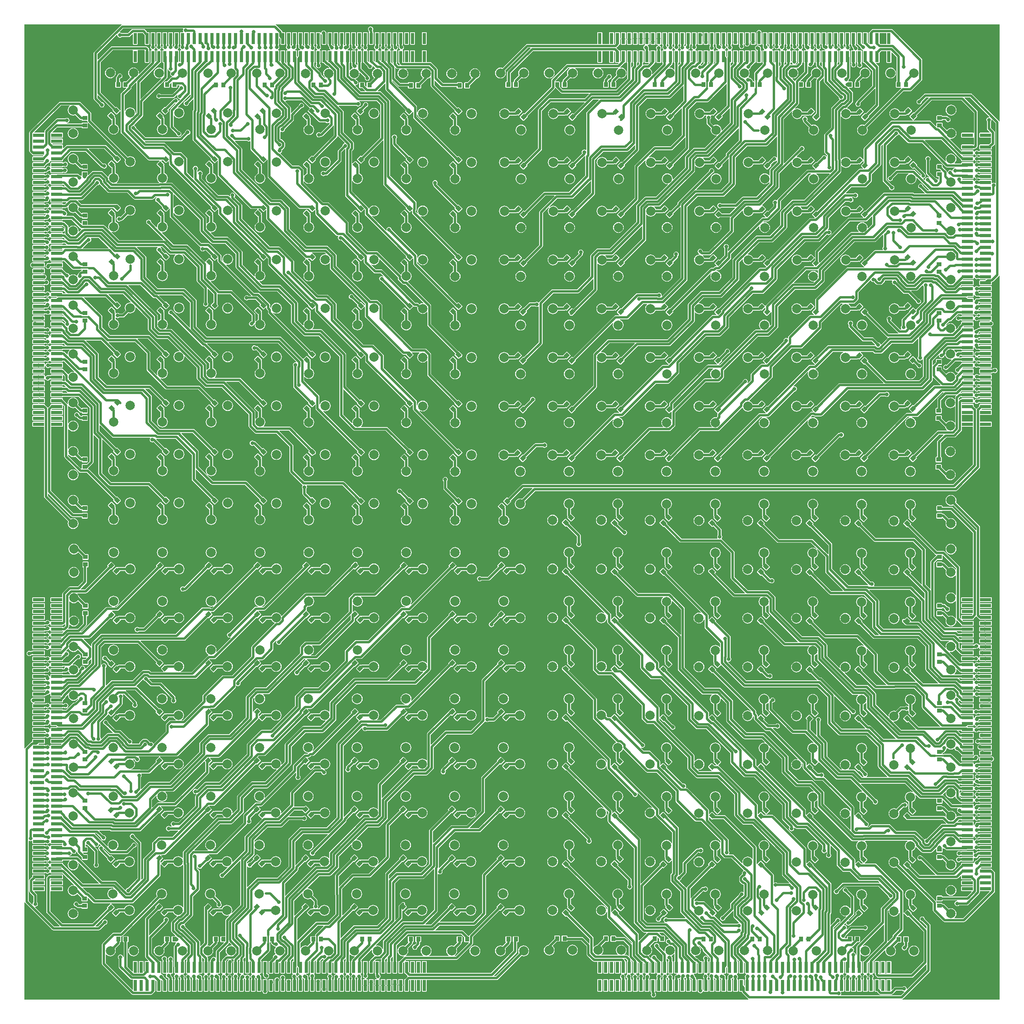
<source format=gtl>
G04 Layer_Physical_Order=1*
G04 Layer_Color=255*
%FSLAX25Y25*%
%MOIN*%
G70*
G01*
G75*
%ADD10R,0.03543X0.03937*%
%ADD11R,0.03937X0.03543*%
G04:AMPARAMS|DCode=12|XSize=39.37mil|YSize=35.43mil|CornerRadius=0mil|HoleSize=0mil|Usage=FLASHONLY|Rotation=225.000|XOffset=0mil|YOffset=0mil|HoleType=Round|Shape=Rectangle|*
%AMROTATEDRECTD12*
4,1,4,0.00139,0.02645,0.02645,0.00139,-0.00139,-0.02645,-0.02645,-0.00139,0.00139,0.02645,0.0*
%
%ADD12ROTATEDRECTD12*%

%ADD13R,0.02913X0.09449*%
%ADD14R,0.09449X0.02913*%
G04:AMPARAMS|DCode=15|XSize=39.37mil|YSize=35.43mil|CornerRadius=0mil|HoleSize=0mil|Usage=FLASHONLY|Rotation=315.000|XOffset=0mil|YOffset=0mil|HoleType=Round|Shape=Rectangle|*
%AMROTATEDRECTD15*
4,1,4,-0.02645,0.00139,-0.00139,0.02645,0.02645,-0.00139,0.00139,-0.02645,-0.02645,0.00139,0.0*
%
%ADD15ROTATEDRECTD15*%

%ADD16C,0.01968*%
%ADD17C,0.00787*%
%ADD18C,0.01181*%
%ADD19C,0.07874*%
%ADD20C,0.19685*%
%ADD21C,0.03150*%
%ADD22C,0.02362*%
G36*
X-337805Y-318777D02*
X-338026Y-319226D01*
X-338357Y-319182D01*
X-339539Y-319338D01*
X-340641Y-319794D01*
X-341586Y-320520D01*
X-342312Y-321466D01*
X-342768Y-322567D01*
X-342924Y-323749D01*
X-342768Y-324931D01*
X-342312Y-326032D01*
X-341586Y-326978D01*
X-340641Y-327704D01*
X-339939Y-327994D01*
X-340038Y-328494D01*
X-353130D01*
X-358547Y-323077D01*
X-359068Y-322729D01*
X-359682Y-322607D01*
X-359682Y-322607D01*
X-360122D01*
X-363862Y-318868D01*
X-363670Y-318406D01*
X-338176D01*
X-337805Y-318777D01*
D02*
G37*
G36*
X404464Y335065D02*
X404218Y334604D01*
X404200Y334608D01*
X403355Y334440D01*
X402639Y333961D01*
X402160Y333245D01*
X401992Y332400D01*
X402160Y331555D01*
X402594Y330906D01*
Y324937D01*
X402594Y324937D01*
X402717Y324322D01*
X403065Y323801D01*
X404958Y321908D01*
X404766Y321446D01*
X396654D01*
X396202Y321259D01*
X396014Y320807D01*
Y317894D01*
X396202Y317442D01*
X396654Y317254D01*
X406072D01*
Y312907D01*
X406044Y312879D01*
X405659Y312802D01*
X405138Y312454D01*
X404130Y311446D01*
X396654D01*
X396202Y311259D01*
X396014Y310807D01*
Y307894D01*
X396202Y307442D01*
X396654Y307255D01*
X406102D01*
X406554Y307442D01*
X406742Y307894D01*
Y309517D01*
X406984Y309759D01*
X407369Y309835D01*
X407890Y310184D01*
X408813Y311106D01*
X408813Y311106D01*
X409161Y311627D01*
X409283Y312241D01*
Y321459D01*
X409283Y321459D01*
X409161Y322074D01*
X408813Y322595D01*
X408813Y322595D01*
X405806Y325602D01*
Y330906D01*
X406240Y331555D01*
X406408Y332400D01*
X406404Y332418D01*
X406865Y332664D01*
X409794Y329735D01*
Y278940D01*
X409294Y278673D01*
X409045Y278840D01*
X408200Y279008D01*
X407355Y278840D01*
X407183Y278724D01*
X406742Y278960D01*
Y280807D01*
X406554Y281259D01*
X406102Y281446D01*
X396654D01*
X396202Y281259D01*
X396076Y280956D01*
X395431D01*
X395361Y281061D01*
X394645Y281540D01*
X393800Y281708D01*
X392955Y281540D01*
X392239Y281061D01*
X391887Y280535D01*
X391387Y280686D01*
Y280807D01*
X391200Y281259D01*
X390748Y281446D01*
X381547D01*
X381475Y281504D01*
X381458Y281783D01*
X381904Y282255D01*
X390748D01*
X391200Y282442D01*
X391387Y282894D01*
Y283503D01*
X391467Y283557D01*
X392147Y283427D01*
X392339Y283139D01*
X393055Y282660D01*
X393900Y282492D01*
X394745Y282660D01*
X394871Y282745D01*
X396076D01*
X396202Y282442D01*
X396654Y282255D01*
X406102D01*
X406554Y282442D01*
X406742Y282894D01*
Y285807D01*
X406554Y286259D01*
X406102Y286446D01*
X396654D01*
X396202Y286259D01*
X396116Y286054D01*
X395614Y286032D01*
X395461Y286261D01*
X394745Y286740D01*
X394215Y286845D01*
Y287355D01*
X394745Y287460D01*
X395171Y287745D01*
X396076D01*
X396202Y287442D01*
X396654Y287255D01*
X406102D01*
X406554Y287442D01*
X406742Y287894D01*
Y290807D01*
X406554Y291259D01*
X406102Y291446D01*
X396654D01*
X396202Y291259D01*
X396076Y290956D01*
X395531D01*
X395461Y291061D01*
X394745Y291540D01*
X394466Y291595D01*
Y292105D01*
X394745Y292160D01*
X395461Y292639D01*
X395532Y292745D01*
X396076D01*
X396202Y292442D01*
X396654Y292254D01*
X406102D01*
X406554Y292442D01*
X406742Y292894D01*
Y295807D01*
X406554Y296259D01*
X406102Y296446D01*
X396654D01*
X396202Y296259D01*
X396076Y295956D01*
X395169D01*
X394745Y296240D01*
X393900Y296408D01*
X393055Y296240D01*
X392339Y295761D01*
X392147Y295473D01*
X391467Y295343D01*
X391387Y295397D01*
Y295807D01*
X391200Y296259D01*
X390748Y296446D01*
X381299D01*
X380847Y296259D01*
X380660Y295807D01*
Y295306D01*
X375172D01*
X375011Y295780D01*
X375276Y295984D01*
X376002Y296929D01*
X376458Y298031D01*
X376614Y299213D01*
X376458Y300395D01*
X376002Y301496D01*
X375276Y302442D01*
X374330Y303168D01*
X373229Y303624D01*
X372047Y303779D01*
X370865Y303624D01*
X369764Y303168D01*
X368818Y302442D01*
X368092Y301496D01*
X367636Y300395D01*
X367481Y299213D01*
X367636Y298031D01*
X367841Y297537D01*
X367417Y297254D01*
X349938Y314732D01*
X350130Y315194D01*
X363835D01*
X380660Y298369D01*
Y297894D01*
X380847Y297442D01*
X381299Y297254D01*
X390748D01*
X391200Y297442D01*
X391387Y297894D01*
Y298202D01*
X391467Y298257D01*
X392147Y298127D01*
X392339Y297839D01*
X393055Y297360D01*
X393900Y297192D01*
X394745Y297360D01*
X395320Y297745D01*
X396076D01*
X396202Y297442D01*
X396654Y297254D01*
X406102D01*
X406554Y297442D01*
X406742Y297894D01*
Y300807D01*
X406554Y301259D01*
X406102Y301446D01*
X396654D01*
X396202Y301259D01*
X396076Y300956D01*
X395464D01*
X395461Y300961D01*
X394745Y301440D01*
X393900Y301608D01*
X393055Y301440D01*
X392339Y300961D01*
X392147Y300673D01*
X391467Y300543D01*
X391387Y300598D01*
Y300807D01*
X391200Y301259D01*
X390748Y301446D01*
X382124D01*
X381778Y301793D01*
X381969Y302255D01*
X390748D01*
X391200Y302442D01*
X391387Y302894D01*
Y303214D01*
X391887Y303365D01*
X392239Y302839D01*
X392955Y302360D01*
X393800Y302192D01*
X394645Y302360D01*
X395220Y302745D01*
X396076D01*
X396202Y302442D01*
X396654Y302255D01*
X406102D01*
X406554Y302442D01*
X406742Y302894D01*
Y305807D01*
X406554Y306259D01*
X406102Y306446D01*
X396654D01*
X396202Y306259D01*
X396076Y305956D01*
X395364D01*
X395361Y305961D01*
X394645Y306440D01*
X393800Y306608D01*
X392955Y306440D01*
X392239Y305961D01*
X391887Y305435D01*
X391387Y305587D01*
Y305807D01*
X391200Y306259D01*
X390748Y306446D01*
X381299D01*
X380963Y306307D01*
X371374Y315897D01*
X371607Y316370D01*
X372146Y316300D01*
X373328Y316455D01*
X374429Y316911D01*
X375375Y317637D01*
X376100Y318583D01*
X376557Y319684D01*
X376712Y320866D01*
X376557Y322048D01*
X376100Y323149D01*
X375375Y324095D01*
X374429Y324821D01*
X373328Y325277D01*
X372146Y325433D01*
X370964Y325277D01*
X369862Y324821D01*
X368917Y324095D01*
X368766Y323899D01*
X368267Y323866D01*
X364911Y327222D01*
Y329331D01*
X364724Y329783D01*
X364272Y329970D01*
X360335D01*
X359883Y329783D01*
X359695Y329331D01*
Y327123D01*
X359233Y326932D01*
X354930Y331235D01*
X354409Y331583D01*
X353795Y331706D01*
X353795Y331706D01*
X340325D01*
X340226Y332206D01*
X340492Y332316D01*
X343275Y335100D01*
X343463Y335552D01*
X343275Y336004D01*
X343075Y336204D01*
X355665Y348794D01*
X381035D01*
X391494Y338335D01*
Y321618D01*
X390994Y321344D01*
X390748Y321446D01*
X381299D01*
X380847Y321259D01*
X380660Y320807D01*
Y317894D01*
X380847Y317442D01*
X381299Y317254D01*
X390748D01*
X390994Y317356D01*
X391494Y317083D01*
Y311618D01*
X390994Y311344D01*
X390748Y311446D01*
X381299D01*
X380847Y311259D01*
X380660Y310807D01*
Y307894D01*
X380847Y307442D01*
X381299Y307255D01*
X390748D01*
X391200Y307442D01*
X391325Y307745D01*
X391747D01*
X392000Y307694D01*
X392614Y307817D01*
X393135Y308165D01*
X394235Y309265D01*
X394235Y309265D01*
X394583Y309786D01*
X394706Y310400D01*
Y339000D01*
X394583Y339615D01*
X394235Y340135D01*
X394235Y340135D01*
X383479Y350891D01*
X383671Y351353D01*
X388176D01*
X404464Y335065D01*
D02*
G37*
G36*
X413386Y331052D02*
X412886Y331002D01*
X412883Y331014D01*
X412535Y331535D01*
X412535Y331535D01*
X389976Y354094D01*
X389455Y354443D01*
X388841Y354565D01*
X388841Y354565D01*
X350359D01*
X350359Y354565D01*
X349745Y354443D01*
X349224Y354094D01*
X345021Y349892D01*
X344255Y349740D01*
X343539Y349261D01*
X343060Y348545D01*
X342892Y347700D01*
X343060Y346855D01*
X343539Y346139D01*
X344255Y345660D01*
X345100Y345492D01*
X345945Y345660D01*
X346661Y346139D01*
X347140Y346855D01*
X347292Y347621D01*
X351024Y351353D01*
X353029D01*
X353221Y350891D01*
X340804Y338475D01*
X340770Y338509D01*
X340318Y338696D01*
X339866Y338509D01*
X337082Y335725D01*
X336895Y335273D01*
X337082Y334821D01*
X339588Y332316D01*
X339853Y332206D01*
X339754Y331706D01*
X322000D01*
X321386Y331583D01*
X320865Y331235D01*
X320865Y331235D01*
X298465Y308835D01*
X298117Y308314D01*
X297994Y307700D01*
X297994Y307700D01*
Y299036D01*
X297494Y298829D01*
X295244Y301080D01*
X294792Y301267D01*
X294340Y301080D01*
X291556Y298296D01*
X291406Y297935D01*
X287236D01*
X286956Y298613D01*
X286230Y299559D01*
X285284Y300285D01*
X284183Y300741D01*
X283001Y300896D01*
X281819Y300741D01*
X280718Y300285D01*
X279772Y299559D01*
X279459Y299151D01*
X278933Y299287D01*
X278773Y299525D01*
Y335047D01*
X279273Y335217D01*
X279870Y334439D01*
X280816Y333714D01*
X281917Y333257D01*
X283099Y333102D01*
X284281Y333257D01*
X285383Y333714D01*
X286328Y334439D01*
X287054Y335385D01*
X287335Y336063D01*
X293097D01*
X293097Y336063D01*
X293712Y336185D01*
X294004Y336380D01*
X294160Y336225D01*
X294612Y336038D01*
X295064Y336225D01*
X297848Y339009D01*
X298035Y339461D01*
X297848Y339913D01*
X295342Y342419D01*
X294890Y342606D01*
X294438Y342419D01*
X291654Y339635D01*
X291505Y339274D01*
X287335D01*
X287054Y339952D01*
X286328Y340897D01*
X285383Y341623D01*
X284281Y342079D01*
X284253Y342083D01*
X284074Y342611D01*
X288503Y347040D01*
X288503Y347040D01*
X288851Y347561D01*
X288973Y348175D01*
X288973Y348176D01*
Y355025D01*
X288973Y355025D01*
X288851Y355639D01*
X288503Y356160D01*
X288503Y356160D01*
X285528Y359135D01*
X285719Y359597D01*
X287992D01*
X288444Y359784D01*
X288631Y360236D01*
Y364173D01*
X288444Y364625D01*
X287992Y364812D01*
X285211D01*
X284944Y365312D01*
X285240Y365755D01*
X285392Y366521D01*
X286175Y367304D01*
X286175Y367304D01*
X286523Y367825D01*
X286645Y368439D01*
Y385335D01*
X286645Y385335D01*
X286523Y385949D01*
X286446Y386064D01*
Y390748D01*
X286259Y391200D01*
X285825Y391380D01*
X285787Y391471D01*
X285684Y391887D01*
X286061Y392139D01*
X286540Y392855D01*
X286708Y393700D01*
X286540Y394545D01*
X286061Y395261D01*
X285956Y395331D01*
Y396076D01*
X286259Y396201D01*
X286446Y396654D01*
Y406102D01*
X286259Y406554D01*
X285807Y406742D01*
X282894D01*
X282442Y406554D01*
X282255Y406102D01*
Y396654D01*
X282442Y396201D01*
X282745Y396076D01*
Y394971D01*
X282460Y394545D01*
X282295Y393716D01*
X281808Y393800D01*
X281640Y394645D01*
X281161Y395361D01*
X280956Y395498D01*
Y396076D01*
X281259Y396201D01*
X281446Y396654D01*
Y406102D01*
X281259Y406554D01*
X280807Y406742D01*
X277894D01*
X277442Y406554D01*
X277255Y406102D01*
Y396654D01*
X277442Y396201D01*
X277745Y396076D01*
Y394921D01*
X277560Y394645D01*
X277392Y393800D01*
X277560Y392955D01*
X278039Y392239D01*
X278565Y391887D01*
X278414Y391387D01*
X277894D01*
X277442Y391200D01*
X277255Y390748D01*
Y381299D01*
X277442Y380847D01*
X277614Y380776D01*
X277674Y380260D01*
X276418Y379003D01*
X275956Y379195D01*
Y380722D01*
X276259Y380847D01*
X276446Y381299D01*
Y390748D01*
X276259Y391200D01*
X275807Y391387D01*
X275127D01*
X275077Y391887D01*
X275445Y391960D01*
X276161Y392439D01*
X276640Y393155D01*
X276808Y394000D01*
X276640Y394845D01*
X276161Y395561D01*
X276082Y395614D01*
X276108Y396139D01*
X276259Y396201D01*
X276446Y396654D01*
Y406102D01*
X276259Y406554D01*
X275807Y406742D01*
X272894D01*
X272442Y406554D01*
X272254Y406102D01*
Y396654D01*
X272442Y396201D01*
X272745Y396076D01*
Y395121D01*
X272560Y394845D01*
X272435Y394215D01*
X271925D01*
X271840Y394645D01*
X271361Y395361D01*
X270983Y395614D01*
X271000Y396094D01*
X271259Y396201D01*
X271446Y396654D01*
Y406102D01*
X271259Y406554D01*
X270807Y406742D01*
X267894D01*
X267442Y406554D01*
X267254Y406102D01*
Y396654D01*
X267427Y396236D01*
X267439Y396178D01*
X267431Y396116D01*
X266897Y395871D01*
X266645Y396040D01*
X266422Y396594D01*
X266446Y396654D01*
Y406102D01*
X266259Y406554D01*
X265807Y406742D01*
X262894D01*
X262442Y406554D01*
X262255Y406102D01*
Y396654D01*
X262442Y396201D01*
X262745Y396076D01*
Y394150D01*
X262745Y394150D01*
X262867Y393535D01*
X263215Y393014D01*
X263365Y392865D01*
X263365Y392865D01*
X263885Y392517D01*
X264233Y392447D01*
X264239Y392439D01*
X264955Y391960D01*
X265323Y391887D01*
X265273Y391387D01*
X262894D01*
X262442Y391200D01*
X262255Y390748D01*
Y381299D01*
X262442Y380847D01*
X262745Y380722D01*
Y377895D01*
X262283Y377704D01*
X260956Y379031D01*
Y380722D01*
X261259Y380847D01*
X261446Y381299D01*
Y390748D01*
X261259Y391200D01*
X260807Y391387D01*
X260697D01*
X260643Y391467D01*
X260773Y392147D01*
X261061Y392339D01*
X261540Y393055D01*
X261708Y393900D01*
X261540Y394745D01*
X261061Y395461D01*
X260956Y395531D01*
Y396076D01*
X261259Y396201D01*
X261446Y396654D01*
Y406102D01*
X261259Y406554D01*
X260807Y406742D01*
X257894D01*
X257442Y406554D01*
X257255Y406102D01*
Y396654D01*
X257442Y396201D01*
X257745Y396076D01*
Y395171D01*
X257460Y394745D01*
X257292Y393900D01*
X257460Y393055D01*
X257939Y392339D01*
X258227Y392147D01*
X258357Y391467D01*
X258303Y391387D01*
X257894D01*
X257442Y391200D01*
X257255Y390748D01*
Y381299D01*
X257442Y380847D01*
X257745Y380722D01*
Y378366D01*
X257745Y378366D01*
X257867Y377751D01*
X258215Y377230D01*
X258427Y377019D01*
X258206Y376570D01*
X257874Y376614D01*
X256692Y376458D01*
X255591Y376002D01*
X254645Y375276D01*
X253919Y374330D01*
X253463Y373229D01*
X253307Y372047D01*
X253463Y370865D01*
X253744Y370188D01*
X250046Y366490D01*
X249698Y365969D01*
X249575Y365354D01*
X249575Y365354D01*
Y364812D01*
X249409D01*
X248957Y364625D01*
X248770Y364173D01*
Y360236D01*
X248957Y359784D01*
X249409Y359597D01*
X252953D01*
X253405Y359784D01*
X253592Y360236D01*
Y364173D01*
X253405Y364625D01*
X253305Y365208D01*
X256014Y367917D01*
X256692Y367636D01*
X257874Y367480D01*
X258206Y367524D01*
X258427Y367076D01*
X258215Y366864D01*
X257867Y366343D01*
X257745Y365729D01*
X257745Y365729D01*
Y338043D01*
X257554Y337964D01*
X254770Y335180D01*
X254583Y334728D01*
X254770Y334276D01*
X257275Y331771D01*
X257727Y331584D01*
X258179Y331771D01*
X260146Y333738D01*
X260486Y333965D01*
X260713Y334304D01*
X260963Y334555D01*
X261150Y335007D01*
X260963Y335459D01*
X260956Y335466D01*
Y365064D01*
X263877Y367985D01*
X264339Y367793D01*
Y364755D01*
X264339Y364755D01*
X264461Y364141D01*
X264809Y363620D01*
X276908Y351521D01*
X277060Y350755D01*
X277539Y350039D01*
X277549Y350032D01*
X277562Y349998D01*
X277554Y349427D01*
X270914Y342787D01*
X270566Y342266D01*
X270444Y341652D01*
X270444Y341652D01*
Y325969D01*
X265206Y320730D01*
X264858Y320210D01*
X264735Y319595D01*
X264735Y319595D01*
Y305000D01*
X264735Y305000D01*
X264858Y304385D01*
X265206Y303865D01*
X266894Y302176D01*
Y301564D01*
X266394Y301412D01*
X266161Y301761D01*
X265445Y302240D01*
X264600Y302408D01*
X263755Y302240D01*
X263039Y301761D01*
X262560Y301045D01*
X262482Y300653D01*
X258407Y296578D01*
X258359Y296626D01*
X257907Y296813D01*
X257455Y296626D01*
X254671Y293842D01*
X254484Y293390D01*
X254671Y292938D01*
X257004Y290606D01*
X256797Y290106D01*
X250700D01*
X250085Y289983D01*
X249565Y289635D01*
X249565Y289635D01*
X225114Y265185D01*
X224766Y264664D01*
X224718Y264424D01*
X224163Y264194D01*
X223945Y264340D01*
X223100Y264508D01*
X222255Y264340D01*
X221539Y263861D01*
X221060Y263145D01*
X220892Y262300D01*
X221060Y261455D01*
X221494Y260806D01*
Y259365D01*
X217169Y255040D01*
X216922Y255287D01*
X216470Y255474D01*
X216018Y255287D01*
X213234Y252503D01*
X213047Y252051D01*
X213234Y251599D01*
X214795Y250039D01*
X214604Y249577D01*
X212671D01*
X212056Y249454D01*
X211536Y249106D01*
X211536Y249106D01*
X183568Y221138D01*
X183106Y221330D01*
Y223406D01*
X183540Y224055D01*
X183708Y224900D01*
X183540Y225745D01*
X183061Y226461D01*
X182345Y226940D01*
X181500Y227108D01*
X180655Y226940D01*
X179939Y226461D01*
X179460Y225745D01*
X179292Y224900D01*
X179460Y224055D01*
X179894Y223406D01*
Y217465D01*
X175932Y213502D01*
X175485Y213948D01*
X175033Y214136D01*
X174581Y213948D01*
X171797Y211165D01*
X171610Y210713D01*
X171797Y210261D01*
X173358Y208700D01*
X173167Y208238D01*
X172587D01*
X172587Y208238D01*
X171973Y208116D01*
X171452Y207768D01*
X171452Y207768D01*
X170535Y206851D01*
X168945D01*
X168945Y206851D01*
X168331Y206729D01*
X167810Y206380D01*
X134042Y172613D01*
X133596Y172797D01*
X133144Y172610D01*
X130360Y169826D01*
X130173Y169374D01*
X130360Y168922D01*
X132866Y166417D01*
X133318Y166229D01*
X133770Y166417D01*
X136554Y169201D01*
X136741Y169652D01*
X136554Y170105D01*
X136314Y170344D01*
X168569Y202599D01*
X168946Y202268D01*
X168753Y202016D01*
X168297Y200915D01*
X168141Y199733D01*
X168297Y198551D01*
X168753Y197450D01*
X169479Y196504D01*
X170424Y195778D01*
X171526Y195322D01*
X172708Y195167D01*
X173890Y195322D01*
X174991Y195778D01*
X175937Y196504D01*
X176663Y197450D01*
X177119Y198551D01*
X177274Y199733D01*
X177119Y200915D01*
X176663Y202016D01*
X175937Y202962D01*
X174991Y203688D01*
X173890Y204144D01*
X173294Y204223D01*
X173117Y204702D01*
X173379Y205027D01*
X175407D01*
X175407Y205027D01*
X176022Y205149D01*
X176543Y205497D01*
X185194Y214149D01*
X185194Y214149D01*
X185543Y214670D01*
X185665Y215284D01*
X185665Y215284D01*
Y218694D01*
X209230Y242259D01*
X209704Y242026D01*
X209578Y241072D01*
X209734Y239890D01*
X210190Y238789D01*
X210916Y237843D01*
X211861Y237117D01*
X212963Y236661D01*
X214145Y236505D01*
X215327Y236661D01*
X216428Y237117D01*
X217374Y237843D01*
X218100Y238789D01*
X218556Y239890D01*
X218711Y241072D01*
X218556Y242254D01*
X218100Y243355D01*
X217374Y244301D01*
X216428Y245027D01*
X215327Y245483D01*
X214145Y245638D01*
X213191Y245513D01*
X212957Y245986D01*
X213336Y246365D01*
X216844D01*
X216844Y246365D01*
X217459Y246487D01*
X217980Y246836D01*
X227385Y256241D01*
X227385Y256241D01*
X227733Y256762D01*
X227855Y257376D01*
Y263385D01*
X251365Y286894D01*
X253269D01*
X253369Y286394D01*
X253298Y286365D01*
X252353Y285640D01*
X251627Y284694D01*
X251171Y283592D01*
X251015Y282410D01*
X251171Y281228D01*
X251627Y280127D01*
X252353Y279181D01*
X253298Y278455D01*
X254400Y277999D01*
X255582Y277844D01*
X256764Y277999D01*
X257865Y278455D01*
X258811Y279181D01*
X259537Y280127D01*
X259993Y281228D01*
X260148Y282410D01*
X259993Y283592D01*
X259537Y284694D01*
X258811Y285640D01*
X257865Y286365D01*
X257795Y286394D01*
X257894Y286894D01*
X269044D01*
X269235Y286432D01*
X247470Y264668D01*
X238221D01*
X238221Y264668D01*
X237606Y264545D01*
X237086Y264197D01*
X227906Y255017D01*
X227557Y254497D01*
X227435Y253882D01*
X227435Y253882D01*
Y243125D01*
X218575Y234265D01*
X207719D01*
X207719Y234265D01*
X207105Y234142D01*
X206584Y233794D01*
X187306Y214516D01*
X186958Y213995D01*
X186835Y213381D01*
X186835Y213381D01*
Y198925D01*
X175175Y187265D01*
X160621D01*
X160621Y187265D01*
X160006Y187143D01*
X159486Y186794D01*
X159486Y186794D01*
X149484Y176793D01*
X149136Y176272D01*
X149013Y175657D01*
X149013Y175657D01*
Y163703D01*
X131675Y146365D01*
X81903D01*
X81289Y146242D01*
X80768Y145894D01*
X80768Y145894D01*
X69267Y134394D01*
X68919Y133873D01*
X68797Y133259D01*
X68797Y133258D01*
Y107068D01*
X51418Y89689D01*
X51174Y89933D01*
X50722Y90120D01*
X50270Y89933D01*
X47486Y87149D01*
X47299Y86697D01*
X47486Y86245D01*
X49992Y83740D01*
X50444Y83552D01*
X50896Y83740D01*
X53680Y86523D01*
X53867Y86975D01*
X53685Y87414D01*
X71538Y105267D01*
X71538Y105267D01*
X71886Y105788D01*
X72008Y106403D01*
X72008Y106403D01*
Y127851D01*
X72482Y128012D01*
X72685Y127746D01*
X73631Y127021D01*
X74732Y126565D01*
X75914Y126409D01*
X77096Y126565D01*
X78198Y127021D01*
X79144Y127746D01*
X79869Y128692D01*
X80150Y129370D01*
X85912D01*
X85913Y129370D01*
X86527Y129492D01*
X86819Y129688D01*
X86975Y129532D01*
X87427Y129345D01*
X87879Y129532D01*
X90663Y132316D01*
X90850Y132768D01*
X90663Y133220D01*
X88157Y135726D01*
X87705Y135913D01*
X87253Y135726D01*
X84469Y132942D01*
X84320Y132581D01*
X80150D01*
X79869Y133259D01*
X79144Y134205D01*
X78198Y134930D01*
X77096Y135387D01*
X75914Y135542D01*
X75583Y135498D01*
X75362Y135947D01*
X82568Y143153D01*
X103829D01*
X104021Y142692D01*
X92604Y131274D01*
X92159Y131459D01*
X91707Y131271D01*
X88924Y128488D01*
X88736Y128035D01*
X88924Y127584D01*
X91429Y125078D01*
X91881Y124891D01*
X92333Y125078D01*
X95117Y127862D01*
X95304Y128314D01*
X95117Y128766D01*
X94877Y129006D01*
X106465Y140594D01*
X133400D01*
X133400Y140594D01*
X134014Y140717D01*
X134535Y141065D01*
X154314Y160843D01*
X154662Y161364D01*
X154784Y161978D01*
Y169190D01*
X155257Y169350D01*
X155461Y169085D01*
X156407Y168359D01*
X157508Y167903D01*
X158690Y167747D01*
X159872Y167903D01*
X160973Y168359D01*
X161919Y169085D01*
X162645Y170031D01*
X162925Y170708D01*
X168688D01*
X168688Y170708D01*
X169302Y170831D01*
X169595Y171026D01*
X169750Y170871D01*
X170202Y170684D01*
X170654Y170871D01*
X173438Y173655D01*
X173625Y174107D01*
X173438Y174559D01*
X170933Y177064D01*
X170481Y177251D01*
X170029Y177064D01*
X167245Y174280D01*
X167095Y173920D01*
X162925D01*
X162645Y174597D01*
X161919Y175543D01*
X160973Y176269D01*
X159872Y176725D01*
X158690Y176881D01*
X158358Y176837D01*
X158137Y177286D01*
X162346Y181494D01*
X176900D01*
X176900Y181494D01*
X177515Y181617D01*
X178035Y181965D01*
X192135Y196065D01*
X192483Y196586D01*
X192606Y197200D01*
Y211655D01*
X195156Y214205D01*
X195604Y213984D01*
X195560Y213653D01*
X195716Y212471D01*
X196172Y211369D01*
X196898Y210423D01*
X197844Y209698D01*
X198945Y209242D01*
X200127Y209086D01*
X201309Y209242D01*
X202410Y209698D01*
X203356Y210423D01*
X204082Y211369D01*
X204362Y212047D01*
X210125D01*
X210125Y212047D01*
X210739Y212169D01*
X211032Y212365D01*
X211187Y212209D01*
X211639Y212022D01*
X212091Y212209D01*
X214875Y214993D01*
X215062Y215445D01*
X214875Y215897D01*
X212370Y218403D01*
X211918Y218590D01*
X211466Y218403D01*
X208682Y215619D01*
X208532Y215258D01*
X204362D01*
X204082Y215936D01*
X203356Y216882D01*
X202410Y217607D01*
X201309Y218064D01*
X200127Y218219D01*
X199795Y218176D01*
X199574Y218624D01*
X209444Y228494D01*
X220300D01*
X220300Y228494D01*
X220915Y228617D01*
X221435Y228965D01*
X232735Y240265D01*
X232735Y240265D01*
X233083Y240786D01*
X233206Y241400D01*
Y252157D01*
X236593Y255544D01*
X237041Y255323D01*
X236997Y254991D01*
X237153Y253809D01*
X237609Y252708D01*
X238335Y251762D01*
X239281Y251036D01*
X240382Y250580D01*
X241564Y250425D01*
X242746Y250580D01*
X243847Y251036D01*
X244793Y251762D01*
X245519Y252708D01*
X245799Y253386D01*
X251562D01*
X251562Y253386D01*
X252176Y253508D01*
X252469Y253703D01*
X252624Y253548D01*
X253076Y253361D01*
X253528Y253548D01*
X256312Y256332D01*
X256499Y256784D01*
X256312Y257236D01*
X253807Y259741D01*
X253355Y259928D01*
X252903Y259741D01*
X250119Y256957D01*
X249969Y256597D01*
X245799D01*
X245519Y257275D01*
X244793Y258220D01*
X244528Y258424D01*
X244688Y258897D01*
X249195D01*
X249195Y258897D01*
X249810Y259020D01*
X250331Y259368D01*
X278624Y287661D01*
X278973Y288182D01*
X279095Y288797D01*
X279095Y288797D01*
Y293205D01*
X279568Y293366D01*
X279772Y293101D01*
X280718Y292375D01*
X281819Y291919D01*
X283001Y291763D01*
X284183Y291919D01*
X285284Y292375D01*
X286230Y293101D01*
X286956Y294046D01*
X287236Y294724D01*
X292999D01*
X292999Y294724D01*
X293614Y294846D01*
X293906Y295042D01*
X294061Y294886D01*
X294513Y294699D01*
X294965Y294886D01*
X297494Y297416D01*
X297994Y297208D01*
Y295826D01*
X296010Y293842D01*
X295823Y293390D01*
X296010Y292938D01*
X297571Y291377D01*
X297379Y290915D01*
X296709D01*
X296709Y290915D01*
X296159Y290806D01*
X294900D01*
X294900Y290806D01*
X294285Y290683D01*
X293765Y290335D01*
X293765Y290335D01*
X258489Y255059D01*
X258261Y255287D01*
X257809Y255474D01*
X257357Y255287D01*
X254573Y252503D01*
X254386Y252051D01*
X254573Y251599D01*
X256567Y249606D01*
X256360Y249106D01*
X253000D01*
X253000Y249106D01*
X252385Y248983D01*
X251865Y248635D01*
X217001Y213772D01*
X216824Y213948D01*
X216372Y214136D01*
X215920Y213948D01*
X213136Y211165D01*
X212949Y210713D01*
X213136Y210261D01*
X215620Y207777D01*
X214693Y206851D01*
X210145D01*
X210145Y206851D01*
X209531Y206729D01*
X209010Y206380D01*
X175283Y172653D01*
X174935Y172797D01*
X174483Y172610D01*
X171699Y169826D01*
X171512Y169374D01*
X171699Y168922D01*
X173260Y167361D01*
X173068Y166899D01*
X170294D01*
X170294Y166900D01*
X169679Y166777D01*
X169158Y166429D01*
X133975Y131246D01*
X133950Y131271D01*
X133498Y131459D01*
X133046Y131271D01*
X130262Y128488D01*
X130075Y128035D01*
X130262Y127584D01*
X132746Y125100D01*
X132151Y124506D01*
X127900D01*
X127286Y124383D01*
X126765Y124035D01*
X126765Y124035D01*
X92588Y89858D01*
X92513Y89933D01*
X92061Y90120D01*
X91609Y89933D01*
X88825Y87149D01*
X88638Y86697D01*
X88825Y86245D01*
X90702Y84368D01*
X90511Y83906D01*
X87100D01*
X86485Y83783D01*
X85965Y83435D01*
X85965Y83435D01*
X51100Y48570D01*
X51076Y48594D01*
X50624Y48781D01*
X50172Y48594D01*
X47388Y45810D01*
X47201Y45358D01*
X47388Y44906D01*
X49894Y42401D01*
X50345Y42214D01*
X50797Y42401D01*
X53581Y45185D01*
X53769Y45637D01*
X53581Y46089D01*
X53370Y46300D01*
X85410Y78339D01*
X85787Y78009D01*
X85781Y78001D01*
X85324Y76899D01*
X85169Y75718D01*
X85324Y74536D01*
X85781Y73434D01*
X86506Y72488D01*
X87452Y71763D01*
X88553Y71307D01*
X89735Y71151D01*
X90917Y71307D01*
X92019Y71763D01*
X92965Y72488D01*
X93690Y73434D01*
X94146Y74536D01*
X94302Y75718D01*
X94146Y76899D01*
X93690Y78001D01*
X92965Y78947D01*
X92019Y79672D01*
X90917Y80129D01*
X90417Y80194D01*
X90450Y80694D01*
X93400D01*
X93400Y80694D01*
X94015Y80817D01*
X94535Y81165D01*
X122065Y108694D01*
X132211D01*
X132211Y108694D01*
X132826Y108817D01*
X133346Y109165D01*
X141273Y117091D01*
X141273Y117091D01*
X141621Y117612D01*
X141743Y118226D01*
X141743Y118226D01*
Y125972D01*
X164489Y148718D01*
X175952D01*
X175952Y148718D01*
X176567Y148840D01*
X177088Y149188D01*
X183594Y155695D01*
X183594Y155695D01*
X183942Y156216D01*
X184065Y156830D01*
X184065Y156831D01*
Y164541D01*
X204369Y184845D01*
X212177D01*
X212177Y184845D01*
X212792Y184967D01*
X213313Y185315D01*
X224394Y196397D01*
X224394Y196397D01*
X224743Y196918D01*
X224865Y197532D01*
Y205242D01*
X248459Y228836D01*
X259886D01*
X259886Y228836D01*
X260501Y228958D01*
X261022Y229307D01*
X267008Y235293D01*
X267655Y234860D01*
X268500Y234692D01*
X269345Y234860D01*
X270061Y235339D01*
X270540Y236055D01*
X270708Y236900D01*
X270540Y237745D01*
X270061Y238461D01*
X269345Y238940D01*
X268500Y239108D01*
X267765Y238962D01*
X267486Y239337D01*
X267470Y239374D01*
X268143Y240047D01*
X268491Y240567D01*
X268613Y241182D01*
X268613Y241182D01*
Y248904D01*
X282603Y262894D01*
X285606D01*
X286255Y262460D01*
X287100Y262292D01*
X287945Y262460D01*
X288661Y262939D01*
X289140Y263655D01*
X289308Y264500D01*
X289140Y265345D01*
X288661Y266061D01*
X288312Y266294D01*
X288464Y266794D01*
X289605D01*
X290255Y266360D01*
X291100Y266192D01*
X291945Y266360D01*
X292661Y266839D01*
X293140Y267555D01*
X293308Y268400D01*
X293140Y269245D01*
X292661Y269961D01*
X291945Y270440D01*
X291100Y270608D01*
X290255Y270440D01*
X289605Y270006D01*
X283130D01*
X282938Y270468D01*
X287764Y275293D01*
X299203D01*
X299203Y275293D01*
X299818Y275415D01*
X300339Y275763D01*
X304549Y279973D01*
X304896Y280494D01*
X305019Y281108D01*
X305019Y281108D01*
Y286248D01*
X312335Y293565D01*
X312335Y293565D01*
X312683Y294086D01*
X312806Y294700D01*
X312806Y294700D01*
Y310389D01*
X313806Y311389D01*
X313977Y311358D01*
X314294Y311171D01*
Y280800D01*
X314294Y280800D01*
X314417Y280186D01*
X314765Y279665D01*
X319608Y274821D01*
X319760Y274055D01*
X320239Y273339D01*
X320955Y272860D01*
X321800Y272692D01*
X322645Y272860D01*
X323361Y273339D01*
X323840Y274055D01*
X324008Y274900D01*
X323840Y275745D01*
X323361Y276461D01*
X322645Y276940D01*
X321879Y277092D01*
X317506Y281465D01*
Y310635D01*
X325579Y318708D01*
X326345Y318860D01*
X327061Y319339D01*
X327540Y320055D01*
X327573Y320224D01*
X328052Y320370D01*
X335316Y313106D01*
X335316Y313106D01*
X335837Y312757D01*
X336451Y312635D01*
X347494D01*
X367564Y292565D01*
X368085Y292217D01*
X368699Y292095D01*
X368699Y292095D01*
X375387D01*
X375437Y291595D01*
X374655Y291440D01*
X373939Y290961D01*
X373460Y290245D01*
X373309Y289484D01*
X373288Y289464D01*
X373025Y289324D01*
X372810Y289262D01*
X372245Y289640D01*
X371400Y289808D01*
X370555Y289640D01*
X369839Y289161D01*
X369360Y288445D01*
X369284Y288060D01*
X368774D01*
X368683Y288514D01*
X368335Y289035D01*
X368335Y289035D01*
X364812Y292558D01*
Y294291D01*
X364625Y294743D01*
X364173Y294931D01*
X360236D01*
X359784Y294743D01*
X359597Y294291D01*
Y290748D01*
X359784Y290296D01*
X360236Y290109D01*
X362720D01*
X363698Y289131D01*
X363491Y288631D01*
X360236D01*
X359784Y288444D01*
X359597Y287992D01*
Y284449D01*
X359784Y283997D01*
X360236Y283810D01*
X361544D01*
Y281939D01*
X361044Y281787D01*
X360861Y282061D01*
X360145Y282540D01*
X359379Y282692D01*
X354106Y287965D01*
Y297806D01*
X354540Y298455D01*
X354708Y299300D01*
X354540Y300145D01*
X354061Y300861D01*
X353345Y301340D01*
X352500Y301508D01*
X351655Y301340D01*
X350939Y300861D01*
X350460Y300145D01*
X350292Y299300D01*
X350460Y298455D01*
X350894Y297806D01*
Y287300D01*
X350894Y287300D01*
X351017Y286685D01*
X351365Y286165D01*
X353577Y283952D01*
X353258Y283564D01*
X353145Y283640D01*
X352300Y283808D01*
X351455Y283640D01*
X350739Y283161D01*
X350260Y282445D01*
X350106Y281671D01*
X349659Y281412D01*
X348657Y282414D01*
X348822Y282956D01*
X349345Y283060D01*
X350061Y283539D01*
X350540Y284255D01*
X350708Y285100D01*
X350540Y285945D01*
X350061Y286661D01*
X349984Y286713D01*
X349983Y286715D01*
X349635Y287235D01*
X349635Y287235D01*
X343143Y293727D01*
X343177Y293761D01*
X343364Y294213D01*
X343177Y294665D01*
X340672Y297170D01*
X340220Y297358D01*
X339768Y297170D01*
X336984Y294387D01*
X336796Y293935D01*
X336984Y293483D01*
X339489Y290977D01*
X339941Y290790D01*
X340393Y290977D01*
X340873Y291457D01*
X346448Y285882D01*
X346356Y285422D01*
X345814Y285257D01*
X341535Y289535D01*
X341015Y289883D01*
X340400Y290006D01*
X340400Y290006D01*
X326400D01*
X326400Y290006D01*
X325785Y289883D01*
X325265Y289535D01*
X320421Y284692D01*
X319655Y284540D01*
X318939Y284061D01*
X318460Y283345D01*
X318292Y282500D01*
X318460Y281655D01*
X318939Y280939D01*
X319655Y280460D01*
X320500Y280292D01*
X321345Y280460D01*
X322061Y280939D01*
X322540Y281655D01*
X322692Y282421D01*
X327065Y286794D01*
X335792D01*
X335883Y286294D01*
X335030Y285639D01*
X334304Y284694D01*
X333848Y283592D01*
X333692Y282410D01*
X333848Y281228D01*
X334304Y280127D01*
X335030Y279181D01*
X335976Y278455D01*
X337077Y277999D01*
X338259Y277844D01*
X339441Y277999D01*
X340542Y278455D01*
X341488Y279181D01*
X342214Y280127D01*
X342670Y281228D01*
X342826Y282410D01*
X342737Y283085D01*
X343210Y283319D01*
X353524Y273006D01*
X353349Y272512D01*
X353344Y272506D01*
X352365D01*
X348592Y276279D01*
X348440Y277045D01*
X347961Y277761D01*
X347245Y278240D01*
X346400Y278408D01*
X345555Y278240D01*
X344839Y277761D01*
X344360Y277045D01*
X344192Y276200D01*
X344360Y275355D01*
X344839Y274639D01*
X345555Y274160D01*
X346321Y274008D01*
X349962Y270368D01*
X349770Y269906D01*
X340950D01*
X340635Y270221D01*
X340114Y270569D01*
X339499Y270692D01*
X339499Y270692D01*
X315686D01*
X315072Y270569D01*
X314551Y270221D01*
X314551Y270221D01*
X299608Y255279D01*
X299599Y255287D01*
X299147Y255474D01*
X298695Y255287D01*
X295912Y252503D01*
X295724Y252051D01*
X295912Y251599D01*
X297643Y249868D01*
X297452Y249406D01*
X285600D01*
X285600Y249406D01*
X284985Y249283D01*
X284465Y248935D01*
X284465Y248935D01*
X257282Y221752D01*
X256934Y221232D01*
X256811Y220617D01*
X256811Y220617D01*
Y216074D01*
X256506Y215700D01*
X256506D01*
Y215700D01*
X256311Y215661D01*
X256297Y215697D01*
X256214Y215897D01*
X253708Y218403D01*
X253256Y218590D01*
X252804Y218403D01*
X250020Y215619D01*
X249871Y215258D01*
X245701D01*
X245420Y215936D01*
X244695Y216882D01*
X243749Y217607D01*
X242647Y218064D01*
X241465Y218219D01*
X240284Y218064D01*
X239182Y217607D01*
X238236Y216882D01*
X237511Y215936D01*
X237054Y214835D01*
X236899Y213653D01*
X237054Y212471D01*
X237511Y211369D01*
X238236Y210423D01*
X239182Y209698D01*
X240283Y209242D01*
X241465Y209086D01*
X242647Y209242D01*
X243749Y209698D01*
X244695Y210423D01*
X245420Y211369D01*
X245701Y212047D01*
X251464D01*
X251464Y212047D01*
X252078Y212169D01*
X252371Y212365D01*
X252526Y212209D01*
X252978Y212022D01*
X253430Y212209D01*
X256214Y214993D01*
X256297Y215193D01*
X256311Y215229D01*
X256506Y215190D01*
Y215190D01*
X256506Y215190D01*
X256811Y214817D01*
Y213502D01*
X254475Y211165D01*
X254287Y210713D01*
X254475Y210261D01*
X256035Y208700D01*
X255844Y208238D01*
X248632D01*
X248632Y208238D01*
X248018Y208116D01*
X247497Y207768D01*
X247497Y207768D01*
X215165Y175435D01*
X214941Y175101D01*
X214422Y174991D01*
X214326Y175010D01*
X212271Y177064D01*
X211819Y177251D01*
X211367Y177064D01*
X208583Y174280D01*
X208434Y173920D01*
X204264D01*
X203983Y174597D01*
X203258Y175543D01*
X202312Y176269D01*
X201210Y176725D01*
X200028Y176881D01*
X198847Y176725D01*
X197745Y176269D01*
X196799Y175543D01*
X196074Y174597D01*
X195617Y173496D01*
X195462Y172314D01*
X195617Y171132D01*
X196074Y170031D01*
X196799Y169085D01*
X197745Y168359D01*
X198847Y167903D01*
X200028Y167747D01*
X201210Y167903D01*
X202312Y168359D01*
X203258Y169085D01*
X203983Y170031D01*
X204264Y170708D01*
X210027D01*
X210027Y170708D01*
X210641Y170831D01*
X210934Y171026D01*
X211089Y170871D01*
X211541Y170684D01*
X211993Y170871D01*
X214232Y173110D01*
X214694Y172919D01*
Y171500D01*
X214697Y171486D01*
X213038Y169826D01*
X212850Y169374D01*
X213038Y168922D01*
X215543Y166417D01*
X215995Y166229D01*
X216447Y166417D01*
X219231Y169201D01*
X219294Y169354D01*
X219794Y169254D01*
Y158717D01*
X218919Y157842D01*
X218471Y158063D01*
X218515Y158395D01*
X218359Y159577D01*
X217903Y160678D01*
X217177Y161624D01*
X216231Y162349D01*
X215130Y162806D01*
X213948Y162961D01*
X212766Y162806D01*
X211665Y162349D01*
X210719Y161624D01*
X209993Y160678D01*
X209537Y159577D01*
X209381Y158395D01*
X209537Y157213D01*
X209993Y156111D01*
X210719Y155166D01*
X210984Y154962D01*
X210823Y154489D01*
X206583D01*
X206583Y154489D01*
X205968Y154366D01*
X205447Y154018D01*
X205447Y154018D01*
X176235Y124806D01*
X175445D01*
X175238Y125306D01*
X177794Y127862D01*
X177981Y128314D01*
X177794Y128766D01*
X177715Y128845D01*
X182953Y134082D01*
X183345Y134160D01*
X184061Y134639D01*
X184540Y135355D01*
X184708Y136200D01*
X184540Y137045D01*
X184061Y137761D01*
X183345Y138240D01*
X182500Y138408D01*
X181655Y138240D01*
X180939Y137761D01*
X180460Y137045D01*
X180292Y136200D01*
X180332Y136002D01*
X175445Y131115D01*
X175288Y131271D01*
X174837Y131459D01*
X174384Y131271D01*
X171601Y128488D01*
X171413Y128035D01*
X171601Y127584D01*
X173879Y125306D01*
X173671Y124806D01*
X166100D01*
X166100Y124806D01*
X165486Y124683D01*
X164965Y124335D01*
X164965Y124335D01*
X133818Y93189D01*
X133470Y92668D01*
X133348Y92054D01*
X133348Y92054D01*
Y90099D01*
X132948Y89933D01*
X130164Y87149D01*
X129976Y86697D01*
X130164Y86245D01*
X132669Y83740D01*
X133121Y83552D01*
X133573Y83740D01*
X134694Y84861D01*
X135194Y84654D01*
Y78606D01*
X134694Y78437D01*
X134303Y78947D01*
X133357Y79672D01*
X132256Y80129D01*
X131074Y80284D01*
X129892Y80129D01*
X128791Y79672D01*
X127845Y78947D01*
X127119Y78001D01*
X126663Y76899D01*
X126507Y75718D01*
X126663Y74536D01*
X127119Y73434D01*
X127845Y72488D01*
X128110Y72285D01*
X127949Y71811D01*
X116306D01*
X116306Y71811D01*
X115691Y71689D01*
X115170Y71341D01*
X115170Y71341D01*
X92419Y48590D01*
X92414Y48594D01*
X91962Y48781D01*
X91510Y48594D01*
X88727Y45810D01*
X88539Y45358D01*
X88727Y44906D01*
X91232Y42401D01*
X91684Y42214D01*
X92136Y42401D01*
X94920Y45185D01*
X95107Y45637D01*
X94920Y46089D01*
X94690Y46319D01*
X116971Y68600D01*
X133357D01*
X133357Y68600D01*
X133972Y68722D01*
X134492Y69070D01*
X137935Y72513D01*
X137935Y72513D01*
X138283Y73034D01*
X138406Y73649D01*
Y84235D01*
X164109Y109939D01*
X174794D01*
X174794Y109939D01*
X175408Y110061D01*
X175929Y110409D01*
X179158Y113638D01*
X179158Y113638D01*
X179506Y114158D01*
X179628Y114773D01*
Y119858D01*
X208489Y148718D01*
X217291D01*
X217291Y148718D01*
X217905Y148840D01*
X218426Y149188D01*
X225094Y155857D01*
X225094Y155857D01*
X225443Y156377D01*
X225565Y156992D01*
Y174056D01*
X239844Y188335D01*
X257007D01*
X257007Y188335D01*
X257621Y188458D01*
X258142Y188806D01*
X264591Y195255D01*
X264591Y195255D01*
X264939Y195776D01*
X265061Y196390D01*
X265061Y196390D01*
Y203534D01*
X290364Y228836D01*
X307488D01*
X307488Y228836D01*
X308102Y228958D01*
X308623Y229307D01*
X314094Y234778D01*
X314594Y234571D01*
Y224795D01*
X314160Y224145D01*
X313992Y223300D01*
X314160Y222455D01*
X314300Y222247D01*
X314064Y221806D01*
X307900D01*
X307900Y221806D01*
X307286Y221683D01*
X306765Y221335D01*
X299414Y213985D01*
X299049Y214136D01*
X298597Y213948D01*
X295813Y211165D01*
X295626Y210713D01*
X295813Y210261D01*
X298319Y207755D01*
X298482Y207687D01*
X298383Y207187D01*
X284282D01*
X284282Y207187D01*
X283667Y207065D01*
X283146Y206717D01*
X257513Y181084D01*
X257165Y180563D01*
X257043Y179949D01*
X257043Y179948D01*
Y172493D01*
X254376Y169826D01*
X254189Y169374D01*
X254376Y168922D01*
X255943Y167356D01*
X255902Y167231D01*
X255709Y166883D01*
X255322Y166806D01*
X252900D01*
X252900Y166806D01*
X252286Y166683D01*
X251765Y166335D01*
X251765Y166335D01*
X234414Y148985D01*
X234066Y148464D01*
X233944Y147850D01*
X233944Y147850D01*
Y147503D01*
X233503Y147267D01*
X233245Y147440D01*
X232400Y147608D01*
X231555Y147440D01*
X230839Y146961D01*
X230360Y146245D01*
X230192Y145400D01*
X230331Y144702D01*
X216764Y131135D01*
X216627Y131271D01*
X216175Y131459D01*
X215723Y131271D01*
X212939Y128488D01*
X212752Y128035D01*
X212939Y127584D01*
X214500Y126023D01*
X214309Y125561D01*
X211655D01*
X211655Y125561D01*
X211041Y125439D01*
X210520Y125091D01*
X202765Y117335D01*
X202417Y116814D01*
X202294Y116200D01*
X202294Y116200D01*
Y111465D01*
X200052Y109223D01*
X199664Y109542D01*
X199740Y109655D01*
X199908Y110500D01*
X199740Y111345D01*
X199261Y112061D01*
X198545Y112540D01*
X197700Y112708D01*
X196855Y112540D01*
X196139Y112061D01*
X195660Y111345D01*
X195508Y110579D01*
X174958Y90029D01*
X174738Y90120D01*
X174286Y89933D01*
X171502Y87149D01*
X171315Y86697D01*
X171502Y86245D01*
X174008Y83739D01*
X174079Y83710D01*
X174224Y83232D01*
X174204Y83202D01*
X174082Y82587D01*
X174082Y82587D01*
Y81053D01*
X173209Y80179D01*
X172413Y80284D01*
X171231Y80129D01*
X170129Y79672D01*
X169183Y78947D01*
X168458Y78001D01*
X168001Y76899D01*
X167846Y75718D01*
X168001Y74536D01*
X168458Y73434D01*
X169183Y72488D01*
X169449Y72285D01*
X169288Y71811D01*
X158706D01*
X158091Y71689D01*
X157570Y71341D01*
X157570Y71341D01*
X134288Y48059D01*
X133753Y48594D01*
X133301Y48781D01*
X132849Y48594D01*
X130065Y45810D01*
X129878Y45358D01*
X130065Y44906D01*
X130907Y44064D01*
X130894Y44000D01*
X131017Y43386D01*
X131365Y42865D01*
X131886Y42517D01*
X132500Y42394D01*
X132564Y42407D01*
X132571Y42401D01*
X133023Y42214D01*
X133475Y42401D01*
X136258Y45185D01*
X136446Y45637D01*
X136434Y45664D01*
X159371Y68600D01*
X174696D01*
X174696Y68600D01*
X175310Y68722D01*
X175831Y69070D01*
X194978Y88217D01*
X195568Y88100D01*
X195877Y87354D01*
X196602Y86408D01*
X197548Y85682D01*
X198650Y85226D01*
X199832Y85070D01*
X201014Y85226D01*
X202115Y85682D01*
X203061Y86408D01*
X203786Y87354D01*
X204067Y88031D01*
X209830D01*
X209830Y88031D01*
X210444Y88153D01*
X210737Y88349D01*
X210892Y88194D01*
X211344Y88006D01*
X211796Y88194D01*
X214580Y90978D01*
X214767Y91430D01*
X214580Y91882D01*
X212074Y94387D01*
X211622Y94574D01*
X211170Y94387D01*
X208386Y91603D01*
X208237Y91243D01*
X204067D01*
X203786Y91920D01*
X203061Y92866D01*
X202115Y93592D01*
X201438Y93872D01*
X201321Y94462D01*
X220497Y113638D01*
X220497Y113638D01*
X220845Y114158D01*
X220967Y114773D01*
Y122483D01*
X237078Y138594D01*
X244887D01*
X244887Y138594D01*
X245501Y138717D01*
X246022Y139065D01*
X261934Y154976D01*
X261934Y154976D01*
X262282Y155497D01*
X262404Y156112D01*
Y160116D01*
X278883Y176594D01*
X280025D01*
X280195Y176094D01*
X279476Y175543D01*
X278751Y174597D01*
X278295Y173496D01*
X278139Y172314D01*
X278295Y171132D01*
X278751Y170031D01*
X279476Y169085D01*
X280422Y168359D01*
X281524Y167903D01*
X282706Y167747D01*
X283888Y167903D01*
X284989Y168359D01*
X285935Y169085D01*
X286660Y170031D01*
X286941Y170708D01*
X292704D01*
X292704Y170708D01*
X293318Y170831D01*
X293611Y171026D01*
X293766Y170871D01*
X294218Y170684D01*
X294670Y170871D01*
X297454Y173655D01*
X297641Y174107D01*
X297454Y174559D01*
X294948Y177064D01*
X294496Y177251D01*
X294044Y177064D01*
X291261Y174280D01*
X291111Y173920D01*
X286941D01*
X286660Y174597D01*
X285935Y175543D01*
X285216Y176094D01*
X285386Y176594D01*
X289454D01*
X289454Y176594D01*
X290069Y176717D01*
X290590Y177065D01*
X293085Y179560D01*
X293085Y179560D01*
X293433Y180081D01*
X293555Y180695D01*
Y186084D01*
X303695Y196225D01*
X304270Y196092D01*
X304639Y195539D01*
X305355Y195060D01*
X306200Y194892D01*
X306753Y195002D01*
X306915Y194760D01*
X308760Y192915D01*
X308760Y192915D01*
X309281Y192567D01*
X309895Y192445D01*
X312505D01*
X312505Y192445D01*
X313119Y192567D01*
X313640Y192915D01*
X315485Y194760D01*
X315485Y194760D01*
X315833Y195281D01*
X315955Y195895D01*
Y196065D01*
X316189Y196299D01*
X322063D01*
X322330Y195799D01*
X322160Y195545D01*
X321992Y194700D01*
X322160Y193855D01*
X322639Y193139D01*
X323355Y192660D01*
X324200Y192492D01*
X324350Y192522D01*
X331464Y185409D01*
X331464Y185409D01*
X331985Y185061D01*
X332599Y184939D01*
X335891D01*
X342298Y178531D01*
X342292Y178500D01*
X342460Y177655D01*
X342939Y176939D01*
X343655Y176460D01*
X344500Y176292D01*
X345345Y176460D01*
X346061Y176939D01*
X346540Y177655D01*
X346708Y178500D01*
X346540Y179345D01*
X346061Y180061D01*
X345345Y180540D01*
X344703Y180667D01*
X338335Y187036D01*
X338526Y187498D01*
X342465D01*
X342465Y187498D01*
X343080Y187620D01*
X343601Y187968D01*
X347918Y192286D01*
X348433Y192094D01*
X348560Y191455D01*
X348994Y190805D01*
Y178303D01*
X342869Y172178D01*
X342545Y171693D01*
X342482Y171643D01*
X342043Y171488D01*
X340376Y173155D01*
X339924Y173342D01*
X339472Y173155D01*
X336688Y170371D01*
X336501Y169919D01*
X336603Y169674D01*
X330665Y163735D01*
X330317Y163215D01*
X330194Y162600D01*
X330194Y162600D01*
Y157994D01*
X329760Y157345D01*
X329592Y156500D01*
X329760Y155655D01*
X330061Y155206D01*
X329793Y154706D01*
X328865D01*
X321306Y162265D01*
Y162305D01*
X321740Y162955D01*
X321908Y163800D01*
X321740Y164645D01*
X321261Y165361D01*
X320545Y165840D01*
X319700Y166008D01*
X318855Y165840D01*
X318139Y165361D01*
X317660Y164645D01*
X317492Y163800D01*
X317660Y162955D01*
X318094Y162305D01*
Y161600D01*
X318094Y161600D01*
X318217Y160986D01*
X318565Y160465D01*
X327065Y151965D01*
X327065Y151965D01*
X327452Y151706D01*
X327301Y151206D01*
X319265D01*
X301589Y168881D01*
X301908Y169201D01*
X302095Y169652D01*
X301908Y170104D01*
X299403Y172610D01*
X298951Y172797D01*
X298499Y172610D01*
X295715Y169826D01*
X295528Y169374D01*
X295715Y168922D01*
X298220Y166417D01*
X298672Y166229D01*
X299124Y166417D01*
X299318Y166611D01*
X317465Y148465D01*
X317986Y148117D01*
X318325Y148049D01*
X318490Y147506D01*
X312879Y141895D01*
X312400Y142040D01*
X312340Y142345D01*
X311861Y143061D01*
X311145Y143540D01*
X310379Y143692D01*
X306735Y147335D01*
X306214Y147683D01*
X305600Y147806D01*
X305600Y147806D01*
X298665D01*
X288506Y157965D01*
Y158405D01*
X288940Y159055D01*
X289108Y159900D01*
X288940Y160745D01*
X288461Y161461D01*
X287745Y161940D01*
X286900Y162108D01*
X286055Y161940D01*
X285339Y161461D01*
X284860Y160745D01*
X284692Y159900D01*
X284860Y159055D01*
X285294Y158405D01*
Y157300D01*
X285294Y157300D01*
X285417Y156685D01*
X285765Y156165D01*
X296865Y145065D01*
X297386Y144717D01*
X298000Y144594D01*
X298000Y144594D01*
X304935D01*
X307676Y141853D01*
X307645Y141682D01*
X307457Y141365D01*
X268259D01*
X267645Y141243D01*
X267124Y140894D01*
X267124Y140894D01*
X257637Y131407D01*
X257514Y131459D01*
X257062Y131271D01*
X254278Y128488D01*
X254090Y128035D01*
X254278Y127584D01*
X256761Y125100D01*
X256367Y124706D01*
X252500D01*
X252500Y124706D01*
X251886Y124583D01*
X251365Y124235D01*
X216795Y89666D01*
X216529Y89933D01*
X216077Y90120D01*
X215625Y89933D01*
X212841Y87149D01*
X212653Y86697D01*
X212841Y86245D01*
X214980Y84106D01*
X214773Y83606D01*
X210100D01*
X209486Y83483D01*
X208965Y83135D01*
X208965Y83135D01*
X182466Y56637D01*
X182165Y56435D01*
X182165Y56435D01*
X174420Y48690D01*
X174188Y48594D01*
X171404Y45810D01*
X171216Y45358D01*
X171404Y44906D01*
X173909Y42401D01*
X174361Y42214D01*
X174813Y42401D01*
X177597Y45185D01*
X177784Y45637D01*
X177597Y46089D01*
X176978Y46707D01*
X184234Y53963D01*
X184535Y54165D01*
X210765Y80394D01*
X211904D01*
X212004Y79894D01*
X211468Y79672D01*
X210522Y78947D01*
X209796Y78001D01*
X209340Y76899D01*
X209184Y75718D01*
X209340Y74536D01*
X209796Y73434D01*
X210522Y72488D01*
X211468Y71763D01*
X212569Y71306D01*
X213751Y71151D01*
X214933Y71306D01*
X216034Y71763D01*
X216980Y72488D01*
X217706Y73434D01*
X218162Y74536D01*
X218318Y75718D01*
X218162Y76899D01*
X217706Y78001D01*
X216980Y78947D01*
X216034Y79672D01*
X215498Y79894D01*
X215598Y80394D01*
X217100D01*
X217100Y80394D01*
X217715Y80517D01*
X218235Y80865D01*
X239479Y102108D01*
X240245Y102260D01*
X240961Y102739D01*
X241440Y103455D01*
X241608Y104300D01*
X241440Y105145D01*
X240961Y105861D01*
X240245Y106340D01*
X239400Y106508D01*
X238758Y106380D01*
X238512Y106841D01*
X250467Y118796D01*
X250891Y118513D01*
X250777Y118238D01*
X250621Y117056D01*
X250777Y115874D01*
X251233Y114773D01*
X251959Y113827D01*
X252905Y113101D01*
X254006Y112645D01*
X255188Y112489D01*
X256370Y112645D01*
X257471Y113101D01*
X258417Y113827D01*
X259143Y114773D01*
X259599Y115874D01*
X259755Y117056D01*
X259599Y118238D01*
X259143Y119339D01*
X258417Y120285D01*
X257471Y121011D01*
X257372Y121052D01*
X257423Y121572D01*
X257647Y121617D01*
X258168Y121965D01*
X271797Y135594D01*
X280621D01*
X280720Y135094D01*
X280324Y134930D01*
X279378Y134205D01*
X278652Y133259D01*
X278196Y132157D01*
X278041Y130975D01*
X278196Y129794D01*
X278652Y128692D01*
X279378Y127746D01*
X280324Y127021D01*
X281425Y126564D01*
X282607Y126409D01*
X283789Y126564D01*
X284891Y127021D01*
X285836Y127746D01*
X286562Y128692D01*
X286843Y129370D01*
X292605D01*
X292605Y129370D01*
X293220Y129492D01*
X293512Y129688D01*
X293668Y129532D01*
X294120Y129345D01*
X294572Y129532D01*
X297356Y132316D01*
X297543Y132768D01*
X297356Y133220D01*
X295443Y135132D01*
X295635Y135594D01*
X305862D01*
X306800Y134656D01*
X306800Y134656D01*
X307321Y134308D01*
X307935Y134186D01*
X307935Y134186D01*
X312665D01*
X312665Y134186D01*
X313279Y134308D01*
X313800Y134656D01*
X321779Y142635D01*
X338843D01*
X338843Y142635D01*
X339457Y142757D01*
X339978Y143106D01*
X343832Y146960D01*
X344294Y146768D01*
Y131994D01*
X343860Y131345D01*
X343692Y130500D01*
X343860Y129655D01*
X344339Y128939D01*
X345055Y128460D01*
X345900Y128292D01*
X346745Y128460D01*
X347461Y128939D01*
X347776Y129411D01*
X348276Y129259D01*
Y114885D01*
X345015Y111624D01*
X317347D01*
X301459Y127512D01*
X301810Y127862D01*
X301997Y128314D01*
X301810Y128766D01*
X299304Y131271D01*
X298852Y131459D01*
X298400Y131271D01*
X295616Y128488D01*
X295429Y128035D01*
X295616Y127584D01*
X298122Y125078D01*
X298574Y124891D01*
X299026Y125078D01*
X299188Y125241D01*
X314903Y109527D01*
X314711Y109065D01*
X277759D01*
X277145Y108942D01*
X276624Y108594D01*
X276624Y108594D01*
X257915Y89885D01*
X257867Y89933D01*
X257415Y90120D01*
X256963Y89933D01*
X254179Y87149D01*
X253992Y86697D01*
X254179Y86245D01*
X255157Y85268D01*
X254965Y84806D01*
X253700D01*
X253085Y84683D01*
X252565Y84335D01*
X252565Y84335D01*
X216627Y48398D01*
X216430Y48594D01*
X215978Y48781D01*
X215526Y48594D01*
X212742Y45810D01*
X212555Y45358D01*
X212742Y44906D01*
X215248Y42401D01*
X215700Y42214D01*
X216152Y42401D01*
X218936Y45185D01*
X219123Y45637D01*
X218936Y46089D01*
X218898Y46127D01*
X250468Y77697D01*
X250892Y77414D01*
X250679Y76899D01*
X250523Y75718D01*
X250679Y74536D01*
X251135Y73434D01*
X251860Y72488D01*
X252806Y71763D01*
X253908Y71306D01*
X255090Y71151D01*
X256272Y71306D01*
X257373Y71763D01*
X258319Y72488D01*
X259045Y73434D01*
X259501Y74536D01*
X259656Y75718D01*
X259501Y76899D01*
X259045Y78001D01*
X258319Y78947D01*
X257373Y79672D01*
X256272Y80129D01*
X255090Y80284D01*
X253908Y80129D01*
X253393Y79915D01*
X253110Y80339D01*
X254365Y81594D01*
X255236D01*
X255366Y81465D01*
X255366Y81465D01*
X255887Y81117D01*
X256501Y80994D01*
X256501Y80994D01*
X262100D01*
X262100Y80994D01*
X262715Y81117D01*
X263235Y81465D01*
X285065Y103294D01*
X347800D01*
X347800Y103294D01*
X348414Y103417D01*
X348935Y103765D01*
X356135Y110965D01*
X356135Y110965D01*
X356483Y111486D01*
X356606Y112100D01*
X356606Y112100D01*
Y113670D01*
X357068Y113862D01*
X363121Y107808D01*
X362929Y107347D01*
X358241D01*
X358241Y107347D01*
X357627Y107224D01*
X357106Y106876D01*
X357106Y106876D01*
X340443Y90214D01*
X340179Y90478D01*
X339727Y90665D01*
X339276Y90478D01*
X336492Y87694D01*
X336304Y87242D01*
X336492Y86790D01*
X338976Y84306D01*
X338969Y84195D01*
X338846Y83806D01*
X334700D01*
X334700Y83806D01*
X334086Y83683D01*
X333565Y83335D01*
X333565Y83335D01*
X298907Y48677D01*
X298655Y48781D01*
X298203Y48594D01*
X295420Y45810D01*
X295232Y45358D01*
X295420Y44906D01*
X297925Y42401D01*
X298377Y42214D01*
X298829Y42401D01*
X301613Y45185D01*
X301800Y45637D01*
X301613Y46089D01*
X301236Y46465D01*
X335365Y80594D01*
X336468D01*
X336585Y80129D01*
X335484Y79672D01*
X334538Y78947D01*
X333812Y78001D01*
X333356Y76899D01*
X333200Y75717D01*
X333356Y74536D01*
X333812Y73434D01*
X334538Y72488D01*
X335484Y71763D01*
X336585Y71306D01*
X337767Y71151D01*
X338949Y71306D01*
X340050Y71763D01*
X340996Y72488D01*
X341722Y73434D01*
X342178Y74536D01*
X342333Y75717D01*
X342178Y76899D01*
X341722Y78001D01*
X340996Y78947D01*
X340050Y79672D01*
X338949Y80129D01*
X339066Y80594D01*
X343400D01*
X343400Y80594D01*
X344015Y80717D01*
X344535Y81065D01*
X364990Y101520D01*
X365324Y101482D01*
X365515Y100986D01*
X360965Y96435D01*
X360617Y95915D01*
X360494Y95300D01*
X360494Y95300D01*
Y88238D01*
X359744D01*
X359292Y88051D01*
X359105Y87599D01*
Y84055D01*
X359292Y83603D01*
X359744Y83416D01*
X363681D01*
X364133Y83603D01*
X364320Y84055D01*
Y87599D01*
X364133Y88051D01*
X363706Y88227D01*
Y94635D01*
X368088Y99017D01*
X376193D01*
X376384Y98555D01*
X375965Y98135D01*
X375617Y97615D01*
X375494Y97000D01*
X375494Y97000D01*
Y95601D01*
X375021Y95440D01*
X374784Y95749D01*
X373838Y96474D01*
X372737Y96931D01*
X371555Y97086D01*
X370373Y96931D01*
X369272Y96474D01*
X368326Y95749D01*
X367600Y94803D01*
X367144Y93702D01*
X366988Y92520D01*
X367144Y91338D01*
X367600Y90236D01*
X368326Y89291D01*
X369272Y88565D01*
X370373Y88109D01*
X371555Y87953D01*
X372737Y88109D01*
X373838Y88565D01*
X374784Y89291D01*
X375021Y89599D01*
X375494Y89438D01*
Y75916D01*
X375021Y75755D01*
X374784Y76064D01*
X373838Y76789D01*
X372737Y77246D01*
X371555Y77401D01*
X370373Y77246D01*
X369272Y76789D01*
X368326Y76064D01*
X368175Y75867D01*
X367676Y75835D01*
X364320Y79191D01*
Y81299D01*
X364133Y81751D01*
X363681Y81938D01*
X359744D01*
X359292Y81751D01*
X359105Y81299D01*
Y77756D01*
X359292Y77304D01*
X359744Y77117D01*
X361853D01*
X367118Y71851D01*
X367144Y71653D01*
X367600Y70551D01*
X368326Y69606D01*
X368591Y69402D01*
X368431Y68928D01*
X361323D01*
X361323Y68928D01*
X360708Y68806D01*
X360188Y68458D01*
X360188Y68458D01*
X340359Y48630D01*
X339994Y48781D01*
X339542Y48594D01*
X336758Y45810D01*
X336571Y45358D01*
X336758Y44906D01*
X339264Y42401D01*
X339716Y42214D01*
X340167Y42401D01*
X342951Y45185D01*
X343139Y45637D01*
X342951Y46089D01*
X342655Y46385D01*
X361988Y65717D01*
X365493D01*
X365685Y65255D01*
X360765Y60335D01*
X360417Y59815D01*
X360294Y59200D01*
X360294Y59200D01*
Y46899D01*
X359646D01*
X359194Y46712D01*
X359007Y46260D01*
Y42717D01*
X359194Y42265D01*
X359646Y42077D01*
X363583D01*
X364035Y42265D01*
X364222Y42717D01*
Y46260D01*
X364035Y46712D01*
X363583Y46899D01*
X363506D01*
Y58535D01*
X368129Y63158D01*
X374898D01*
X374898Y63158D01*
X375513Y63280D01*
X376034Y63629D01*
X380794Y68389D01*
X380794Y68389D01*
X381142Y68910D01*
X381265Y69525D01*
X381265Y69525D01*
Y72231D01*
X381299Y72255D01*
X390717D01*
Y40288D01*
X373935Y23506D01*
X9100D01*
X8485Y23383D01*
X7965Y23035D01*
X7965Y23035D01*
X-3386Y11684D01*
X-3846Y12144D01*
X-4298Y12332D01*
X-4750Y12144D01*
X-7256Y9639D01*
X-7443Y9187D01*
X-7256Y8735D01*
X-4472Y5951D01*
X-4020Y5764D01*
X-3568Y5951D01*
X-1062Y8457D01*
X-875Y8908D01*
X-1062Y9360D01*
X-1115Y9414D01*
X9765Y20294D01*
X17070D01*
X17262Y19832D01*
X8538Y11108D01*
X8142Y11272D01*
X6960Y11428D01*
X5778Y11272D01*
X4676Y10816D01*
X3731Y10091D01*
X3005Y9145D01*
X2549Y8043D01*
X2393Y6861D01*
X2549Y5679D01*
X3005Y4578D01*
X3731Y3632D01*
X4676Y2907D01*
X5778Y2450D01*
X6960Y2295D01*
X8142Y2450D01*
X9243Y2907D01*
X10189Y3632D01*
X10915Y4578D01*
X11371Y5679D01*
X11526Y6861D01*
X11371Y8043D01*
X10973Y9003D01*
X19706Y17735D01*
X376141D01*
X376141Y17735D01*
X376755Y17857D01*
X377276Y18206D01*
X396135Y37065D01*
X396135Y37065D01*
X396483Y37585D01*
X396606Y38200D01*
Y72223D01*
X396654Y72255D01*
X406102D01*
X406554Y72442D01*
X406742Y72894D01*
Y75807D01*
X406554Y76259D01*
X406102Y76446D01*
X396654D01*
X396606Y76478D01*
Y82222D01*
X396654Y82254D01*
X406102D01*
X406554Y82442D01*
X406742Y82894D01*
Y85807D01*
X406554Y86259D01*
X406102Y86446D01*
X397990D01*
X397798Y86908D01*
X398145Y87255D01*
X406102D01*
X406554Y87442D01*
X406742Y87894D01*
Y90807D01*
X406554Y91259D01*
X406102Y91446D01*
X396654D01*
X396202Y91259D01*
X396014Y90807D01*
Y89666D01*
X394013Y87664D01*
X393701Y87625D01*
X393389Y87664D01*
X391387Y89666D01*
Y90807D01*
X391200Y91259D01*
X390748Y91446D01*
X381299D01*
X381265Y91469D01*
Y92231D01*
X381299Y92255D01*
X390748D01*
X391200Y92442D01*
X391329Y92754D01*
X391826Y92819D01*
X391854Y92814D01*
X392239Y92239D01*
X392955Y91760D01*
X393800Y91592D01*
X394645Y91760D01*
X395361Y92239D01*
X395614Y92617D01*
X396140Y92591D01*
X396202Y92442D01*
X396654Y92255D01*
X406102D01*
X406554Y92442D01*
X406742Y92894D01*
Y95807D01*
X406554Y96259D01*
X406102Y96446D01*
X396654D01*
X396202Y96259D01*
X396076Y95956D01*
X394060D01*
X393800Y96008D01*
X392955Y95840D01*
X392239Y95361D01*
X391887Y94835D01*
X391387Y94986D01*
Y95807D01*
X391200Y96259D01*
X390748Y96446D01*
X381299D01*
X380847Y96259D01*
X380719Y95950D01*
X380136Y95834D01*
X379615Y95486D01*
X379168Y95038D01*
X378706Y95230D01*
Y96335D01*
X380116Y97745D01*
X380722D01*
X380847Y97442D01*
X381299Y97255D01*
X390748D01*
X391200Y97442D01*
X391239Y97536D01*
X391803Y97592D01*
X392039Y97239D01*
X392755Y96760D01*
X393600Y96592D01*
X394445Y96760D01*
X395161Y97239D01*
X395499Y97745D01*
X396076D01*
X396202Y97442D01*
X396654Y97255D01*
X406102D01*
X406554Y97442D01*
X406742Y97894D01*
Y100807D01*
X406554Y101259D01*
X406102Y101446D01*
X396654D01*
X396202Y101259D01*
X396076Y100956D01*
X394150D01*
X394150Y100956D01*
X394005Y100927D01*
X393600Y101008D01*
X392755Y100840D01*
X392039Y100361D01*
X391887Y100134D01*
X391387Y100286D01*
Y100807D01*
X391200Y101259D01*
X390748Y101446D01*
X381299D01*
X380847Y101259D01*
X380761Y101051D01*
X380429D01*
X380228Y101538D01*
X381048Y102358D01*
X381299Y102254D01*
X390748D01*
X391200Y102442D01*
X391387Y102894D01*
Y103773D01*
X391887Y103823D01*
X391960Y103455D01*
X392439Y102739D01*
X393155Y102260D01*
X394000Y102092D01*
X394845Y102260D01*
X395561Y102739D01*
X395565Y102745D01*
X396076D01*
X396202Y102442D01*
X396654Y102254D01*
X406102D01*
X406554Y102442D01*
X406742Y102894D01*
Y105807D01*
X406554Y106259D01*
X406102Y106446D01*
X396654D01*
X396202Y106259D01*
X396076Y105956D01*
X395419D01*
X394845Y106340D01*
X394000Y106508D01*
X393155Y106340D01*
X392439Y105861D01*
X391960Y105145D01*
X391887Y104777D01*
X391387Y104827D01*
Y105807D01*
X391200Y106259D01*
X390748Y106446D01*
X382170D01*
X381979Y106908D01*
X382325Y107255D01*
X390748D01*
X391200Y107442D01*
X391387Y107894D01*
Y108064D01*
X391887Y108215D01*
X392139Y107839D01*
X392855Y107360D01*
X393700Y107192D01*
X394545Y107360D01*
X395120Y107745D01*
X396076D01*
X396202Y107442D01*
X396654Y107255D01*
X406102D01*
X406554Y107442D01*
X406742Y107894D01*
Y110807D01*
X406554Y111259D01*
X406102Y111446D01*
X396654D01*
X396202Y111259D01*
X396076Y110956D01*
X395265D01*
X395261Y110961D01*
X394545Y111440D01*
X393700Y111608D01*
X392855Y111440D01*
X392139Y110961D01*
X391887Y110584D01*
X391387Y110736D01*
Y110807D01*
X391200Y111259D01*
X390748Y111446D01*
X382635D01*
X382444Y111908D01*
X382790Y112255D01*
X390748D01*
X391200Y112442D01*
X391387Y112894D01*
Y113503D01*
X391467Y113557D01*
X392147Y113427D01*
X392339Y113139D01*
X393055Y112660D01*
X393900Y112492D01*
X394745Y112660D01*
X394981Y112818D01*
X395350Y112745D01*
X396076D01*
X396202Y112442D01*
X396654Y112255D01*
X406102D01*
X406554Y112442D01*
X406742Y112894D01*
Y115807D01*
X406554Y116259D01*
X406102Y116446D01*
X396654D01*
X396202Y116259D01*
X395637Y116202D01*
X395514Y116283D01*
X395391Y116308D01*
X394745Y116740D01*
X393900Y116908D01*
X393055Y116740D01*
X392339Y116261D01*
X391887Y115585D01*
X391851Y115582D01*
X391387Y115807D01*
X391200Y116259D01*
X390748Y116446D01*
X382070D01*
X381879Y116908D01*
X382225Y117254D01*
X390748D01*
X391200Y117442D01*
X391387Y117894D01*
Y120807D01*
X391200Y121259D01*
X390748Y121446D01*
X381839D01*
X381655Y121876D01*
X381962Y122255D01*
X390748D01*
X391200Y122442D01*
X391387Y122894D01*
Y123014D01*
X391887Y123166D01*
X392039Y122939D01*
X392755Y122460D01*
X393600Y122292D01*
X394445Y122460D01*
X394912Y122772D01*
X395050Y122745D01*
X395050Y122745D01*
X396076D01*
X396202Y122442D01*
X396654Y122255D01*
X406102D01*
X406554Y122442D01*
X406742Y122894D01*
Y125807D01*
X406554Y126259D01*
X406102Y126446D01*
X396654D01*
X396202Y126259D01*
X396076Y125956D01*
X395605D01*
X395414Y126083D01*
X395006Y126165D01*
X394445Y126540D01*
X393600Y126708D01*
X392755Y126540D01*
X392039Y126061D01*
X391880Y125824D01*
X391702Y125818D01*
X391341Y125917D01*
X391200Y126259D01*
X390748Y126446D01*
X381299D01*
X380847Y126259D01*
X380660Y125807D01*
Y125516D01*
X380615Y125486D01*
X380615Y125486D01*
X377621Y122492D01*
X376855Y122340D01*
X376139Y121861D01*
X375660Y121145D01*
X375492Y120300D01*
X375660Y119455D01*
X376139Y118739D01*
X376855Y118260D01*
X377700Y118092D01*
X377843Y118121D01*
X378089Y117660D01*
X376365Y115936D01*
X375775Y116053D01*
X375608Y116457D01*
X374883Y117402D01*
X373937Y118128D01*
X372835Y118584D01*
X371654Y118740D01*
X370472Y118584D01*
X369370Y118128D01*
X368424Y117402D01*
X368274Y117206D01*
X367775Y117173D01*
X364419Y120529D01*
Y122638D01*
X364231Y123090D01*
X363779Y123277D01*
X360801D01*
X360610Y123739D01*
X361625Y124755D01*
X363779D01*
X364231Y124942D01*
X364419Y125394D01*
Y128937D01*
X364231Y129389D01*
X363779Y129576D01*
X359842D01*
X359390Y129389D01*
X359203Y128937D01*
Y126874D01*
X357068Y124738D01*
X356606Y124930D01*
Y127954D01*
X361440Y132788D01*
X361900Y132541D01*
X361892Y132500D01*
X362060Y131655D01*
X362539Y130939D01*
X363255Y130460D01*
X364100Y130292D01*
X364945Y130460D01*
X365661Y130939D01*
X366140Y131655D01*
X366263Y132273D01*
X366781Y132791D01*
X367281Y132584D01*
X367699Y131575D01*
X368424Y130629D01*
X369370Y129903D01*
X370472Y129447D01*
X371654Y129292D01*
X372299Y129377D01*
X372532Y128903D01*
X368315Y124686D01*
X367700Y124808D01*
X366855Y124640D01*
X366139Y124161D01*
X365660Y123445D01*
X365492Y122600D01*
X365660Y121755D01*
X366139Y121039D01*
X366855Y120560D01*
X367700Y120392D01*
X368545Y120560D01*
X369261Y121039D01*
X369473Y121356D01*
X369635Y121465D01*
X375916Y127745D01*
X380722D01*
X380847Y127442D01*
X381299Y127254D01*
X390748D01*
X391200Y127442D01*
X391387Y127894D01*
Y128164D01*
X391887Y128315D01*
X392139Y127939D01*
X392855Y127460D01*
X393700Y127292D01*
X394545Y127460D01*
X394971Y127745D01*
X396076D01*
X396202Y127442D01*
X396654Y127254D01*
X406102D01*
X406554Y127442D01*
X406742Y127894D01*
Y130807D01*
X406554Y131259D01*
X406102Y131446D01*
X396654D01*
X396202Y131259D01*
X396076Y130956D01*
X395331D01*
X395261Y131061D01*
X394855Y131333D01*
X394945Y131860D01*
X395661Y132339D01*
X395687Y132378D01*
X396202Y132442D01*
X396654Y132255D01*
X406102D01*
X406554Y132442D01*
X406742Y132894D01*
Y135807D01*
X406554Y136259D01*
X406102Y136446D01*
X396654D01*
X396202Y136259D01*
X396076Y135956D01*
X394905D01*
X394714Y136083D01*
X394100Y136206D01*
X393485Y136083D01*
X393277Y135944D01*
X393255Y135940D01*
X392539Y135461D01*
X392060Y134745D01*
X391892Y133900D01*
X392060Y133055D01*
X392539Y132339D01*
X392945Y132067D01*
X392855Y131540D01*
X392139Y131061D01*
X391887Y130684D01*
X391472Y130786D01*
X391380Y130825D01*
X391200Y131259D01*
X390748Y131446D01*
X381299D01*
X380847Y131259D01*
X380722Y130956D01*
X378940D01*
X378788Y131456D01*
X379361Y131839D01*
X379840Y132555D01*
X379877Y132745D01*
X380722D01*
X380847Y132442D01*
X381299Y132255D01*
X390748D01*
X391200Y132442D01*
X391387Y132894D01*
Y135807D01*
X391200Y136259D01*
X390748Y136446D01*
X381299D01*
X380847Y136259D01*
X380722Y135956D01*
X378150D01*
X378150Y135956D01*
X377536Y135834D01*
X377015Y135486D01*
X377015Y135486D01*
X376972Y135443D01*
X376955Y135440D01*
X376531Y135156D01*
X376523Y135154D01*
X375939Y135344D01*
X375608Y136142D01*
X374883Y137087D01*
X374617Y137291D01*
X374778Y137765D01*
X380714D01*
X380847Y137442D01*
X381299Y137255D01*
X390748D01*
X391200Y137442D01*
X391387Y137894D01*
Y139254D01*
X391887Y139518D01*
X392053Y139404D01*
X392117Y139085D01*
X392465Y138565D01*
X393065Y137965D01*
X393065Y137965D01*
X393586Y137617D01*
X394200Y137494D01*
X394814Y137617D01*
X395006Y137745D01*
X396076D01*
X396202Y137442D01*
X396654Y137255D01*
X406102D01*
X406554Y137442D01*
X406742Y137894D01*
Y140807D01*
X406554Y141259D01*
X406102Y141446D01*
X396654D01*
X396298Y141299D01*
X395755Y141466D01*
X395640Y142045D01*
X395617Y142079D01*
X395888Y142574D01*
X396149Y142568D01*
X396202Y142442D01*
X396654Y142254D01*
X406102D01*
X406554Y142442D01*
X406742Y142894D01*
Y145807D01*
X406554Y146259D01*
X406102Y146446D01*
X396654D01*
X396202Y146259D01*
X396076Y145956D01*
X395465D01*
X395061Y146561D01*
X395021Y146588D01*
X395017Y146841D01*
X395114Y147117D01*
X395635Y147465D01*
X395646Y147476D01*
X396202Y147442D01*
X396654Y147255D01*
X406102D01*
X406554Y147442D01*
X406742Y147894D01*
Y150807D01*
X406554Y151259D01*
X406102Y151446D01*
X396654D01*
X396202Y151259D01*
X396099Y151012D01*
X395614Y151005D01*
X395373Y151456D01*
X395640Y151855D01*
X395693Y152122D01*
X396044Y152473D01*
X396202Y152442D01*
X396654Y152254D01*
X406102D01*
X406554Y152442D01*
X406742Y152894D01*
Y155807D01*
X406554Y156259D01*
X406102Y156446D01*
X396654D01*
X396202Y156259D01*
X396076Y155956D01*
X395650D01*
X395036Y155834D01*
X394515Y155486D01*
X393881Y154852D01*
X393600Y154908D01*
X392755Y154740D01*
X392039Y154261D01*
X391887Y154034D01*
X391387Y154186D01*
Y155807D01*
X391200Y156259D01*
X390748Y156446D01*
X382635D01*
X382444Y156908D01*
X382790Y157255D01*
X390748D01*
X391200Y157442D01*
X391387Y157894D01*
Y160807D01*
X391200Y161259D01*
X390748Y161446D01*
X381299D01*
X380847Y161259D01*
X380660Y160807D01*
Y159666D01*
X378589Y157595D01*
X378241Y157074D01*
X378119Y156459D01*
X378119Y156459D01*
Y156354D01*
X376723Y154959D01*
X376275Y155180D01*
X376319Y155512D01*
X376163Y156694D01*
X375707Y157795D01*
X374981Y158741D01*
X374035Y159467D01*
X372934Y159923D01*
X371752Y160079D01*
X370570Y159923D01*
X369469Y159467D01*
X368523Y158741D01*
X368370Y158542D01*
X367842Y158675D01*
X367828Y158757D01*
X370665Y161594D01*
X371169D01*
X371169Y161594D01*
X371783Y161717D01*
X372304Y162065D01*
X377984Y167745D01*
X380722D01*
X380847Y167442D01*
X381299Y167254D01*
X390748D01*
X391200Y167442D01*
X391239Y167536D01*
X391803Y167592D01*
X391839Y167539D01*
X392555Y167060D01*
X393400Y166892D01*
X394245Y167060D01*
X394961Y167539D01*
X395099Y167745D01*
X396076D01*
X396202Y167442D01*
X396654Y167254D01*
X406102D01*
X406554Y167442D01*
X406742Y167894D01*
Y170807D01*
X406554Y171259D01*
X406102Y171446D01*
X396654D01*
X396202Y171259D01*
X396083Y170972D01*
X395614Y170971D01*
X395439Y171456D01*
X395840Y172055D01*
X395855Y172134D01*
X396409Y172356D01*
X396654Y172255D01*
X406102D01*
X406554Y172442D01*
X406742Y172894D01*
Y175807D01*
X406554Y176259D01*
X406102Y176446D01*
X396654D01*
X396202Y176259D01*
X396099Y176012D01*
X395614Y176005D01*
X395373Y176456D01*
X395640Y176855D01*
X395725Y177285D01*
X396055Y177393D01*
X396261Y177417D01*
X396654Y177254D01*
X406102D01*
X406554Y177442D01*
X406742Y177894D01*
Y180807D01*
X406554Y181259D01*
X406102Y181446D01*
X396654D01*
X396202Y181259D01*
X396076Y180956D01*
X393750D01*
X393750Y180956D01*
X393135Y180834D01*
X392614Y180486D01*
X392465Y180336D01*
X392117Y179815D01*
X392053Y179496D01*
X391887Y179382D01*
X391387Y179646D01*
Y180807D01*
X391200Y181259D01*
X390748Y181446D01*
X386267D01*
X386012Y181799D01*
X386195Y182255D01*
X390748D01*
X391200Y182442D01*
X391387Y182894D01*
Y183796D01*
X391887Y184067D01*
X392017Y183982D01*
X392066Y183736D01*
X392414Y183215D01*
X392935Y182867D01*
X393550Y182745D01*
X393550Y182745D01*
X396076D01*
X396202Y182442D01*
X396654Y182255D01*
X406102D01*
X406554Y182442D01*
X406742Y182894D01*
Y185807D01*
X406554Y186259D01*
X406102Y186446D01*
X396654D01*
X396354Y186322D01*
X396038Y186336D01*
X395757Y186468D01*
X395361Y187061D01*
X395494Y187574D01*
X395614Y187690D01*
X396124Y187629D01*
X396202Y187442D01*
X396654Y187255D01*
X406102D01*
X406554Y187442D01*
X406742Y187894D01*
Y190807D01*
X406554Y191259D01*
X406102Y191446D01*
X396654D01*
X396202Y191259D01*
X396076Y190956D01*
X395464D01*
X395461Y190961D01*
X394745Y191440D01*
X393900Y191608D01*
X393055Y191440D01*
X392339Y190961D01*
X392147Y190673D01*
X391467Y190543D01*
X391387Y190597D01*
Y190807D01*
X391200Y191259D01*
X390748Y191446D01*
X381299D01*
X380847Y191259D01*
X380756Y191039D01*
X380394D01*
X380197Y191513D01*
X381045Y192360D01*
X381299Y192254D01*
X390748D01*
X391200Y192442D01*
X391387Y192894D01*
Y195807D01*
X391200Y196259D01*
X390748Y196446D01*
X382165D01*
X381974Y196908D01*
X382320Y197255D01*
X390748D01*
X391200Y197442D01*
X391387Y197894D01*
Y198313D01*
X391887Y198465D01*
X392239Y197939D01*
X392955Y197460D01*
X393800Y197292D01*
X394645Y197460D01*
X395071Y197745D01*
X396076D01*
X396202Y197442D01*
X396654Y197255D01*
X401358D01*
X401549Y196792D01*
X401203Y196446D01*
X396654D01*
X396202Y196259D01*
X396014Y195807D01*
Y192894D01*
X396202Y192442D01*
X396654Y192254D01*
X406102D01*
X406554Y192442D01*
X406742Y192894D01*
Y194240D01*
X406755Y194713D01*
X407369Y194835D01*
X407890Y195184D01*
X412535Y199829D01*
X412535Y199829D01*
X412883Y200350D01*
X412886Y200362D01*
X413386Y200312D01*
Y-413386D01*
X331052D01*
X331002Y-412886D01*
X331014Y-412883D01*
X331535Y-412535D01*
X354094Y-389976D01*
X354094Y-389976D01*
X354443Y-389455D01*
X354565Y-388841D01*
Y-350359D01*
X354565Y-350359D01*
X354443Y-349745D01*
X354094Y-349224D01*
X349892Y-345021D01*
X349740Y-344255D01*
X349261Y-343539D01*
X348545Y-343060D01*
X347700Y-342892D01*
X346855Y-343060D01*
X346139Y-343539D01*
X345660Y-344255D01*
X345492Y-345100D01*
X345660Y-345945D01*
X346139Y-346661D01*
X346855Y-347140D01*
X347621Y-347292D01*
X351353Y-351024D01*
Y-353029D01*
X350891Y-353221D01*
X338475Y-340804D01*
X338509Y-340770D01*
X338696Y-340318D01*
X338509Y-339866D01*
X335725Y-337082D01*
X335273Y-336895D01*
X334821Y-337082D01*
X332316Y-339588D01*
X332206Y-339853D01*
X331706Y-339754D01*
Y-322000D01*
X331583Y-321386D01*
X331235Y-320865D01*
X331235Y-320865D01*
X308835Y-298465D01*
X308314Y-298117D01*
X307700Y-297994D01*
X307700Y-297994D01*
X299036D01*
X298829Y-297494D01*
X301080Y-295244D01*
X301267Y-294792D01*
X301080Y-294340D01*
X298296Y-291556D01*
X297935Y-291406D01*
Y-287236D01*
X298613Y-286956D01*
X299559Y-286230D01*
X300285Y-285284D01*
X300741Y-284183D01*
X300896Y-283001D01*
X300741Y-281819D01*
X300285Y-280718D01*
X299559Y-279772D01*
X299169Y-279472D01*
X299186Y-279321D01*
X299287Y-278933D01*
X299525Y-278773D01*
X335047D01*
X335217Y-279273D01*
X334439Y-279870D01*
X333714Y-280816D01*
X333257Y-281917D01*
X333102Y-283099D01*
X333257Y-284281D01*
X333714Y-285383D01*
X334439Y-286328D01*
X335385Y-287054D01*
X336063Y-287335D01*
Y-293097D01*
X336063Y-293097D01*
X336185Y-293712D01*
X336380Y-294004D01*
X336225Y-294160D01*
X336038Y-294612D01*
X336225Y-295064D01*
X339009Y-297848D01*
X339461Y-298035D01*
X339913Y-297848D01*
X342419Y-295342D01*
X342606Y-294890D01*
X342419Y-294438D01*
X339635Y-291654D01*
X339274Y-291505D01*
Y-287335D01*
X339952Y-287054D01*
X340897Y-286328D01*
X341623Y-285383D01*
X342079Y-284281D01*
X342083Y-284253D01*
X342611Y-284074D01*
X347040Y-288503D01*
X347040Y-288503D01*
X347561Y-288851D01*
X348175Y-288973D01*
X348176Y-288973D01*
X355025D01*
X355025Y-288973D01*
X355639Y-288851D01*
X356160Y-288503D01*
X359135Y-285528D01*
X359597Y-285719D01*
Y-287992D01*
X359784Y-288444D01*
X360236Y-288631D01*
X364173D01*
X364625Y-288444D01*
X364812Y-287992D01*
Y-285211D01*
X365312Y-284944D01*
X365755Y-285240D01*
X366521Y-285392D01*
X367304Y-286175D01*
X367304Y-286175D01*
X367825Y-286523D01*
X368439Y-286645D01*
X385335D01*
X385335Y-286645D01*
X385949Y-286523D01*
X386064Y-286446D01*
X390748D01*
X391200Y-286259D01*
X391380Y-285825D01*
X391471Y-285787D01*
X391887Y-285684D01*
X392139Y-286061D01*
X392855Y-286540D01*
X393700Y-286708D01*
X394545Y-286540D01*
X395261Y-286061D01*
X395331Y-285956D01*
X396076D01*
X396201Y-286259D01*
X396654Y-286446D01*
X406102D01*
X406554Y-286259D01*
X406742Y-285807D01*
Y-282894D01*
X406554Y-282442D01*
X406102Y-282255D01*
X396654D01*
X396201Y-282442D01*
X396076Y-282745D01*
X394971D01*
X394545Y-282460D01*
X393716Y-282295D01*
X393800Y-281808D01*
X394645Y-281640D01*
X395361Y-281161D01*
X395498Y-280956D01*
X396076D01*
X396201Y-281259D01*
X396654Y-281446D01*
X406102D01*
X406554Y-281259D01*
X406742Y-280807D01*
Y-277894D01*
X406554Y-277442D01*
X406102Y-277255D01*
X396654D01*
X396201Y-277442D01*
X396076Y-277745D01*
X394921D01*
X394645Y-277560D01*
X393800Y-277392D01*
X392955Y-277560D01*
X392239Y-278039D01*
X391887Y-278565D01*
X391387Y-278414D01*
Y-277894D01*
X391200Y-277442D01*
X390748Y-277255D01*
X381299D01*
X380847Y-277442D01*
X380776Y-277614D01*
X380260Y-277674D01*
X379003Y-276418D01*
X379195Y-275956D01*
X380722D01*
X380847Y-276259D01*
X381299Y-276446D01*
X390748D01*
X391200Y-276259D01*
X391387Y-275807D01*
Y-275127D01*
X391887Y-275077D01*
X391960Y-275445D01*
X392439Y-276161D01*
X393155Y-276640D01*
X394000Y-276808D01*
X394845Y-276640D01*
X395561Y-276161D01*
X395614Y-276082D01*
X396139Y-276108D01*
X396201Y-276259D01*
X396654Y-276446D01*
X406102D01*
X406554Y-276259D01*
X406742Y-275807D01*
Y-272894D01*
X406554Y-272442D01*
X406102Y-272254D01*
X396654D01*
X396201Y-272442D01*
X396076Y-272745D01*
X395121D01*
X394845Y-272560D01*
X394215Y-272435D01*
Y-271925D01*
X394645Y-271840D01*
X395361Y-271361D01*
X395614Y-270983D01*
X396094Y-271000D01*
X396201Y-271259D01*
X396654Y-271446D01*
X406102D01*
X406554Y-271259D01*
X406742Y-270807D01*
Y-267894D01*
X406554Y-267442D01*
X406102Y-267254D01*
X396654D01*
X396236Y-267427D01*
X396178Y-267439D01*
X396116Y-267431D01*
X395871Y-266897D01*
X396040Y-266645D01*
X396594Y-266422D01*
X396654Y-266446D01*
X406102D01*
X406554Y-266259D01*
X406742Y-265807D01*
Y-262894D01*
X406554Y-262442D01*
X406102Y-262255D01*
X396654D01*
X396201Y-262442D01*
X396076Y-262745D01*
X394150D01*
X393535Y-262867D01*
X393014Y-263215D01*
X393014Y-263215D01*
X392865Y-263365D01*
X392517Y-263885D01*
X392447Y-264233D01*
X392439Y-264239D01*
X391960Y-264955D01*
X391887Y-265323D01*
X391387Y-265273D01*
Y-262894D01*
X391200Y-262442D01*
X390748Y-262255D01*
X381299D01*
X380847Y-262442D01*
X380722Y-262745D01*
X377895D01*
X377704Y-262283D01*
X379031Y-260956D01*
X380722D01*
X380847Y-261259D01*
X381299Y-261446D01*
X390748D01*
X391200Y-261259D01*
X391387Y-260807D01*
Y-260697D01*
X391467Y-260643D01*
X392147Y-260773D01*
X392339Y-261061D01*
X393055Y-261540D01*
X393900Y-261708D01*
X394745Y-261540D01*
X395461Y-261061D01*
X395531Y-260956D01*
X396076D01*
X396201Y-261259D01*
X396654Y-261446D01*
X406102D01*
X406554Y-261259D01*
X406742Y-260807D01*
Y-257894D01*
X406554Y-257442D01*
X406102Y-257255D01*
X396654D01*
X396201Y-257442D01*
X396076Y-257745D01*
X395171D01*
X394745Y-257460D01*
X393900Y-257292D01*
X393055Y-257460D01*
X392339Y-257939D01*
X392147Y-258227D01*
X391467Y-258357D01*
X391387Y-258303D01*
Y-257894D01*
X391200Y-257442D01*
X390748Y-257255D01*
X381299D01*
X380847Y-257442D01*
X380722Y-257745D01*
X378366D01*
X377751Y-257867D01*
X377230Y-258215D01*
X377230Y-258215D01*
X377019Y-258427D01*
X376570Y-258206D01*
X376614Y-257874D01*
X376458Y-256692D01*
X376002Y-255591D01*
X375276Y-254645D01*
X374330Y-253919D01*
X373229Y-253463D01*
X372047Y-253307D01*
X370865Y-253463D01*
X370188Y-253744D01*
X366490Y-250046D01*
X365969Y-249698D01*
X365354Y-249575D01*
X365354Y-249575D01*
X364812D01*
Y-249409D01*
X364625Y-248957D01*
X364173Y-248770D01*
X360236D01*
X359784Y-248957D01*
X359597Y-249409D01*
Y-252953D01*
X359784Y-253405D01*
X360236Y-253592D01*
X364173D01*
X364625Y-253405D01*
X365208Y-253305D01*
X367917Y-256014D01*
X367636Y-256692D01*
X367480Y-257874D01*
X367524Y-258206D01*
X367076Y-258427D01*
X366864Y-258215D01*
X366343Y-257867D01*
X365729Y-257745D01*
X365729Y-257745D01*
X338043D01*
X337964Y-257554D01*
X335180Y-254770D01*
X334728Y-254583D01*
X334276Y-254770D01*
X331771Y-257275D01*
X331584Y-257727D01*
X331771Y-258179D01*
X333738Y-260146D01*
X333965Y-260486D01*
X334304Y-260713D01*
X334555Y-260963D01*
X335007Y-261150D01*
X335459Y-260963D01*
X335466Y-260956D01*
X365064D01*
X367985Y-263877D01*
X367793Y-264339D01*
X364755D01*
X364755Y-264339D01*
X364141Y-264461D01*
X363620Y-264809D01*
X363620Y-264809D01*
X351521Y-276908D01*
X350755Y-277060D01*
X350039Y-277539D01*
X350032Y-277549D01*
X349998Y-277562D01*
X349427Y-277554D01*
X342787Y-270914D01*
X342266Y-270566D01*
X341652Y-270444D01*
X341652Y-270444D01*
X325969D01*
X320730Y-265206D01*
X320210Y-264858D01*
X319595Y-264735D01*
X319595Y-264735D01*
X305000D01*
X305000Y-264735D01*
X304385Y-264858D01*
X303865Y-265206D01*
X303865Y-265206D01*
X302176Y-266894D01*
X301564D01*
X301412Y-266394D01*
X301761Y-266161D01*
X302240Y-265445D01*
X302408Y-264600D01*
X302240Y-263755D01*
X301761Y-263039D01*
X301045Y-262560D01*
X300653Y-262482D01*
X296578Y-258407D01*
X296626Y-258359D01*
X296813Y-257907D01*
X296626Y-257455D01*
X293842Y-254671D01*
X293390Y-254484D01*
X292938Y-254671D01*
X290606Y-257004D01*
X290106Y-256797D01*
Y-250700D01*
X289983Y-250085D01*
X289635Y-249565D01*
X289635Y-249565D01*
X265185Y-225114D01*
X264664Y-224766D01*
X264424Y-224718D01*
X264194Y-224163D01*
X264340Y-223945D01*
X264508Y-223100D01*
X264340Y-222255D01*
X263861Y-221539D01*
X263145Y-221060D01*
X262300Y-220892D01*
X261455Y-221060D01*
X260806Y-221494D01*
X259365D01*
X255040Y-217169D01*
X255287Y-216922D01*
X255474Y-216470D01*
X255287Y-216018D01*
X252503Y-213234D01*
X252051Y-213047D01*
X251599Y-213234D01*
X250039Y-214795D01*
X249577Y-214604D01*
Y-212671D01*
X249454Y-212056D01*
X249106Y-211536D01*
X249106Y-211536D01*
X221138Y-183568D01*
X221330Y-183106D01*
X223406D01*
X224055Y-183540D01*
X224900Y-183708D01*
X225745Y-183540D01*
X226461Y-183061D01*
X226940Y-182345D01*
X227108Y-181500D01*
X226940Y-180655D01*
X226461Y-179939D01*
X225745Y-179460D01*
X224900Y-179292D01*
X224055Y-179460D01*
X223406Y-179894D01*
X217465D01*
X213502Y-175932D01*
X213948Y-175485D01*
X214136Y-175033D01*
X213948Y-174581D01*
X211165Y-171797D01*
X210713Y-171610D01*
X210261Y-171797D01*
X208700Y-173358D01*
X208238Y-173167D01*
Y-172587D01*
X208238Y-172587D01*
X208116Y-171973D01*
X207768Y-171452D01*
X207768Y-171452D01*
X206851Y-170535D01*
Y-168945D01*
X206851Y-168945D01*
X206729Y-168331D01*
X206380Y-167810D01*
X172613Y-134042D01*
X172797Y-133596D01*
X172610Y-133144D01*
X169826Y-130360D01*
X169374Y-130173D01*
X168922Y-130360D01*
X166417Y-132866D01*
X166229Y-133318D01*
X166417Y-133770D01*
X169201Y-136554D01*
X169652Y-136741D01*
X170105Y-136554D01*
X170344Y-136314D01*
X202599Y-168569D01*
X202268Y-168946D01*
X202016Y-168753D01*
X200915Y-168297D01*
X199733Y-168141D01*
X198551Y-168297D01*
X197450Y-168753D01*
X196504Y-169479D01*
X195778Y-170424D01*
X195322Y-171526D01*
X195167Y-172708D01*
X195322Y-173890D01*
X195778Y-174991D01*
X196504Y-175937D01*
X197450Y-176663D01*
X198551Y-177119D01*
X199733Y-177274D01*
X200915Y-177119D01*
X202016Y-176663D01*
X202962Y-175937D01*
X203688Y-174991D01*
X204144Y-173890D01*
X204223Y-173294D01*
X204702Y-173117D01*
X205027Y-173379D01*
Y-175407D01*
X205027Y-175407D01*
X205149Y-176022D01*
X205497Y-176543D01*
X214149Y-185194D01*
X214149Y-185194D01*
X214670Y-185543D01*
X215284Y-185665D01*
X215284Y-185665D01*
X218694D01*
X242259Y-209230D01*
X242026Y-209704D01*
X241072Y-209578D01*
X239890Y-209734D01*
X238789Y-210190D01*
X237843Y-210916D01*
X237117Y-211861D01*
X236661Y-212963D01*
X236505Y-214145D01*
X236661Y-215327D01*
X237117Y-216428D01*
X237843Y-217374D01*
X238789Y-218100D01*
X239890Y-218556D01*
X241072Y-218711D01*
X242254Y-218556D01*
X243355Y-218100D01*
X244301Y-217374D01*
X245027Y-216428D01*
X245483Y-215327D01*
X245638Y-214145D01*
X245513Y-213191D01*
X245986Y-212957D01*
X246365Y-213336D01*
Y-216844D01*
X246365Y-216844D01*
X246487Y-217459D01*
X246836Y-217980D01*
X256241Y-227385D01*
X256241Y-227385D01*
X256762Y-227733D01*
X257376Y-227855D01*
X263385D01*
X286894Y-251365D01*
Y-253269D01*
X286394Y-253369D01*
X286365Y-253298D01*
X285640Y-252353D01*
X284694Y-251627D01*
X283592Y-251171D01*
X282410Y-251015D01*
X281228Y-251171D01*
X280127Y-251627D01*
X279181Y-252353D01*
X278455Y-253298D01*
X277999Y-254400D01*
X277844Y-255582D01*
X277999Y-256764D01*
X278455Y-257865D01*
X279181Y-258811D01*
X280127Y-259537D01*
X281228Y-259993D01*
X282410Y-260148D01*
X283592Y-259993D01*
X284694Y-259537D01*
X285640Y-258811D01*
X286365Y-257865D01*
X286394Y-257795D01*
X286894Y-257894D01*
Y-269044D01*
X286432Y-269235D01*
X264668Y-247470D01*
Y-238221D01*
X264668Y-238221D01*
X264545Y-237606D01*
X264197Y-237086D01*
X255017Y-227906D01*
X254497Y-227557D01*
X253882Y-227435D01*
X253882Y-227435D01*
X243125D01*
X234265Y-218575D01*
Y-207719D01*
X234265Y-207719D01*
X234142Y-207105D01*
X233794Y-206584D01*
X214516Y-187306D01*
X213995Y-186958D01*
X213381Y-186835D01*
X213381Y-186835D01*
X198925D01*
X187265Y-175175D01*
Y-160621D01*
X187265Y-160621D01*
X187143Y-160006D01*
X186794Y-159486D01*
X186794Y-159486D01*
X176793Y-149484D01*
X176272Y-149136D01*
X175657Y-149013D01*
X175657Y-149013D01*
X163703D01*
X146365Y-131675D01*
Y-81903D01*
X146242Y-81289D01*
X145894Y-80768D01*
X145894Y-80768D01*
X134394Y-69267D01*
X133873Y-68919D01*
X133259Y-68797D01*
X133258Y-68797D01*
X107068D01*
X89689Y-51418D01*
X89933Y-51174D01*
X90120Y-50722D01*
X89933Y-50270D01*
X87149Y-47486D01*
X86697Y-47299D01*
X86245Y-47486D01*
X83740Y-49992D01*
X83552Y-50444D01*
X83740Y-50896D01*
X86523Y-53680D01*
X86975Y-53867D01*
X87414Y-53685D01*
X105267Y-71538D01*
X105267Y-71538D01*
X105788Y-71886D01*
X106403Y-72008D01*
X106403Y-72008D01*
X127851D01*
X128012Y-72482D01*
X127746Y-72685D01*
X127021Y-73631D01*
X126565Y-74732D01*
X126409Y-75914D01*
X126565Y-77096D01*
X127021Y-78198D01*
X127746Y-79144D01*
X128692Y-79869D01*
X129370Y-80150D01*
Y-85912D01*
X129370Y-85913D01*
X129492Y-86527D01*
X129688Y-86819D01*
X129532Y-86975D01*
X129345Y-87427D01*
X129532Y-87879D01*
X132316Y-90663D01*
X132768Y-90850D01*
X133220Y-90663D01*
X135726Y-88157D01*
X135913Y-87705D01*
X135726Y-87253D01*
X132942Y-84469D01*
X132581Y-84320D01*
Y-80150D01*
X133259Y-79869D01*
X134205Y-79144D01*
X134930Y-78198D01*
X135387Y-77096D01*
X135542Y-75914D01*
X135498Y-75583D01*
X135947Y-75362D01*
X143153Y-82568D01*
Y-103829D01*
X142692Y-104021D01*
X131274Y-92604D01*
X131459Y-92159D01*
X131271Y-91707D01*
X128488Y-88924D01*
X128035Y-88736D01*
X127584Y-88924D01*
X125078Y-91429D01*
X124891Y-91881D01*
X125078Y-92333D01*
X127862Y-95117D01*
X128314Y-95304D01*
X128766Y-95117D01*
X129006Y-94877D01*
X140594Y-106465D01*
Y-133400D01*
X140594Y-133400D01*
X140717Y-134014D01*
X141065Y-134535D01*
X160843Y-154314D01*
X161364Y-154662D01*
X161978Y-154784D01*
X169190D01*
X169350Y-155257D01*
X169085Y-155461D01*
X168359Y-156407D01*
X167903Y-157508D01*
X167747Y-158690D01*
X167903Y-159872D01*
X168359Y-160973D01*
X169085Y-161919D01*
X170031Y-162645D01*
X170708Y-162925D01*
Y-168688D01*
X170708Y-168688D01*
X170831Y-169302D01*
X171026Y-169595D01*
X170871Y-169750D01*
X170684Y-170202D01*
X170871Y-170654D01*
X173655Y-173438D01*
X174107Y-173625D01*
X174559Y-173438D01*
X177064Y-170933D01*
X177251Y-170481D01*
X177064Y-170029D01*
X174280Y-167245D01*
X173920Y-167095D01*
Y-162925D01*
X174597Y-162645D01*
X175543Y-161919D01*
X176269Y-160973D01*
X176725Y-159872D01*
X176881Y-158690D01*
X176837Y-158358D01*
X177286Y-158137D01*
X181494Y-162346D01*
Y-176900D01*
X181494Y-176900D01*
X181617Y-177515D01*
X181965Y-178035D01*
X196065Y-192135D01*
X196586Y-192483D01*
X197200Y-192606D01*
X211655D01*
X214205Y-195156D01*
X213984Y-195604D01*
X213653Y-195560D01*
X212471Y-195716D01*
X211369Y-196172D01*
X210423Y-196898D01*
X209698Y-197844D01*
X209242Y-198945D01*
X209086Y-200127D01*
X209242Y-201309D01*
X209698Y-202410D01*
X210423Y-203356D01*
X211369Y-204082D01*
X212047Y-204362D01*
Y-210125D01*
X212047Y-210125D01*
X212169Y-210739D01*
X212365Y-211032D01*
X212209Y-211187D01*
X212022Y-211639D01*
X212209Y-212091D01*
X214993Y-214875D01*
X215445Y-215062D01*
X215897Y-214875D01*
X218403Y-212370D01*
X218590Y-211918D01*
X218403Y-211466D01*
X215619Y-208682D01*
X215258Y-208532D01*
Y-204362D01*
X215936Y-204082D01*
X216882Y-203356D01*
X217607Y-202410D01*
X218064Y-201309D01*
X218219Y-200127D01*
X218176Y-199795D01*
X218624Y-199574D01*
X228494Y-209444D01*
Y-220300D01*
X228494Y-220300D01*
X228617Y-220915D01*
X228965Y-221435D01*
X240265Y-232735D01*
X240265Y-232735D01*
X240786Y-233083D01*
X241400Y-233206D01*
X252157D01*
X255544Y-236593D01*
X255323Y-237041D01*
X254991Y-236997D01*
X253809Y-237153D01*
X252708Y-237609D01*
X251762Y-238335D01*
X251036Y-239281D01*
X250580Y-240382D01*
X250425Y-241564D01*
X250580Y-242746D01*
X251036Y-243847D01*
X251762Y-244793D01*
X252708Y-245519D01*
X253386Y-245799D01*
Y-251562D01*
X253386Y-251562D01*
X253508Y-252176D01*
X253703Y-252469D01*
X253548Y-252624D01*
X253361Y-253076D01*
X253548Y-253528D01*
X256332Y-256312D01*
X256784Y-256499D01*
X257236Y-256312D01*
X259741Y-253807D01*
X259928Y-253355D01*
X259741Y-252903D01*
X256957Y-250119D01*
X256597Y-249969D01*
Y-245799D01*
X257275Y-245519D01*
X258220Y-244793D01*
X258424Y-244528D01*
X258897Y-244688D01*
Y-249195D01*
X258897Y-249195D01*
X259020Y-249810D01*
X259368Y-250331D01*
X287661Y-278624D01*
X288182Y-278973D01*
X288797Y-279095D01*
X288797Y-279095D01*
X293205D01*
X293366Y-279568D01*
X293101Y-279772D01*
X292375Y-280718D01*
X291919Y-281819D01*
X291763Y-283001D01*
X291919Y-284183D01*
X292375Y-285284D01*
X293101Y-286230D01*
X294046Y-286956D01*
X294724Y-287236D01*
Y-292999D01*
X294724Y-292999D01*
X294846Y-293614D01*
X295042Y-293906D01*
X294886Y-294061D01*
X294699Y-294513D01*
X294886Y-294965D01*
X297416Y-297494D01*
X297208Y-297994D01*
X295826D01*
X293842Y-296010D01*
X293390Y-295823D01*
X292938Y-296010D01*
X291377Y-297571D01*
X290915Y-297379D01*
Y-296709D01*
X290915Y-296709D01*
X290806Y-296159D01*
Y-294900D01*
X290806Y-294900D01*
X290683Y-294285D01*
X290335Y-293765D01*
X290335Y-293765D01*
X255059Y-258489D01*
X255287Y-258261D01*
X255474Y-257809D01*
X255287Y-257357D01*
X252503Y-254573D01*
X252051Y-254386D01*
X251599Y-254573D01*
X249606Y-256567D01*
X249106Y-256360D01*
Y-253000D01*
X249106Y-253000D01*
X248983Y-252385D01*
X248635Y-251865D01*
X213772Y-217001D01*
X213948Y-216824D01*
X214136Y-216372D01*
X213948Y-215920D01*
X211165Y-213136D01*
X210713Y-212949D01*
X210261Y-213136D01*
X207777Y-215620D01*
X206851Y-214693D01*
Y-210145D01*
X206851Y-210145D01*
X206729Y-209531D01*
X206380Y-209010D01*
X172653Y-175283D01*
X172797Y-174935D01*
X172610Y-174483D01*
X169826Y-171699D01*
X169374Y-171512D01*
X168922Y-171699D01*
X167361Y-173260D01*
X166899Y-173068D01*
Y-170294D01*
X166900Y-170294D01*
X166777Y-169679D01*
X166429Y-169158D01*
X131246Y-133975D01*
X131271Y-133950D01*
X131459Y-133498D01*
X131271Y-133046D01*
X128488Y-130262D01*
X128035Y-130075D01*
X127584Y-130262D01*
X125100Y-132746D01*
X124506Y-132151D01*
Y-127900D01*
X124383Y-127286D01*
X124035Y-126765D01*
X124035Y-126765D01*
X89858Y-92588D01*
X89933Y-92513D01*
X90120Y-92061D01*
X89933Y-91609D01*
X87149Y-88825D01*
X86697Y-88638D01*
X86245Y-88825D01*
X84368Y-90702D01*
X83906Y-90511D01*
Y-87100D01*
X83783Y-86485D01*
X83435Y-85965D01*
X83435Y-85965D01*
X48570Y-51100D01*
X48594Y-51076D01*
X48781Y-50624D01*
X48594Y-50172D01*
X45810Y-47388D01*
X45358Y-47201D01*
X44906Y-47388D01*
X42401Y-49894D01*
X42214Y-50345D01*
X42401Y-50797D01*
X45185Y-53581D01*
X45637Y-53769D01*
X46089Y-53581D01*
X46300Y-53370D01*
X78339Y-85410D01*
X78009Y-85787D01*
X78001Y-85781D01*
X76899Y-85324D01*
X75718Y-85169D01*
X74536Y-85324D01*
X73434Y-85781D01*
X72488Y-86506D01*
X71763Y-87452D01*
X71307Y-88553D01*
X71151Y-89735D01*
X71307Y-90917D01*
X71763Y-92019D01*
X72488Y-92965D01*
X73434Y-93690D01*
X74536Y-94146D01*
X75718Y-94302D01*
X76899Y-94146D01*
X78001Y-93690D01*
X78947Y-92965D01*
X79672Y-92019D01*
X80129Y-90917D01*
X80194Y-90417D01*
X80694Y-90450D01*
Y-93400D01*
X80694Y-93400D01*
X80817Y-94015D01*
X81165Y-94535D01*
X108694Y-122065D01*
Y-132211D01*
X108694Y-132211D01*
X108817Y-132826D01*
X109165Y-133346D01*
X117091Y-141273D01*
X117091Y-141273D01*
X117612Y-141621D01*
X118226Y-141743D01*
X118226Y-141743D01*
X125972D01*
X148718Y-164489D01*
Y-175952D01*
X148718Y-175952D01*
X148840Y-176567D01*
X149188Y-177088D01*
X155695Y-183594D01*
X155695Y-183594D01*
X156216Y-183942D01*
X156830Y-184065D01*
X156831Y-184065D01*
X164541D01*
X184845Y-204369D01*
Y-212177D01*
X184845Y-212177D01*
X184967Y-212792D01*
X185315Y-213313D01*
X196397Y-224394D01*
X196397Y-224394D01*
X196918Y-224743D01*
X197532Y-224865D01*
X205242D01*
X228836Y-248459D01*
Y-259886D01*
X228836Y-259886D01*
X228958Y-260501D01*
X229307Y-261022D01*
X235293Y-267008D01*
X234860Y-267655D01*
X234692Y-268500D01*
X234860Y-269345D01*
X235339Y-270061D01*
X236055Y-270540D01*
X236900Y-270708D01*
X237745Y-270540D01*
X238461Y-270061D01*
X238940Y-269345D01*
X239108Y-268500D01*
X238962Y-267765D01*
X239337Y-267486D01*
X239374Y-267470D01*
X240047Y-268143D01*
X240567Y-268491D01*
X241182Y-268613D01*
X241182Y-268613D01*
X248904D01*
X262894Y-282603D01*
Y-285606D01*
X262460Y-286255D01*
X262292Y-287100D01*
X262460Y-287945D01*
X262939Y-288661D01*
X263655Y-289140D01*
X264500Y-289308D01*
X265345Y-289140D01*
X266061Y-288661D01*
X266294Y-288312D01*
X266794Y-288464D01*
Y-289605D01*
X266360Y-290255D01*
X266192Y-291100D01*
X266360Y-291945D01*
X266839Y-292661D01*
X267555Y-293140D01*
X268400Y-293308D01*
X269245Y-293140D01*
X269961Y-292661D01*
X270440Y-291945D01*
X270608Y-291100D01*
X270440Y-290255D01*
X270006Y-289605D01*
Y-283130D01*
X270468Y-282938D01*
X275293Y-287764D01*
Y-299203D01*
X275293Y-299203D01*
X275415Y-299818D01*
X275763Y-300339D01*
X279973Y-304549D01*
X280494Y-304896D01*
X281108Y-305019D01*
X281108Y-305019D01*
X286248D01*
X293565Y-312335D01*
X293565Y-312335D01*
X294086Y-312683D01*
X294700Y-312806D01*
X294700Y-312806D01*
X310389D01*
X311389Y-313806D01*
X311358Y-313977D01*
X311171Y-314294D01*
X280800D01*
X280800Y-314294D01*
X280186Y-314417D01*
X279665Y-314765D01*
X274821Y-319608D01*
X274055Y-319760D01*
X273339Y-320239D01*
X272860Y-320955D01*
X272692Y-321800D01*
X272860Y-322645D01*
X273339Y-323361D01*
X274055Y-323840D01*
X274900Y-324008D01*
X275745Y-323840D01*
X276461Y-323361D01*
X276940Y-322645D01*
X277092Y-321879D01*
X281465Y-317506D01*
X310635D01*
X318708Y-325579D01*
X318860Y-326345D01*
X319339Y-327061D01*
X320055Y-327540D01*
X320225Y-327573D01*
X320370Y-328052D01*
X313106Y-335316D01*
X312757Y-335837D01*
X312635Y-336451D01*
X312635Y-336451D01*
Y-347494D01*
X292565Y-367564D01*
X292217Y-368085D01*
X292095Y-368699D01*
X292095Y-368699D01*
Y-375387D01*
X291595Y-375437D01*
X291440Y-374655D01*
X290961Y-373939D01*
X290245Y-373460D01*
X289484Y-373309D01*
X289464Y-373288D01*
X289324Y-373025D01*
X289262Y-372810D01*
X289640Y-372245D01*
X289808Y-371400D01*
X289640Y-370555D01*
X289161Y-369839D01*
X288445Y-369360D01*
X288060Y-369284D01*
Y-368774D01*
X288514Y-368683D01*
X289035Y-368335D01*
X292558Y-364812D01*
X294291D01*
X294743Y-364625D01*
X294931Y-364173D01*
Y-360236D01*
X294743Y-359784D01*
X294291Y-359597D01*
X290748D01*
X290296Y-359784D01*
X290109Y-360236D01*
Y-362720D01*
X289131Y-363698D01*
X288631Y-363491D01*
Y-360236D01*
X288444Y-359784D01*
X287992Y-359597D01*
X284449D01*
X283997Y-359784D01*
X283810Y-360236D01*
Y-361544D01*
X281939D01*
X281787Y-361044D01*
X282061Y-360861D01*
X282540Y-360145D01*
X282692Y-359379D01*
X287965Y-354106D01*
X297806D01*
X298455Y-354540D01*
X299300Y-354708D01*
X300145Y-354540D01*
X300861Y-354061D01*
X301340Y-353345D01*
X301508Y-352500D01*
X301340Y-351655D01*
X300861Y-350939D01*
X300145Y-350460D01*
X299300Y-350292D01*
X298455Y-350460D01*
X297806Y-350894D01*
X287300D01*
X286685Y-351017D01*
X286165Y-351365D01*
X286165Y-351365D01*
X283952Y-353577D01*
X283564Y-353258D01*
X283640Y-353145D01*
X283808Y-352300D01*
X283640Y-351455D01*
X283161Y-350739D01*
X282445Y-350260D01*
X281671Y-350106D01*
X281412Y-349659D01*
X282414Y-348657D01*
X282956Y-348822D01*
X283060Y-349345D01*
X283539Y-350061D01*
X284255Y-350540D01*
X285100Y-350708D01*
X285945Y-350540D01*
X286661Y-350061D01*
X286713Y-349984D01*
X286715Y-349983D01*
X287235Y-349635D01*
X293727Y-343143D01*
X293761Y-343177D01*
X294213Y-343364D01*
X294665Y-343177D01*
X297170Y-340672D01*
X297358Y-340220D01*
X297170Y-339768D01*
X294387Y-336984D01*
X293935Y-336796D01*
X293483Y-336984D01*
X290977Y-339489D01*
X290790Y-339941D01*
X290977Y-340393D01*
X291457Y-340873D01*
X285882Y-346448D01*
X285422Y-346356D01*
X285257Y-345814D01*
X289535Y-341535D01*
X289883Y-341015D01*
X290006Y-340400D01*
X290006Y-340400D01*
Y-326400D01*
X290006Y-326400D01*
X289883Y-325785D01*
X289535Y-325265D01*
X284692Y-320421D01*
X284540Y-319655D01*
X284061Y-318939D01*
X283345Y-318460D01*
X282500Y-318292D01*
X281655Y-318460D01*
X280939Y-318939D01*
X280460Y-319655D01*
X280292Y-320500D01*
X280460Y-321345D01*
X280939Y-322061D01*
X281655Y-322540D01*
X282421Y-322692D01*
X286794Y-327065D01*
Y-335792D01*
X286294Y-335883D01*
X285639Y-335030D01*
X284694Y-334304D01*
X283592Y-333848D01*
X282410Y-333692D01*
X281228Y-333848D01*
X280127Y-334304D01*
X279181Y-335030D01*
X278455Y-335976D01*
X277999Y-337077D01*
X277844Y-338259D01*
X277999Y-339441D01*
X278455Y-340542D01*
X279181Y-341488D01*
X280127Y-342214D01*
X281228Y-342670D01*
X282410Y-342826D01*
X283085Y-342737D01*
X283319Y-343210D01*
X273006Y-353524D01*
X272512Y-353349D01*
X272506Y-353344D01*
Y-352365D01*
X276279Y-348592D01*
X277045Y-348440D01*
X277761Y-347961D01*
X278240Y-347245D01*
X278408Y-346400D01*
X278240Y-345555D01*
X277761Y-344839D01*
X277045Y-344360D01*
X276200Y-344192D01*
X275355Y-344360D01*
X274639Y-344839D01*
X274160Y-345555D01*
X274008Y-346321D01*
X270368Y-349962D01*
X269906Y-349770D01*
Y-340950D01*
X270221Y-340635D01*
X270221Y-340635D01*
X270569Y-340114D01*
X270692Y-339499D01*
X270692Y-339499D01*
Y-315686D01*
X270569Y-315072D01*
X270221Y-314551D01*
X270221Y-314551D01*
X255279Y-299608D01*
X255287Y-299599D01*
X255474Y-299147D01*
X255287Y-298695D01*
X252503Y-295912D01*
X252051Y-295724D01*
X251599Y-295912D01*
X249868Y-297643D01*
X249406Y-297452D01*
Y-285600D01*
X249406Y-285600D01*
X249283Y-284985D01*
X248935Y-284465D01*
X248935Y-284465D01*
X221752Y-257282D01*
X221232Y-256934D01*
X220617Y-256811D01*
X220617Y-256811D01*
X216074D01*
X215700Y-256506D01*
Y-256506D01*
X215700D01*
X215661Y-256311D01*
X215697Y-256297D01*
X215897Y-256214D01*
X218403Y-253708D01*
X218590Y-253256D01*
X218403Y-252804D01*
X215619Y-250020D01*
X215258Y-249871D01*
Y-245701D01*
X215936Y-245420D01*
X216882Y-244695D01*
X217607Y-243749D01*
X218064Y-242647D01*
X218219Y-241465D01*
X218064Y-240283D01*
X217607Y-239182D01*
X216882Y-238236D01*
X215936Y-237511D01*
X214835Y-237054D01*
X213653Y-236899D01*
X212471Y-237054D01*
X211369Y-237511D01*
X210423Y-238236D01*
X209698Y-239182D01*
X209242Y-240284D01*
X209086Y-241465D01*
X209242Y-242647D01*
X209698Y-243749D01*
X210423Y-244695D01*
X211369Y-245420D01*
X212047Y-245701D01*
Y-251464D01*
X212047Y-251464D01*
X212169Y-252078D01*
X212365Y-252371D01*
X212209Y-252526D01*
X212022Y-252978D01*
X212209Y-253430D01*
X214993Y-256214D01*
X215193Y-256297D01*
X215229Y-256311D01*
X215190Y-256506D01*
X215190D01*
X215190Y-256506D01*
X214817Y-256811D01*
X213502D01*
X211165Y-254475D01*
X210713Y-254287D01*
X210261Y-254475D01*
X208700Y-256035D01*
X208238Y-255844D01*
Y-248632D01*
X208238Y-248632D01*
X208116Y-248018D01*
X207768Y-247497D01*
X207768Y-247497D01*
X175435Y-215165D01*
X175101Y-214941D01*
X174991Y-214422D01*
X175010Y-214326D01*
X177064Y-212271D01*
X177251Y-211819D01*
X177064Y-211367D01*
X174280Y-208583D01*
X173920Y-208434D01*
Y-204264D01*
X174597Y-203983D01*
X175543Y-203258D01*
X176269Y-202312D01*
X176725Y-201210D01*
X176881Y-200028D01*
X176725Y-198847D01*
X176269Y-197745D01*
X175543Y-196799D01*
X174597Y-196074D01*
X173496Y-195617D01*
X172314Y-195462D01*
X171132Y-195617D01*
X170031Y-196074D01*
X169085Y-196799D01*
X168359Y-197745D01*
X167903Y-198847D01*
X167747Y-200028D01*
X167903Y-201210D01*
X168359Y-202312D01*
X169085Y-203258D01*
X170031Y-203983D01*
X170708Y-204264D01*
Y-210027D01*
X170708Y-210027D01*
X170831Y-210641D01*
X171026Y-210934D01*
X170871Y-211089D01*
X170684Y-211541D01*
X170871Y-211993D01*
X173110Y-214232D01*
X172919Y-214694D01*
X171500D01*
X171486Y-214697D01*
X169826Y-213038D01*
X169374Y-212850D01*
X168922Y-213038D01*
X166417Y-215543D01*
X166229Y-215995D01*
X166417Y-216447D01*
X169201Y-219231D01*
X169354Y-219294D01*
X169254Y-219794D01*
X158717D01*
X157842Y-218919D01*
X158063Y-218471D01*
X158395Y-218515D01*
X159577Y-218359D01*
X160678Y-217903D01*
X161624Y-217177D01*
X162349Y-216231D01*
X162806Y-215130D01*
X162961Y-213948D01*
X162806Y-212766D01*
X162349Y-211665D01*
X161624Y-210719D01*
X160678Y-209993D01*
X159577Y-209537D01*
X158395Y-209381D01*
X157213Y-209537D01*
X156111Y-209993D01*
X155166Y-210719D01*
X154962Y-210984D01*
X154489Y-210823D01*
Y-206583D01*
X154489Y-206583D01*
X154366Y-205968D01*
X154018Y-205447D01*
X154018Y-205447D01*
X124806Y-176235D01*
Y-175445D01*
X125306Y-175238D01*
X127862Y-177794D01*
X128314Y-177981D01*
X128766Y-177794D01*
X128845Y-177715D01*
X134082Y-182953D01*
X134160Y-183345D01*
X134639Y-184061D01*
X135355Y-184540D01*
X136200Y-184708D01*
X137045Y-184540D01*
X137761Y-184061D01*
X138240Y-183345D01*
X138408Y-182500D01*
X138240Y-181655D01*
X137761Y-180939D01*
X137045Y-180460D01*
X136200Y-180292D01*
X136002Y-180332D01*
X131115Y-175445D01*
X131271Y-175288D01*
X131459Y-174837D01*
X131271Y-174384D01*
X128488Y-171601D01*
X128035Y-171413D01*
X127584Y-171601D01*
X125306Y-173879D01*
X124806Y-173671D01*
Y-166100D01*
X124806Y-166100D01*
X124683Y-165486D01*
X124335Y-164965D01*
X124335Y-164965D01*
X93189Y-133818D01*
X92668Y-133470D01*
X92054Y-133348D01*
X92054Y-133348D01*
X90099D01*
X89933Y-132948D01*
X87149Y-130164D01*
X86697Y-129976D01*
X86245Y-130164D01*
X83740Y-132669D01*
X83552Y-133121D01*
X83740Y-133573D01*
X84861Y-134694D01*
X84654Y-135194D01*
X78606D01*
X78437Y-134694D01*
X78947Y-134303D01*
X79672Y-133357D01*
X80129Y-132256D01*
X80284Y-131074D01*
X80129Y-129892D01*
X79672Y-128791D01*
X78947Y-127845D01*
X78001Y-127119D01*
X76899Y-126663D01*
X75718Y-126507D01*
X74536Y-126663D01*
X73434Y-127119D01*
X72488Y-127845D01*
X72285Y-128110D01*
X71811Y-127949D01*
Y-116306D01*
X71811Y-116306D01*
X71689Y-115691D01*
X71341Y-115170D01*
X71341Y-115170D01*
X48590Y-92419D01*
X48594Y-92414D01*
X48781Y-91962D01*
X48594Y-91510D01*
X45810Y-88727D01*
X45358Y-88539D01*
X44906Y-88727D01*
X42401Y-91232D01*
X42214Y-91684D01*
X42401Y-92136D01*
X45185Y-94920D01*
X45637Y-95107D01*
X46089Y-94920D01*
X46319Y-94690D01*
X68600Y-116971D01*
Y-133357D01*
X68600Y-133357D01*
X68722Y-133972D01*
X69070Y-134492D01*
X72513Y-137935D01*
X72513Y-137935D01*
X73034Y-138283D01*
X73649Y-138406D01*
X84235D01*
X109939Y-164109D01*
Y-174794D01*
X109939Y-174794D01*
X110061Y-175408D01*
X110409Y-175929D01*
X113638Y-179158D01*
X113638Y-179158D01*
X114158Y-179506D01*
X114773Y-179628D01*
X119858D01*
X148718Y-208489D01*
Y-217291D01*
X148718Y-217291D01*
X148840Y-217905D01*
X149188Y-218426D01*
X155857Y-225094D01*
X155857Y-225094D01*
X156377Y-225443D01*
X156992Y-225565D01*
X174056D01*
X188335Y-239844D01*
Y-257007D01*
X188335Y-257007D01*
X188458Y-257621D01*
X188806Y-258142D01*
X195255Y-264591D01*
X195255Y-264591D01*
X195776Y-264939D01*
X196390Y-265061D01*
X196390Y-265061D01*
X203534D01*
X228836Y-290364D01*
Y-307488D01*
X228836Y-307488D01*
X228958Y-308102D01*
X229307Y-308623D01*
X234778Y-314094D01*
X234571Y-314594D01*
X224795D01*
X224145Y-314160D01*
X223300Y-313992D01*
X222455Y-314160D01*
X222247Y-314300D01*
X221806Y-314064D01*
Y-307900D01*
X221806Y-307900D01*
X221683Y-307286D01*
X221335Y-306765D01*
X213985Y-299414D01*
X214136Y-299049D01*
X213948Y-298597D01*
X211165Y-295813D01*
X210713Y-295626D01*
X210261Y-295813D01*
X207755Y-298319D01*
X207687Y-298482D01*
X207187Y-298383D01*
Y-284282D01*
X207187Y-284282D01*
X207065Y-283667D01*
X206717Y-283146D01*
X181084Y-257513D01*
X180563Y-257165D01*
X179949Y-257043D01*
X179948Y-257043D01*
X172493D01*
X169826Y-254376D01*
X169374Y-254189D01*
X168922Y-254376D01*
X167356Y-255943D01*
X167231Y-255902D01*
X166883Y-255709D01*
X166806Y-255322D01*
Y-252900D01*
X166806Y-252900D01*
X166683Y-252286D01*
X166335Y-251765D01*
X166335Y-251765D01*
X148985Y-234414D01*
X148464Y-234066D01*
X147850Y-233944D01*
X147850Y-233944D01*
X147503D01*
X147267Y-233503D01*
X147440Y-233245D01*
X147608Y-232400D01*
X147440Y-231555D01*
X146961Y-230839D01*
X146245Y-230360D01*
X145400Y-230192D01*
X144702Y-230331D01*
X131135Y-216764D01*
X131271Y-216627D01*
X131459Y-216175D01*
X131271Y-215723D01*
X128488Y-212939D01*
X128035Y-212752D01*
X127584Y-212939D01*
X126023Y-214500D01*
X125561Y-214309D01*
Y-211655D01*
X125561Y-211655D01*
X125439Y-211041D01*
X125091Y-210520D01*
X117335Y-202765D01*
X116814Y-202417D01*
X116200Y-202294D01*
X116200Y-202294D01*
X111465D01*
X109223Y-200052D01*
X109542Y-199664D01*
X109655Y-199740D01*
X110500Y-199908D01*
X111345Y-199740D01*
X112061Y-199261D01*
X112540Y-198545D01*
X112708Y-197700D01*
X112540Y-196855D01*
X112061Y-196139D01*
X111345Y-195660D01*
X110579Y-195508D01*
X90029Y-174958D01*
X90120Y-174738D01*
X89933Y-174286D01*
X87149Y-171502D01*
X86697Y-171315D01*
X86245Y-171502D01*
X83739Y-174008D01*
X83710Y-174079D01*
X83232Y-174224D01*
X83202Y-174204D01*
X82587Y-174082D01*
X82587Y-174082D01*
X81053D01*
X80179Y-173209D01*
X80284Y-172413D01*
X80129Y-171231D01*
X79672Y-170129D01*
X78947Y-169183D01*
X78001Y-168458D01*
X76899Y-168001D01*
X75718Y-167846D01*
X74536Y-168001D01*
X73434Y-168458D01*
X72488Y-169183D01*
X72285Y-169449D01*
X71811Y-169288D01*
Y-158706D01*
X71689Y-158091D01*
X71341Y-157570D01*
X71341Y-157570D01*
X48059Y-134288D01*
X48594Y-133753D01*
X48781Y-133301D01*
X48594Y-132849D01*
X45810Y-130065D01*
X45358Y-129878D01*
X44906Y-130065D01*
X44064Y-130907D01*
X44000Y-130894D01*
X43386Y-131017D01*
X42865Y-131365D01*
X42517Y-131886D01*
X42394Y-132500D01*
X42407Y-132564D01*
X42401Y-132571D01*
X42214Y-133023D01*
X42401Y-133475D01*
X45185Y-136258D01*
X45637Y-136446D01*
X45664Y-136434D01*
X68600Y-159371D01*
Y-174696D01*
X68600Y-174696D01*
X68722Y-175310D01*
X69070Y-175831D01*
X88217Y-194978D01*
X88100Y-195568D01*
X87354Y-195877D01*
X86408Y-196602D01*
X85682Y-197548D01*
X85226Y-198650D01*
X85070Y-199832D01*
X85226Y-201014D01*
X85682Y-202115D01*
X86408Y-203061D01*
X87354Y-203786D01*
X88031Y-204067D01*
Y-209830D01*
X88031Y-209830D01*
X88153Y-210444D01*
X88349Y-210737D01*
X88194Y-210892D01*
X88006Y-211344D01*
X88194Y-211796D01*
X90978Y-214580D01*
X91430Y-214767D01*
X91882Y-214580D01*
X94387Y-212074D01*
X94574Y-211622D01*
X94387Y-211170D01*
X91603Y-208386D01*
X91243Y-208237D01*
Y-204067D01*
X91920Y-203786D01*
X92866Y-203061D01*
X93592Y-202115D01*
X93872Y-201438D01*
X94462Y-201321D01*
X113638Y-220497D01*
X113638Y-220497D01*
X114158Y-220845D01*
X114773Y-220967D01*
X122483D01*
X138594Y-237078D01*
Y-244887D01*
X138594Y-244887D01*
X138717Y-245501D01*
X139065Y-246022D01*
X154976Y-261934D01*
X154976Y-261934D01*
X155497Y-262282D01*
X156112Y-262404D01*
X160116D01*
X176594Y-278883D01*
Y-280025D01*
X176094Y-280195D01*
X175543Y-279476D01*
X174597Y-278751D01*
X173496Y-278295D01*
X172314Y-278139D01*
X171132Y-278295D01*
X170031Y-278751D01*
X169085Y-279476D01*
X168359Y-280422D01*
X167903Y-281524D01*
X167747Y-282706D01*
X167903Y-283888D01*
X168359Y-284989D01*
X169085Y-285935D01*
X170031Y-286660D01*
X170708Y-286941D01*
Y-292704D01*
X170708Y-292704D01*
X170831Y-293318D01*
X171026Y-293611D01*
X170871Y-293766D01*
X170684Y-294218D01*
X170871Y-294670D01*
X173655Y-297454D01*
X174107Y-297641D01*
X174559Y-297454D01*
X177064Y-294948D01*
X177251Y-294496D01*
X177064Y-294044D01*
X174280Y-291261D01*
X173920Y-291111D01*
Y-286941D01*
X174597Y-286660D01*
X175543Y-285935D01*
X176094Y-285216D01*
X176594Y-285386D01*
Y-289454D01*
X176594Y-289454D01*
X176717Y-290069D01*
X177065Y-290590D01*
X179560Y-293085D01*
X179560Y-293085D01*
X180081Y-293433D01*
X180695Y-293555D01*
X186084D01*
X196225Y-303695D01*
X196092Y-304270D01*
X195539Y-304639D01*
X195060Y-305355D01*
X194892Y-306200D01*
X195002Y-306753D01*
X194760Y-306915D01*
X194760Y-306915D01*
X192915Y-308760D01*
X192567Y-309281D01*
X192445Y-309895D01*
X192445Y-309895D01*
Y-312505D01*
X192445Y-312505D01*
X192567Y-313119D01*
X192915Y-313640D01*
X194760Y-315485D01*
X194760Y-315485D01*
X195281Y-315833D01*
X195895Y-315955D01*
X196065D01*
X196299Y-316189D01*
Y-322063D01*
X195799Y-322330D01*
X195545Y-322160D01*
X194700Y-321992D01*
X193855Y-322160D01*
X193139Y-322639D01*
X192660Y-323355D01*
X192492Y-324200D01*
X192522Y-324350D01*
X185409Y-331464D01*
X185061Y-331985D01*
X184939Y-332599D01*
X184939Y-332599D01*
Y-335891D01*
X178531Y-342298D01*
X178500Y-342292D01*
X177655Y-342460D01*
X176939Y-342939D01*
X176460Y-343655D01*
X176292Y-344500D01*
X176460Y-345345D01*
X176939Y-346061D01*
X177655Y-346540D01*
X178500Y-346708D01*
X179345Y-346540D01*
X180061Y-346061D01*
X180540Y-345345D01*
X180667Y-344703D01*
X187036Y-338335D01*
X187498Y-338526D01*
Y-342465D01*
X187498Y-342465D01*
X187620Y-343080D01*
X187968Y-343601D01*
X192286Y-347918D01*
X192094Y-348433D01*
X191455Y-348560D01*
X190805Y-348994D01*
X178303D01*
X172178Y-342869D01*
X171693Y-342545D01*
X171643Y-342482D01*
X171488Y-342043D01*
X173155Y-340376D01*
X173342Y-339924D01*
X173155Y-339472D01*
X170371Y-336688D01*
X169919Y-336501D01*
X169674Y-336603D01*
X163735Y-330665D01*
X163215Y-330317D01*
X162600Y-330194D01*
X162600Y-330194D01*
X157994D01*
X157345Y-329760D01*
X156500Y-329592D01*
X155655Y-329760D01*
X155206Y-330061D01*
X154706Y-329793D01*
Y-328865D01*
X162265Y-321306D01*
X162305D01*
X162955Y-321740D01*
X163800Y-321908D01*
X164645Y-321740D01*
X165361Y-321261D01*
X165840Y-320545D01*
X166008Y-319700D01*
X165840Y-318855D01*
X165361Y-318139D01*
X164645Y-317660D01*
X163800Y-317492D01*
X162955Y-317660D01*
X162305Y-318094D01*
X161600D01*
X161600Y-318094D01*
X160986Y-318217D01*
X160465Y-318565D01*
X160465Y-318565D01*
X151965Y-327065D01*
X151706Y-327452D01*
X151206Y-327301D01*
Y-319265D01*
X168881Y-301589D01*
X169201Y-301908D01*
X169652Y-302095D01*
X170104Y-301908D01*
X172610Y-299403D01*
X172797Y-298951D01*
X172610Y-298499D01*
X169826Y-295715D01*
X169374Y-295528D01*
X168922Y-295715D01*
X166417Y-298220D01*
X166229Y-298672D01*
X166417Y-299124D01*
X166611Y-299318D01*
X148465Y-317465D01*
X148117Y-317986D01*
X148049Y-318325D01*
X147506Y-318490D01*
X141895Y-312879D01*
X142040Y-312400D01*
X142345Y-312340D01*
X143061Y-311861D01*
X143540Y-311145D01*
X143692Y-310379D01*
X147335Y-306735D01*
X147335Y-306735D01*
X147683Y-306214D01*
X147806Y-305600D01*
Y-298665D01*
X157965Y-288506D01*
X158405D01*
X159055Y-288940D01*
X159900Y-289108D01*
X160745Y-288940D01*
X161461Y-288461D01*
X161940Y-287745D01*
X162108Y-286900D01*
X161940Y-286055D01*
X161461Y-285339D01*
X160745Y-284860D01*
X159900Y-284692D01*
X159055Y-284860D01*
X158405Y-285294D01*
X157300D01*
X157300Y-285294D01*
X156685Y-285417D01*
X156165Y-285765D01*
X145065Y-296865D01*
X144717Y-297386D01*
X144594Y-298000D01*
X144594Y-298000D01*
Y-304935D01*
X141853Y-307676D01*
X141682Y-307645D01*
X141365Y-307457D01*
Y-268259D01*
X141243Y-267645D01*
X140894Y-267124D01*
X140894Y-267124D01*
X131407Y-257637D01*
X131459Y-257514D01*
X131271Y-257062D01*
X128488Y-254278D01*
X128035Y-254090D01*
X127584Y-254278D01*
X125100Y-256761D01*
X124706Y-256367D01*
Y-252500D01*
X124706Y-252500D01*
X124583Y-251886D01*
X124235Y-251365D01*
X89666Y-216795D01*
X89933Y-216529D01*
X90120Y-216077D01*
X89933Y-215625D01*
X87149Y-212841D01*
X86697Y-212653D01*
X86245Y-212841D01*
X84106Y-214980D01*
X83606Y-214773D01*
Y-210100D01*
X83483Y-209486D01*
X83135Y-208965D01*
X83135Y-208965D01*
X56637Y-182466D01*
X56435Y-182165D01*
X56435Y-182165D01*
X48690Y-174420D01*
X48594Y-174188D01*
X45810Y-171404D01*
X45358Y-171216D01*
X44906Y-171404D01*
X42401Y-173909D01*
X42214Y-174361D01*
X42401Y-174813D01*
X45185Y-177597D01*
X45637Y-177784D01*
X46089Y-177597D01*
X46707Y-176978D01*
X53963Y-184234D01*
X54165Y-184535D01*
X80394Y-210765D01*
Y-211904D01*
X79894Y-212004D01*
X79672Y-211468D01*
X78947Y-210522D01*
X78001Y-209796D01*
X76899Y-209340D01*
X75718Y-209184D01*
X74536Y-209340D01*
X73434Y-209796D01*
X72488Y-210522D01*
X71763Y-211468D01*
X71306Y-212569D01*
X71151Y-213751D01*
X71306Y-214933D01*
X71763Y-216034D01*
X72488Y-216980D01*
X73434Y-217706D01*
X74536Y-218162D01*
X75718Y-218318D01*
X76899Y-218162D01*
X78001Y-217706D01*
X78947Y-216980D01*
X79672Y-216034D01*
X79894Y-215498D01*
X80394Y-215598D01*
Y-217100D01*
X80394Y-217100D01*
X80517Y-217715D01*
X80865Y-218235D01*
X102108Y-239479D01*
X102260Y-240245D01*
X102739Y-240961D01*
X103455Y-241440D01*
X104300Y-241608D01*
X105145Y-241440D01*
X105861Y-240961D01*
X106340Y-240245D01*
X106508Y-239400D01*
X106380Y-238758D01*
X106841Y-238512D01*
X118796Y-250467D01*
X118513Y-250891D01*
X118238Y-250777D01*
X117056Y-250621D01*
X115874Y-250777D01*
X114773Y-251233D01*
X113827Y-251959D01*
X113101Y-252905D01*
X112645Y-254006D01*
X112489Y-255188D01*
X112645Y-256370D01*
X113101Y-257471D01*
X113827Y-258417D01*
X114773Y-259143D01*
X115874Y-259599D01*
X117056Y-259755D01*
X118238Y-259599D01*
X119339Y-259143D01*
X120285Y-258417D01*
X121011Y-257471D01*
X121052Y-257372D01*
X121572Y-257423D01*
X121617Y-257647D01*
X121965Y-258168D01*
X135594Y-271797D01*
Y-280621D01*
X135094Y-280720D01*
X134930Y-280324D01*
X134205Y-279378D01*
X133259Y-278652D01*
X132157Y-278196D01*
X130975Y-278041D01*
X129794Y-278196D01*
X128692Y-278652D01*
X127746Y-279378D01*
X127021Y-280324D01*
X126564Y-281425D01*
X126409Y-282607D01*
X126564Y-283789D01*
X127021Y-284891D01*
X127746Y-285836D01*
X128692Y-286562D01*
X129370Y-286843D01*
Y-292605D01*
X129370Y-292605D01*
X129492Y-293220D01*
X129688Y-293512D01*
X129532Y-293668D01*
X129345Y-294120D01*
X129532Y-294572D01*
X132316Y-297356D01*
X132768Y-297543D01*
X133220Y-297356D01*
X135132Y-295443D01*
X135594Y-295635D01*
Y-305862D01*
X134656Y-306800D01*
X134308Y-307321D01*
X134186Y-307935D01*
X134186Y-307935D01*
Y-312665D01*
X134186Y-312665D01*
X134308Y-313279D01*
X134656Y-313800D01*
X142635Y-321779D01*
Y-338843D01*
X142635Y-338843D01*
X142757Y-339457D01*
X143106Y-339978D01*
X146960Y-343832D01*
X146768Y-344294D01*
X131994D01*
X131345Y-343860D01*
X130500Y-343692D01*
X129655Y-343860D01*
X128939Y-344339D01*
X128460Y-345055D01*
X128292Y-345900D01*
X128460Y-346745D01*
X128939Y-347461D01*
X129411Y-347776D01*
X129259Y-348276D01*
X114885D01*
X111624Y-345015D01*
Y-317347D01*
X127512Y-301459D01*
X127862Y-301810D01*
X128314Y-301997D01*
X128766Y-301810D01*
X131271Y-299304D01*
X131459Y-298852D01*
X131271Y-298400D01*
X128488Y-295616D01*
X128035Y-295429D01*
X127584Y-295616D01*
X125078Y-298122D01*
X124891Y-298574D01*
X125078Y-299026D01*
X125241Y-299188D01*
X109527Y-314903D01*
X109065Y-314711D01*
Y-277759D01*
X108942Y-277145D01*
X108594Y-276624D01*
X108594Y-276624D01*
X89885Y-257915D01*
X89933Y-257867D01*
X90120Y-257415D01*
X89933Y-256963D01*
X87149Y-254179D01*
X86697Y-253992D01*
X86245Y-254179D01*
X85268Y-255157D01*
X84806Y-254965D01*
Y-253700D01*
X84683Y-253085D01*
X84335Y-252565D01*
X84335Y-252565D01*
X48398Y-216627D01*
X48594Y-216430D01*
X48781Y-215978D01*
X48594Y-215526D01*
X45810Y-212742D01*
X45358Y-212555D01*
X44906Y-212742D01*
X42401Y-215248D01*
X42214Y-215700D01*
X42401Y-216152D01*
X45185Y-218936D01*
X45637Y-219123D01*
X46089Y-218936D01*
X46127Y-218898D01*
X77697Y-250468D01*
X77414Y-250892D01*
X76899Y-250679D01*
X75718Y-250523D01*
X74536Y-250679D01*
X73434Y-251135D01*
X72488Y-251860D01*
X71763Y-252806D01*
X71306Y-253908D01*
X71151Y-255090D01*
X71306Y-256272D01*
X71763Y-257373D01*
X72488Y-258319D01*
X73434Y-259045D01*
X74536Y-259501D01*
X75718Y-259656D01*
X76899Y-259501D01*
X78001Y-259045D01*
X78947Y-258319D01*
X79672Y-257373D01*
X80129Y-256272D01*
X80284Y-255090D01*
X80129Y-253908D01*
X79915Y-253393D01*
X80339Y-253110D01*
X81594Y-254365D01*
Y-255236D01*
X81465Y-255366D01*
X81117Y-255887D01*
X80994Y-256501D01*
X80994Y-256501D01*
Y-262100D01*
X80994Y-262100D01*
X81117Y-262715D01*
X81465Y-263235D01*
X103294Y-285065D01*
Y-347800D01*
X103294Y-347800D01*
X103417Y-348414D01*
X103765Y-348935D01*
X110965Y-356135D01*
X110965Y-356135D01*
X111486Y-356483D01*
X112100Y-356606D01*
X112100Y-356606D01*
X113670D01*
X113862Y-357068D01*
X107808Y-363121D01*
X107347Y-362929D01*
Y-358241D01*
X107347Y-358241D01*
X107224Y-357627D01*
X106876Y-357106D01*
X106876Y-357106D01*
X90214Y-340443D01*
X90478Y-340179D01*
X90665Y-339727D01*
X90478Y-339276D01*
X87694Y-336492D01*
X87242Y-336304D01*
X86790Y-336492D01*
X84306Y-338976D01*
X84195Y-338969D01*
X83806Y-338846D01*
Y-334700D01*
X83806Y-334700D01*
X83683Y-334086D01*
X83335Y-333565D01*
X83335Y-333565D01*
X48677Y-298907D01*
X48781Y-298655D01*
X48594Y-298203D01*
X45810Y-295420D01*
X45358Y-295232D01*
X44906Y-295420D01*
X42401Y-297925D01*
X42214Y-298377D01*
X42401Y-298829D01*
X45185Y-301613D01*
X45637Y-301800D01*
X46089Y-301613D01*
X46465Y-301236D01*
X80594Y-335365D01*
Y-336468D01*
X80129Y-336585D01*
X79672Y-335484D01*
X78947Y-334538D01*
X78001Y-333812D01*
X76899Y-333356D01*
X75717Y-333200D01*
X74536Y-333356D01*
X73434Y-333812D01*
X72488Y-334538D01*
X71763Y-335484D01*
X71306Y-336585D01*
X71151Y-337767D01*
X71306Y-338949D01*
X71763Y-340050D01*
X72488Y-340996D01*
X73434Y-341722D01*
X74536Y-342178D01*
X75717Y-342333D01*
X76899Y-342178D01*
X78001Y-341722D01*
X78947Y-340996D01*
X79672Y-340050D01*
X80129Y-338949D01*
X80594Y-339066D01*
Y-343400D01*
X80594Y-343400D01*
X80717Y-344015D01*
X81065Y-344535D01*
X101520Y-364990D01*
X101482Y-365324D01*
X100986Y-365515D01*
X96435Y-360965D01*
X95915Y-360617D01*
X95300Y-360494D01*
X95300Y-360494D01*
X88238D01*
Y-359744D01*
X88051Y-359292D01*
X87599Y-359105D01*
X84055D01*
X83603Y-359292D01*
X83416Y-359744D01*
Y-363681D01*
X83603Y-364133D01*
X84055Y-364320D01*
X87599D01*
X88051Y-364133D01*
X88227Y-363706D01*
X94635D01*
X99017Y-368088D01*
Y-376193D01*
X98555Y-376384D01*
X98135Y-375965D01*
X97615Y-375617D01*
X97000Y-375494D01*
X97000Y-375494D01*
X95601D01*
X95440Y-375021D01*
X95749Y-374784D01*
X96474Y-373838D01*
X96931Y-372737D01*
X97086Y-371555D01*
X96931Y-370373D01*
X96474Y-369272D01*
X95749Y-368326D01*
X94803Y-367600D01*
X93702Y-367144D01*
X92520Y-366988D01*
X91338Y-367144D01*
X90236Y-367600D01*
X89291Y-368326D01*
X88565Y-369272D01*
X88109Y-370373D01*
X87953Y-371555D01*
X88109Y-372737D01*
X88565Y-373838D01*
X89291Y-374784D01*
X89599Y-375021D01*
X89438Y-375494D01*
X75916D01*
X75755Y-375021D01*
X76064Y-374784D01*
X76789Y-373838D01*
X77246Y-372737D01*
X77401Y-371555D01*
X77246Y-370373D01*
X76789Y-369272D01*
X76064Y-368326D01*
X75867Y-368175D01*
X75835Y-367676D01*
X79191Y-364320D01*
X81299D01*
X81751Y-364133D01*
X81938Y-363681D01*
Y-359744D01*
X81751Y-359292D01*
X81299Y-359105D01*
X77756D01*
X77304Y-359292D01*
X77117Y-359744D01*
Y-361853D01*
X71851Y-367118D01*
X71653Y-367144D01*
X70551Y-367600D01*
X69606Y-368326D01*
X69402Y-368591D01*
X68928Y-368431D01*
Y-361323D01*
X68928Y-361323D01*
X68806Y-360708D01*
X68458Y-360188D01*
X68458Y-360188D01*
X48630Y-340359D01*
X48781Y-339994D01*
X48594Y-339542D01*
X45810Y-336758D01*
X45358Y-336571D01*
X44906Y-336758D01*
X42401Y-339264D01*
X42214Y-339716D01*
X42401Y-340167D01*
X45185Y-342951D01*
X45637Y-343139D01*
X46089Y-342951D01*
X46385Y-342655D01*
X65717Y-361988D01*
Y-365493D01*
X65255Y-365685D01*
X60335Y-360765D01*
X59815Y-360417D01*
X59200Y-360294D01*
X59200Y-360294D01*
X46899D01*
Y-359646D01*
X46712Y-359194D01*
X46260Y-359007D01*
X42717D01*
X42265Y-359194D01*
X42077Y-359646D01*
Y-363583D01*
X42265Y-364035D01*
X42717Y-364222D01*
X46260D01*
X46712Y-364035D01*
X46899Y-363583D01*
Y-363506D01*
X58535D01*
X63158Y-368129D01*
Y-374898D01*
X63158Y-374898D01*
X63280Y-375513D01*
X63629Y-376034D01*
X68389Y-380794D01*
X68389Y-380794D01*
X68910Y-381142D01*
X69525Y-381265D01*
X69525Y-381265D01*
X72231D01*
X72255Y-381299D01*
Y-390748D01*
X72442Y-391200D01*
X72894Y-391387D01*
X75807D01*
X76259Y-391200D01*
X76446Y-390748D01*
Y-381299D01*
X76469Y-381265D01*
X77231D01*
X77254Y-381299D01*
Y-390748D01*
X77442Y-391200D01*
X77894Y-391387D01*
X80807D01*
X81259Y-391200D01*
X81446Y-390748D01*
Y-381299D01*
X81469Y-381265D01*
X82231D01*
X82254Y-381299D01*
Y-390748D01*
X82442Y-391200D01*
X82894Y-391387D01*
X85807D01*
X86259Y-391200D01*
X86446Y-390748D01*
Y-381299D01*
X86469Y-381265D01*
X87231D01*
X87255Y-381299D01*
Y-390748D01*
X87442Y-391200D01*
X87894Y-391387D01*
X90807D01*
X91259Y-391200D01*
X91446Y-390748D01*
Y-381299D01*
X91469Y-381265D01*
X92231D01*
X92255Y-381299D01*
Y-390748D01*
X92442Y-391200D01*
X92754Y-391329D01*
X92819Y-391826D01*
X92814Y-391854D01*
X92239Y-392239D01*
X91760Y-392955D01*
X91592Y-393800D01*
X91760Y-394645D01*
X92239Y-395361D01*
X92617Y-395614D01*
X92591Y-396140D01*
X92442Y-396202D01*
X92255Y-396654D01*
Y-406102D01*
X92442Y-406554D01*
X92894Y-406742D01*
X95807D01*
X96259Y-406554D01*
X96446Y-406102D01*
Y-396654D01*
X96259Y-396202D01*
X95956Y-396076D01*
Y-394060D01*
X96008Y-393800D01*
X95840Y-392955D01*
X95361Y-392239D01*
X94835Y-391887D01*
X94986Y-391387D01*
X95807D01*
X96259Y-391200D01*
X96446Y-390748D01*
Y-381299D01*
X96259Y-380847D01*
X95950Y-380719D01*
X95834Y-380136D01*
X95486Y-379615D01*
X95038Y-379168D01*
X95230Y-378706D01*
X96335D01*
X97745Y-380116D01*
Y-380722D01*
X97442Y-380847D01*
X97255Y-381299D01*
Y-390748D01*
X97442Y-391200D01*
X97536Y-391239D01*
X97592Y-391803D01*
X97239Y-392039D01*
X96760Y-392755D01*
X96592Y-393600D01*
X96760Y-394445D01*
X97239Y-395161D01*
X97745Y-395499D01*
Y-396076D01*
X97442Y-396202D01*
X97255Y-396654D01*
Y-406102D01*
X97442Y-406554D01*
X97894Y-406742D01*
X100807D01*
X101259Y-406554D01*
X101446Y-406102D01*
Y-396654D01*
X101259Y-396202D01*
X100956Y-396076D01*
Y-394150D01*
X100956Y-394150D01*
X100927Y-394005D01*
X101008Y-393600D01*
X100840Y-392755D01*
X100361Y-392039D01*
X100134Y-391887D01*
X100286Y-391387D01*
X100807D01*
X101259Y-391200D01*
X101446Y-390748D01*
Y-381299D01*
X101259Y-380847D01*
X101051Y-380761D01*
Y-380429D01*
X101538Y-380228D01*
X102358Y-381048D01*
X102254Y-381299D01*
Y-390748D01*
X102442Y-391200D01*
X102894Y-391387D01*
X103773D01*
X103823Y-391887D01*
X103455Y-391960D01*
X102739Y-392439D01*
X102260Y-393155D01*
X102092Y-394000D01*
X102260Y-394845D01*
X102739Y-395561D01*
X102745Y-395565D01*
Y-396076D01*
X102442Y-396202D01*
X102254Y-396654D01*
Y-406102D01*
X102442Y-406554D01*
X102894Y-406742D01*
X105807D01*
X106259Y-406554D01*
X106446Y-406102D01*
Y-396654D01*
X106259Y-396202D01*
X105956Y-396076D01*
Y-395419D01*
X106340Y-394845D01*
X106508Y-394000D01*
X106340Y-393155D01*
X105861Y-392439D01*
X105145Y-391960D01*
X104777Y-391887D01*
X104827Y-391387D01*
X105807D01*
X106259Y-391200D01*
X106446Y-390748D01*
Y-382170D01*
X106908Y-381979D01*
X107255Y-382325D01*
Y-390748D01*
X107442Y-391200D01*
X107894Y-391387D01*
X108064D01*
X108215Y-391887D01*
X107839Y-392139D01*
X107360Y-392855D01*
X107192Y-393700D01*
X107360Y-394545D01*
X107745Y-395120D01*
Y-396076D01*
X107442Y-396202D01*
X107255Y-396654D01*
Y-406102D01*
X107442Y-406554D01*
X107894Y-406742D01*
X110807D01*
X111259Y-406554D01*
X111446Y-406102D01*
Y-396654D01*
X111259Y-396202D01*
X110956Y-396076D01*
Y-395265D01*
X110961Y-395261D01*
X111440Y-394545D01*
X111608Y-393700D01*
X111440Y-392855D01*
X110961Y-392139D01*
X110584Y-391887D01*
X110736Y-391387D01*
X110807D01*
X111259Y-391200D01*
X111446Y-390748D01*
Y-382635D01*
X111908Y-382444D01*
X112255Y-382790D01*
Y-390748D01*
X112442Y-391200D01*
X112894Y-391387D01*
X113503D01*
X113557Y-391467D01*
X113427Y-392147D01*
X113139Y-392339D01*
X112660Y-393055D01*
X112492Y-393900D01*
X112660Y-394745D01*
X112818Y-394981D01*
X112745Y-395350D01*
X112745Y-395350D01*
Y-396076D01*
X112442Y-396202D01*
X112255Y-396654D01*
Y-406102D01*
X112442Y-406554D01*
X112894Y-406742D01*
X115807D01*
X116259Y-406554D01*
X116446Y-406102D01*
Y-396654D01*
X116259Y-396202D01*
X116202Y-395637D01*
X116283Y-395514D01*
X116308Y-395391D01*
X116740Y-394745D01*
X116908Y-393900D01*
X116740Y-393055D01*
X116261Y-392339D01*
X115585Y-391887D01*
X115582Y-391851D01*
X115807Y-391387D01*
X116259Y-391200D01*
X116446Y-390748D01*
Y-382070D01*
X116908Y-381879D01*
X117254Y-382225D01*
Y-390748D01*
X117442Y-391200D01*
X117894Y-391387D01*
X120807D01*
X121259Y-391200D01*
X121446Y-390748D01*
Y-381839D01*
X121876Y-381655D01*
X122255Y-381962D01*
Y-390748D01*
X122442Y-391200D01*
X122894Y-391387D01*
X123014D01*
X123166Y-391887D01*
X122939Y-392039D01*
X122460Y-392755D01*
X122292Y-393600D01*
X122460Y-394445D01*
X122772Y-394912D01*
X122745Y-395050D01*
X122745Y-395050D01*
Y-396076D01*
X122442Y-396202D01*
X122255Y-396654D01*
Y-406102D01*
X122442Y-406554D01*
X122894Y-406742D01*
X125807D01*
X126259Y-406554D01*
X126446Y-406102D01*
Y-396654D01*
X126259Y-396202D01*
X125956Y-396076D01*
Y-395605D01*
X126083Y-395414D01*
X126165Y-395006D01*
X126540Y-394445D01*
X126708Y-393600D01*
X126540Y-392755D01*
X126061Y-392039D01*
X125824Y-391880D01*
X125818Y-391702D01*
X125917Y-391341D01*
X126259Y-391200D01*
X126446Y-390748D01*
Y-381299D01*
X126259Y-380847D01*
X125807Y-380660D01*
X125516D01*
X125486Y-380615D01*
X125486Y-380615D01*
X122492Y-377621D01*
X122340Y-376855D01*
X121861Y-376139D01*
X121145Y-375660D01*
X120300Y-375492D01*
X119455Y-375660D01*
X118739Y-376139D01*
X118260Y-376855D01*
X118092Y-377700D01*
X118121Y-377843D01*
X117660Y-378089D01*
X115936Y-376365D01*
X116053Y-375775D01*
X116457Y-375608D01*
X117402Y-374883D01*
X118128Y-373937D01*
X118584Y-372835D01*
X118740Y-371654D01*
X118584Y-370472D01*
X118128Y-369370D01*
X117402Y-368424D01*
X117206Y-368274D01*
X117173Y-367775D01*
X120529Y-364419D01*
X122638D01*
X123090Y-364231D01*
X123277Y-363779D01*
Y-360801D01*
X123739Y-360610D01*
X124755Y-361625D01*
Y-363779D01*
X124942Y-364231D01*
X125394Y-364419D01*
X128937D01*
X129389Y-364231D01*
X129576Y-363779D01*
Y-359842D01*
X129389Y-359390D01*
X128937Y-359203D01*
X126874D01*
X124738Y-357068D01*
X124930Y-356606D01*
X127954D01*
X132788Y-361440D01*
X132541Y-361900D01*
X132500Y-361892D01*
X131655Y-362060D01*
X130939Y-362539D01*
X130460Y-363255D01*
X130292Y-364100D01*
X130460Y-364945D01*
X130939Y-365661D01*
X131655Y-366140D01*
X132273Y-366263D01*
X132791Y-366781D01*
X132584Y-367281D01*
X131575Y-367699D01*
X130629Y-368424D01*
X129903Y-369370D01*
X129447Y-370472D01*
X129292Y-371654D01*
X129377Y-372299D01*
X128903Y-372532D01*
X124686Y-368315D01*
X124808Y-367700D01*
X124640Y-366855D01*
X124161Y-366139D01*
X123445Y-365660D01*
X122600Y-365492D01*
X121755Y-365660D01*
X121039Y-366139D01*
X120560Y-366855D01*
X120392Y-367700D01*
X120560Y-368545D01*
X121039Y-369261D01*
X121356Y-369473D01*
X121465Y-369635D01*
X127745Y-375916D01*
Y-380722D01*
X127442Y-380847D01*
X127254Y-381299D01*
Y-390748D01*
X127442Y-391200D01*
X127894Y-391387D01*
X128164D01*
X128315Y-391887D01*
X127939Y-392139D01*
X127460Y-392855D01*
X127292Y-393700D01*
X127460Y-394545D01*
X127745Y-394971D01*
Y-396076D01*
X127442Y-396202D01*
X127254Y-396654D01*
Y-406102D01*
X127442Y-406554D01*
X127894Y-406742D01*
X130807D01*
X131259Y-406554D01*
X131446Y-406102D01*
Y-396654D01*
X131259Y-396202D01*
X130956Y-396076D01*
Y-395331D01*
X131061Y-395261D01*
X131333Y-394855D01*
X131860Y-394945D01*
X132339Y-395661D01*
X132378Y-395687D01*
X132442Y-396202D01*
X132255Y-396654D01*
Y-406102D01*
X132442Y-406554D01*
X132894Y-406742D01*
X135807D01*
X136259Y-406554D01*
X136446Y-406102D01*
Y-396654D01*
X136259Y-396202D01*
X135956Y-396076D01*
Y-394905D01*
X136083Y-394714D01*
X136206Y-394100D01*
X136083Y-393485D01*
X135944Y-393277D01*
X135940Y-393255D01*
X135461Y-392539D01*
X134745Y-392060D01*
X133900Y-391892D01*
X133055Y-392060D01*
X132339Y-392539D01*
X132067Y-392945D01*
X131540Y-392855D01*
X131061Y-392139D01*
X130684Y-391887D01*
X130786Y-391472D01*
X130825Y-391380D01*
X131259Y-391200D01*
X131446Y-390748D01*
Y-381299D01*
X131259Y-380847D01*
X130956Y-380722D01*
Y-378940D01*
X131456Y-378788D01*
X131839Y-379361D01*
X132555Y-379840D01*
X132745Y-379877D01*
Y-380722D01*
X132442Y-380847D01*
X132255Y-381299D01*
Y-390748D01*
X132442Y-391200D01*
X132894Y-391387D01*
X135807D01*
X136259Y-391200D01*
X136446Y-390748D01*
Y-381299D01*
X136259Y-380847D01*
X135956Y-380722D01*
Y-378150D01*
X135956Y-378150D01*
X135834Y-377536D01*
X135486Y-377015D01*
X135486Y-377015D01*
X135443Y-376972D01*
X135440Y-376955D01*
X135156Y-376531D01*
X135154Y-376523D01*
X135344Y-375939D01*
X136142Y-375608D01*
X137087Y-374883D01*
X137291Y-374617D01*
X137765Y-374778D01*
Y-380714D01*
X137442Y-380847D01*
X137255Y-381299D01*
Y-390748D01*
X137442Y-391200D01*
X137894Y-391387D01*
X139254D01*
X139518Y-391887D01*
X139404Y-392053D01*
X139085Y-392117D01*
X138565Y-392465D01*
X138565Y-392465D01*
X137965Y-393065D01*
X137617Y-393586D01*
X137494Y-394200D01*
X137617Y-394814D01*
X137745Y-395006D01*
Y-396076D01*
X137442Y-396202D01*
X137255Y-396654D01*
Y-406102D01*
X137442Y-406554D01*
X137894Y-406742D01*
X140807D01*
X141259Y-406554D01*
X141446Y-406102D01*
Y-396654D01*
X141299Y-396298D01*
X141466Y-395755D01*
X142045Y-395640D01*
X142079Y-395617D01*
X142574Y-395888D01*
X142568Y-396149D01*
X142442Y-396202D01*
X142254Y-396654D01*
Y-406102D01*
X142442Y-406554D01*
X142894Y-406742D01*
X145807D01*
X146259Y-406554D01*
X146446Y-406102D01*
Y-396654D01*
X146259Y-396202D01*
X145956Y-396076D01*
Y-395465D01*
X146561Y-395061D01*
X146588Y-395021D01*
X146841Y-395017D01*
X147117Y-395114D01*
X147465Y-395635D01*
X147476Y-395646D01*
X147442Y-396202D01*
X147255Y-396654D01*
Y-406102D01*
X147442Y-406554D01*
X147894Y-406742D01*
X150807D01*
X151259Y-406554D01*
X151446Y-406102D01*
Y-396654D01*
X151259Y-396202D01*
X151012Y-396099D01*
X151005Y-395614D01*
X151456Y-395373D01*
X151855Y-395640D01*
X152122Y-395693D01*
X152473Y-396044D01*
X152442Y-396202D01*
X152254Y-396654D01*
Y-406102D01*
X152442Y-406554D01*
X152894Y-406742D01*
X155807D01*
X156259Y-406554D01*
X156446Y-406102D01*
Y-396654D01*
X156259Y-396202D01*
X155956Y-396076D01*
Y-395650D01*
X155834Y-395036D01*
X155486Y-394515D01*
X154852Y-393881D01*
X154908Y-393600D01*
X154740Y-392755D01*
X154261Y-392039D01*
X154034Y-391887D01*
X154186Y-391387D01*
X155807D01*
X156259Y-391200D01*
X156446Y-390748D01*
Y-382635D01*
X156908Y-382444D01*
X157255Y-382790D01*
Y-390748D01*
X157442Y-391200D01*
X157894Y-391387D01*
X160807D01*
X161259Y-391200D01*
X161446Y-390748D01*
Y-381299D01*
X161259Y-380847D01*
X160807Y-380660D01*
X159666D01*
X157595Y-378589D01*
X157074Y-378241D01*
X156459Y-378119D01*
X156459Y-378119D01*
X156354D01*
X154959Y-376723D01*
X155180Y-376275D01*
X155512Y-376319D01*
X156694Y-376163D01*
X157795Y-375707D01*
X158741Y-374981D01*
X159467Y-374035D01*
X159923Y-372934D01*
X160079Y-371752D01*
X159923Y-370570D01*
X159467Y-369469D01*
X158741Y-368523D01*
X158542Y-368370D01*
X158675Y-367842D01*
X158757Y-367828D01*
X161594Y-370665D01*
Y-371169D01*
X161594Y-371169D01*
X161717Y-371783D01*
X162065Y-372304D01*
X167745Y-377984D01*
Y-380722D01*
X167442Y-380847D01*
X167254Y-381299D01*
Y-390748D01*
X167442Y-391200D01*
X167536Y-391239D01*
X167592Y-391803D01*
X167539Y-391839D01*
X167060Y-392555D01*
X166892Y-393400D01*
X167060Y-394245D01*
X167539Y-394961D01*
X167745Y-395099D01*
Y-396076D01*
X167442Y-396202D01*
X167254Y-396654D01*
Y-406102D01*
X167442Y-406554D01*
X167894Y-406742D01*
X170807D01*
X171259Y-406554D01*
X171446Y-406102D01*
Y-396654D01*
X171259Y-396202D01*
X170972Y-396083D01*
X170971Y-395614D01*
X171456Y-395439D01*
X172055Y-395840D01*
X172134Y-395855D01*
X172356Y-396409D01*
X172255Y-396654D01*
Y-406102D01*
X172442Y-406554D01*
X172894Y-406742D01*
X175807D01*
X176259Y-406554D01*
X176446Y-406102D01*
Y-396654D01*
X176259Y-396202D01*
X176012Y-396099D01*
X176005Y-395614D01*
X176456Y-395373D01*
X176855Y-395640D01*
X177285Y-395725D01*
X177393Y-396055D01*
X177417Y-396261D01*
X177254Y-396654D01*
Y-406102D01*
X177442Y-406554D01*
X177894Y-406742D01*
X180807D01*
X181259Y-406554D01*
X181446Y-406102D01*
Y-396654D01*
X181259Y-396202D01*
X180956Y-396076D01*
Y-393750D01*
X180956Y-393750D01*
X180834Y-393135D01*
X180486Y-392614D01*
X180336Y-392465D01*
X179815Y-392117D01*
X179496Y-392053D01*
X179382Y-391887D01*
X179646Y-391387D01*
X180807D01*
X181259Y-391200D01*
X181446Y-390748D01*
Y-386267D01*
X181799Y-386012D01*
X182255Y-386195D01*
Y-390748D01*
X182442Y-391200D01*
X182894Y-391387D01*
X183796D01*
X184067Y-391887D01*
X183982Y-392017D01*
X183736Y-392066D01*
X183215Y-392414D01*
X182867Y-392935D01*
X182745Y-393550D01*
X182745Y-393550D01*
Y-396076D01*
X182442Y-396202D01*
X182255Y-396654D01*
Y-406102D01*
X182442Y-406554D01*
X182894Y-406742D01*
X185807D01*
X186259Y-406554D01*
X186446Y-406102D01*
Y-396654D01*
X186322Y-396354D01*
X186336Y-396038D01*
X186468Y-395757D01*
X187061Y-395361D01*
X187574Y-395494D01*
X187690Y-395614D01*
X187629Y-396124D01*
X187442Y-396202D01*
X187255Y-396654D01*
Y-406102D01*
X187442Y-406554D01*
X187894Y-406742D01*
X190807D01*
X191259Y-406554D01*
X191446Y-406102D01*
Y-396654D01*
X191259Y-396202D01*
X190956Y-396076D01*
Y-395464D01*
X190961Y-395461D01*
X191440Y-394745D01*
X191608Y-393900D01*
X191440Y-393055D01*
X190961Y-392339D01*
X190673Y-392147D01*
X190543Y-391467D01*
X190597Y-391387D01*
X190807D01*
X191259Y-391200D01*
X191446Y-390748D01*
Y-381299D01*
X191259Y-380847D01*
X191039Y-380756D01*
Y-380394D01*
X191513Y-380197D01*
X192360Y-381045D01*
X192254Y-381299D01*
Y-390748D01*
X192442Y-391200D01*
X192894Y-391387D01*
X195807D01*
X196259Y-391200D01*
X196446Y-390748D01*
Y-382165D01*
X196908Y-381974D01*
X197255Y-382320D01*
Y-390748D01*
X197442Y-391200D01*
X197894Y-391387D01*
X198313D01*
X198465Y-391887D01*
X197939Y-392239D01*
X197460Y-392955D01*
X197292Y-393800D01*
X197460Y-394645D01*
X197745Y-395071D01*
Y-396076D01*
X197442Y-396202D01*
X197255Y-396654D01*
Y-401358D01*
X196792Y-401549D01*
X196446Y-401203D01*
Y-396654D01*
X196259Y-396202D01*
X195807Y-396014D01*
X192894D01*
X192442Y-396202D01*
X192254Y-396654D01*
Y-406102D01*
X192442Y-406554D01*
X192894Y-406742D01*
X194240D01*
X194713Y-406755D01*
X194835Y-407369D01*
X195184Y-407890D01*
X199829Y-412535D01*
X199829Y-412535D01*
X200350Y-412883D01*
X200362Y-412886D01*
X200312Y-413386D01*
X-413386D01*
Y-331052D01*
X-412886Y-331002D01*
X-412883Y-331014D01*
X-412535Y-331535D01*
X-389976Y-354094D01*
X-389976Y-354094D01*
X-389455Y-354443D01*
X-388841Y-354565D01*
X-350359D01*
X-350359Y-354565D01*
X-349745Y-354443D01*
X-349224Y-354094D01*
X-345021Y-349892D01*
X-344255Y-349740D01*
X-343539Y-349261D01*
X-343060Y-348545D01*
X-342892Y-347700D01*
X-343060Y-346855D01*
X-343539Y-346139D01*
X-344255Y-345660D01*
X-345100Y-345492D01*
X-345945Y-345660D01*
X-346661Y-346139D01*
X-347140Y-346855D01*
X-347292Y-347621D01*
X-351024Y-351353D01*
X-353029D01*
X-353221Y-350891D01*
X-340804Y-338475D01*
X-340770Y-338509D01*
X-340318Y-338696D01*
X-339866Y-338509D01*
X-337082Y-335725D01*
X-336895Y-335273D01*
X-337082Y-334821D01*
X-339588Y-332316D01*
X-339853Y-332206D01*
X-339754Y-331706D01*
X-322000D01*
X-322000Y-331706D01*
X-321386Y-331583D01*
X-320865Y-331235D01*
X-298465Y-308835D01*
X-298465Y-308835D01*
X-298117Y-308314D01*
X-297994Y-307700D01*
Y-299036D01*
X-297494Y-298829D01*
X-295244Y-301080D01*
X-294792Y-301267D01*
X-294340Y-301080D01*
X-291556Y-298296D01*
X-291406Y-297935D01*
X-287236D01*
X-286956Y-298613D01*
X-286230Y-299559D01*
X-285284Y-300285D01*
X-284183Y-300741D01*
X-283001Y-300896D01*
X-281819Y-300741D01*
X-280718Y-300285D01*
X-279772Y-299559D01*
X-279472Y-299169D01*
X-279321Y-299186D01*
X-278933Y-299287D01*
X-278773Y-299525D01*
Y-335047D01*
X-279273Y-335217D01*
X-279870Y-334439D01*
X-280816Y-333714D01*
X-281917Y-333257D01*
X-283099Y-333102D01*
X-284281Y-333257D01*
X-285383Y-333714D01*
X-286328Y-334439D01*
X-287054Y-335385D01*
X-287335Y-336063D01*
X-293097D01*
X-293712Y-336185D01*
X-294004Y-336380D01*
X-294160Y-336225D01*
X-294612Y-336038D01*
X-295064Y-336225D01*
X-297848Y-339009D01*
X-298035Y-339461D01*
X-297848Y-339913D01*
X-295342Y-342419D01*
X-294890Y-342606D01*
X-294438Y-342419D01*
X-291654Y-339635D01*
X-291505Y-339274D01*
X-287335D01*
X-287054Y-339952D01*
X-286328Y-340897D01*
X-285383Y-341623D01*
X-284281Y-342079D01*
X-284253Y-342083D01*
X-284074Y-342611D01*
X-288503Y-347040D01*
X-288851Y-347561D01*
X-288973Y-348175D01*
X-288973Y-348176D01*
Y-355025D01*
X-288973Y-355025D01*
X-288851Y-355639D01*
X-288503Y-356160D01*
X-285528Y-359135D01*
X-285719Y-359597D01*
X-287992D01*
X-288444Y-359784D01*
X-288631Y-360236D01*
Y-364173D01*
X-288444Y-364625D01*
X-287992Y-364812D01*
X-285211D01*
X-284944Y-365312D01*
X-285240Y-365755D01*
X-285392Y-366521D01*
X-286175Y-367304D01*
X-286523Y-367825D01*
X-286645Y-368439D01*
X-286645Y-368439D01*
Y-385335D01*
X-286645Y-385335D01*
X-286523Y-385949D01*
X-286446Y-386064D01*
Y-390748D01*
X-286259Y-391200D01*
X-285825Y-391380D01*
X-285787Y-391471D01*
X-285684Y-391887D01*
X-286061Y-392139D01*
X-286540Y-392855D01*
X-286708Y-393700D01*
X-286540Y-394545D01*
X-286061Y-395261D01*
X-285956Y-395331D01*
Y-396076D01*
X-286259Y-396201D01*
X-286446Y-396654D01*
Y-406102D01*
X-286259Y-406554D01*
X-285807Y-406742D01*
X-282894D01*
X-282442Y-406554D01*
X-282255Y-406102D01*
Y-396654D01*
X-282442Y-396201D01*
X-282745Y-396076D01*
Y-394971D01*
X-282460Y-394545D01*
X-282295Y-393716D01*
X-281808Y-393800D01*
X-281640Y-394645D01*
X-281161Y-395361D01*
X-280956Y-395498D01*
Y-396076D01*
X-281259Y-396201D01*
X-281446Y-396654D01*
Y-406102D01*
X-281259Y-406554D01*
X-280807Y-406742D01*
X-277894D01*
X-277442Y-406554D01*
X-277255Y-406102D01*
Y-396654D01*
X-277442Y-396201D01*
X-277745Y-396076D01*
Y-394921D01*
X-277560Y-394645D01*
X-277392Y-393800D01*
X-277560Y-392955D01*
X-278039Y-392239D01*
X-278565Y-391887D01*
X-278414Y-391387D01*
X-277894D01*
X-277442Y-391200D01*
X-277255Y-390748D01*
Y-381299D01*
X-277442Y-380847D01*
X-277614Y-380776D01*
X-277674Y-380260D01*
X-276418Y-379003D01*
X-275956Y-379195D01*
Y-380722D01*
X-276259Y-380847D01*
X-276446Y-381299D01*
Y-390748D01*
X-276259Y-391200D01*
X-275807Y-391387D01*
X-275127D01*
X-275077Y-391887D01*
X-275445Y-391960D01*
X-276161Y-392439D01*
X-276640Y-393155D01*
X-276808Y-394000D01*
X-276640Y-394845D01*
X-276161Y-395561D01*
X-276082Y-395614D01*
X-276108Y-396139D01*
X-276259Y-396201D01*
X-276446Y-396654D01*
Y-406102D01*
X-276259Y-406554D01*
X-275807Y-406742D01*
X-272894D01*
X-272442Y-406554D01*
X-272254Y-406102D01*
Y-396654D01*
X-272442Y-396201D01*
X-272745Y-396076D01*
Y-395121D01*
X-272560Y-394845D01*
X-272435Y-394215D01*
X-271925D01*
X-271840Y-394645D01*
X-271361Y-395361D01*
X-270983Y-395614D01*
X-271000Y-396094D01*
X-271259Y-396201D01*
X-271446Y-396654D01*
Y-406102D01*
X-271259Y-406554D01*
X-270807Y-406742D01*
X-267894D01*
X-267442Y-406554D01*
X-267254Y-406102D01*
Y-396654D01*
X-267427Y-396236D01*
X-267439Y-396178D01*
X-267431Y-396116D01*
X-266897Y-395871D01*
X-266645Y-396040D01*
X-266422Y-396594D01*
X-266446Y-396654D01*
Y-406102D01*
X-266259Y-406554D01*
X-265807Y-406742D01*
X-262894D01*
X-262442Y-406554D01*
X-262255Y-406102D01*
Y-396654D01*
X-262442Y-396201D01*
X-262745Y-396076D01*
Y-394150D01*
X-262867Y-393535D01*
X-263215Y-393014D01*
X-263215Y-393014D01*
X-263365Y-392865D01*
X-263885Y-392517D01*
X-264233Y-392447D01*
X-264239Y-392439D01*
X-264955Y-391960D01*
X-265323Y-391887D01*
X-265273Y-391387D01*
X-262894D01*
X-262442Y-391200D01*
X-262255Y-390748D01*
Y-381299D01*
X-262442Y-380847D01*
X-262745Y-380722D01*
Y-377895D01*
X-262283Y-377704D01*
X-260956Y-379031D01*
Y-380722D01*
X-261259Y-380847D01*
X-261446Y-381299D01*
Y-390748D01*
X-261259Y-391200D01*
X-260807Y-391387D01*
X-260697D01*
X-260643Y-391467D01*
X-260773Y-392147D01*
X-261061Y-392339D01*
X-261540Y-393055D01*
X-261708Y-393900D01*
X-261540Y-394745D01*
X-261061Y-395461D01*
X-260956Y-395531D01*
Y-396076D01*
X-261259Y-396201D01*
X-261446Y-396654D01*
Y-406102D01*
X-261259Y-406554D01*
X-260807Y-406742D01*
X-257894D01*
X-257442Y-406554D01*
X-257255Y-406102D01*
Y-396654D01*
X-257442Y-396201D01*
X-257745Y-396076D01*
Y-395171D01*
X-257460Y-394745D01*
X-257292Y-393900D01*
X-257460Y-393055D01*
X-257939Y-392339D01*
X-258227Y-392147D01*
X-258357Y-391467D01*
X-258303Y-391387D01*
X-257894D01*
X-257442Y-391200D01*
X-257255Y-390748D01*
Y-381299D01*
X-257442Y-380847D01*
X-257745Y-380722D01*
Y-378366D01*
X-257867Y-377751D01*
X-258215Y-377230D01*
X-258215Y-377230D01*
X-258427Y-377019D01*
X-258206Y-376570D01*
X-257874Y-376614D01*
X-256692Y-376458D01*
X-255591Y-376002D01*
X-254645Y-375276D01*
X-253919Y-374330D01*
X-253463Y-373229D01*
X-253307Y-372047D01*
X-253463Y-370865D01*
X-253744Y-370188D01*
X-250046Y-366490D01*
X-250046Y-366490D01*
X-249698Y-365969D01*
X-249575Y-365354D01*
X-249575Y-365354D01*
Y-364812D01*
X-249409D01*
X-248957Y-364625D01*
X-248770Y-364173D01*
Y-360236D01*
X-248957Y-359784D01*
X-249409Y-359597D01*
X-252953D01*
X-253405Y-359784D01*
X-253592Y-360236D01*
Y-364173D01*
X-253405Y-364625D01*
X-253305Y-365208D01*
X-256014Y-367917D01*
X-256692Y-367636D01*
X-257874Y-367480D01*
X-258206Y-367524D01*
X-258427Y-367076D01*
X-258215Y-366864D01*
X-258215Y-366864D01*
X-257867Y-366343D01*
X-257745Y-365729D01*
Y-338043D01*
X-257554Y-337964D01*
X-254770Y-335180D01*
X-254583Y-334728D01*
X-254770Y-334276D01*
X-257275Y-331771D01*
X-257727Y-331584D01*
X-258179Y-331771D01*
X-260146Y-333738D01*
X-260486Y-333965D01*
X-260713Y-334304D01*
X-260963Y-334555D01*
X-261150Y-335007D01*
X-260963Y-335459D01*
X-260956Y-335466D01*
Y-365064D01*
X-263877Y-367985D01*
X-264339Y-367793D01*
Y-364755D01*
X-264339Y-364755D01*
X-264461Y-364141D01*
X-264809Y-363620D01*
X-264809Y-363620D01*
X-276908Y-351521D01*
X-277060Y-350755D01*
X-277539Y-350039D01*
X-277562Y-350023D01*
X-277554Y-349427D01*
X-270914Y-342787D01*
X-270914Y-342787D01*
X-270566Y-342266D01*
X-270444Y-341652D01*
X-270444Y-341652D01*
Y-325969D01*
X-265206Y-320731D01*
X-265206Y-320730D01*
X-264858Y-320210D01*
X-264735Y-319595D01*
Y-305000D01*
X-264735Y-305000D01*
X-264858Y-304385D01*
X-265206Y-303865D01*
X-265206Y-303865D01*
X-266894Y-302176D01*
Y-301564D01*
X-266394Y-301412D01*
X-266161Y-301761D01*
X-265445Y-302240D01*
X-264600Y-302408D01*
X-263755Y-302240D01*
X-263039Y-301761D01*
X-262560Y-301045D01*
X-262482Y-300653D01*
X-258407Y-296578D01*
X-258359Y-296626D01*
X-257907Y-296813D01*
X-257455Y-296626D01*
X-254671Y-293842D01*
X-254484Y-293390D01*
X-254671Y-292938D01*
X-257004Y-290606D01*
X-256797Y-290106D01*
X-250700D01*
X-250700Y-290106D01*
X-250085Y-289983D01*
X-249565Y-289635D01*
X-225114Y-265185D01*
X-225114Y-265185D01*
X-224766Y-264664D01*
X-224718Y-264424D01*
X-224163Y-264194D01*
X-223945Y-264340D01*
X-223100Y-264508D01*
X-222255Y-264340D01*
X-221539Y-263861D01*
X-221060Y-263145D01*
X-220892Y-262300D01*
X-221060Y-261455D01*
X-221494Y-260806D01*
Y-259365D01*
X-217169Y-255040D01*
X-216922Y-255287D01*
X-216470Y-255474D01*
X-216018Y-255287D01*
X-213234Y-252503D01*
X-213047Y-252051D01*
X-213234Y-251599D01*
X-214795Y-250039D01*
X-214604Y-249577D01*
X-212671D01*
X-212671Y-249577D01*
X-212056Y-249454D01*
X-211536Y-249106D01*
X-183568Y-221138D01*
X-183106Y-221330D01*
Y-223406D01*
X-183540Y-224055D01*
X-183708Y-224900D01*
X-183540Y-225745D01*
X-183061Y-226461D01*
X-182345Y-226940D01*
X-181500Y-227108D01*
X-180655Y-226940D01*
X-179939Y-226461D01*
X-179460Y-225745D01*
X-179292Y-224900D01*
X-179460Y-224055D01*
X-179894Y-223406D01*
Y-217465D01*
X-175932Y-213502D01*
X-175485Y-213948D01*
X-175033Y-214136D01*
X-174581Y-213948D01*
X-171797Y-211165D01*
X-171610Y-210713D01*
X-171797Y-210261D01*
X-173358Y-208700D01*
X-173167Y-208238D01*
X-172587D01*
X-172587Y-208238D01*
X-171973Y-208116D01*
X-171452Y-207768D01*
X-170535Y-206851D01*
X-168945D01*
X-168945Y-206851D01*
X-168331Y-206729D01*
X-167810Y-206380D01*
X-134042Y-172613D01*
X-133596Y-172797D01*
X-133144Y-172610D01*
X-130360Y-169826D01*
X-130173Y-169374D01*
X-130360Y-168922D01*
X-132866Y-166417D01*
X-133318Y-166229D01*
X-133770Y-166417D01*
X-136554Y-169201D01*
X-136741Y-169652D01*
X-136554Y-170105D01*
X-136314Y-170344D01*
X-168569Y-202599D01*
X-168946Y-202268D01*
X-168753Y-202016D01*
X-168297Y-200915D01*
X-168141Y-199733D01*
X-168297Y-198551D01*
X-168753Y-197450D01*
X-169479Y-196504D01*
X-170424Y-195778D01*
X-171526Y-195322D01*
X-172708Y-195167D01*
X-173890Y-195322D01*
X-174991Y-195778D01*
X-175937Y-196504D01*
X-176663Y-197450D01*
X-177119Y-198551D01*
X-177274Y-199733D01*
X-177119Y-200915D01*
X-176663Y-202016D01*
X-175937Y-202962D01*
X-174991Y-203688D01*
X-173890Y-204144D01*
X-173294Y-204223D01*
X-173117Y-204702D01*
X-173379Y-205027D01*
X-175407D01*
X-175407Y-205027D01*
X-176022Y-205149D01*
X-176543Y-205497D01*
X-176543Y-205497D01*
X-185194Y-214149D01*
X-185543Y-214670D01*
X-185665Y-215284D01*
X-185665Y-215284D01*
Y-218694D01*
X-209230Y-242259D01*
X-209704Y-242026D01*
X-209578Y-241072D01*
X-209734Y-239890D01*
X-210190Y-238789D01*
X-210916Y-237843D01*
X-211861Y-237117D01*
X-212963Y-236661D01*
X-214145Y-236505D01*
X-215327Y-236661D01*
X-216428Y-237117D01*
X-217374Y-237843D01*
X-218100Y-238789D01*
X-218556Y-239890D01*
X-218711Y-241072D01*
X-218556Y-242254D01*
X-218100Y-243355D01*
X-217374Y-244301D01*
X-216428Y-245027D01*
X-215327Y-245483D01*
X-214145Y-245638D01*
X-213191Y-245513D01*
X-212957Y-245986D01*
X-213336Y-246365D01*
X-216844D01*
X-217459Y-246487D01*
X-217980Y-246836D01*
X-217980Y-246836D01*
X-227385Y-256241D01*
X-227733Y-256762D01*
X-227855Y-257376D01*
X-227855Y-257376D01*
Y-263385D01*
X-251365Y-286894D01*
X-253269D01*
X-253369Y-286394D01*
X-253298Y-286365D01*
X-252353Y-285640D01*
X-251627Y-284694D01*
X-251171Y-283592D01*
X-251015Y-282410D01*
X-251171Y-281228D01*
X-251627Y-280127D01*
X-252353Y-279181D01*
X-253298Y-278455D01*
X-254400Y-277999D01*
X-255582Y-277844D01*
X-256764Y-277999D01*
X-257865Y-278455D01*
X-258811Y-279181D01*
X-259537Y-280127D01*
X-259993Y-281228D01*
X-260148Y-282410D01*
X-259993Y-283592D01*
X-259537Y-284694D01*
X-258811Y-285640D01*
X-257865Y-286365D01*
X-257795Y-286394D01*
X-257894Y-286894D01*
X-269044D01*
X-269235Y-286432D01*
X-247470Y-264668D01*
X-238221D01*
X-238221Y-264668D01*
X-237606Y-264545D01*
X-237086Y-264197D01*
X-227906Y-255017D01*
X-227557Y-254497D01*
X-227435Y-253882D01*
X-227435Y-253882D01*
Y-243125D01*
X-218575Y-234265D01*
X-207719D01*
X-207719Y-234265D01*
X-207105Y-234142D01*
X-206584Y-233794D01*
X-187306Y-214516D01*
X-186958Y-213995D01*
X-186835Y-213381D01*
X-186835Y-213381D01*
Y-198925D01*
X-175175Y-187265D01*
X-160621D01*
X-160621Y-187265D01*
X-160006Y-187143D01*
X-159486Y-186794D01*
X-149484Y-176793D01*
X-149484Y-176793D01*
X-149136Y-176272D01*
X-149013Y-175657D01*
X-149013Y-175657D01*
Y-163703D01*
X-131675Y-146365D01*
X-81903D01*
X-81903Y-146365D01*
X-81289Y-146242D01*
X-80768Y-145894D01*
X-69267Y-134394D01*
X-69267Y-134394D01*
X-68919Y-133873D01*
X-68797Y-133259D01*
Y-107068D01*
X-51418Y-89689D01*
X-51174Y-89933D01*
X-50722Y-90120D01*
X-50270Y-89933D01*
X-47486Y-87149D01*
X-47299Y-86697D01*
X-47486Y-86245D01*
X-49992Y-83740D01*
X-50444Y-83552D01*
X-50896Y-83740D01*
X-53680Y-86523D01*
X-53867Y-86975D01*
X-53685Y-87414D01*
X-71538Y-105267D01*
X-71886Y-105788D01*
X-72008Y-106403D01*
X-72008Y-106403D01*
Y-127851D01*
X-72482Y-128012D01*
X-72685Y-127746D01*
X-73631Y-127021D01*
X-74732Y-126565D01*
X-75914Y-126409D01*
X-77096Y-126565D01*
X-78198Y-127021D01*
X-79144Y-127746D01*
X-79869Y-128692D01*
X-80150Y-129370D01*
X-85913D01*
X-86527Y-129492D01*
X-86819Y-129688D01*
X-86975Y-129532D01*
X-87427Y-129345D01*
X-87879Y-129532D01*
X-90663Y-132316D01*
X-90850Y-132768D01*
X-90663Y-133220D01*
X-88157Y-135726D01*
X-87705Y-135913D01*
X-87253Y-135726D01*
X-84469Y-132942D01*
X-84320Y-132581D01*
X-80150D01*
X-79869Y-133259D01*
X-79144Y-134205D01*
X-78198Y-134930D01*
X-77096Y-135387D01*
X-75914Y-135542D01*
X-75583Y-135498D01*
X-75362Y-135947D01*
X-82568Y-143153D01*
X-103829D01*
X-104021Y-142692D01*
X-92604Y-131274D01*
X-92159Y-131459D01*
X-91707Y-131271D01*
X-88924Y-128488D01*
X-88736Y-128035D01*
X-88924Y-127584D01*
X-91429Y-125078D01*
X-91881Y-124891D01*
X-92333Y-125078D01*
X-95117Y-127862D01*
X-95304Y-128314D01*
X-95117Y-128766D01*
X-94877Y-129006D01*
X-106465Y-140594D01*
X-133400D01*
X-134014Y-140717D01*
X-134535Y-141065D01*
X-154314Y-160843D01*
X-154662Y-161364D01*
X-154784Y-161978D01*
X-154784Y-161978D01*
Y-169190D01*
X-155257Y-169350D01*
X-155461Y-169085D01*
X-156407Y-168359D01*
X-157508Y-167903D01*
X-158690Y-167747D01*
X-159872Y-167903D01*
X-160973Y-168359D01*
X-161919Y-169085D01*
X-162645Y-170031D01*
X-162925Y-170708D01*
X-168688D01*
X-169302Y-170831D01*
X-169595Y-171026D01*
X-169750Y-170871D01*
X-170202Y-170684D01*
X-170654Y-170871D01*
X-173438Y-173655D01*
X-173625Y-174107D01*
X-173438Y-174559D01*
X-170933Y-177064D01*
X-170481Y-177251D01*
X-170029Y-177064D01*
X-167245Y-174280D01*
X-167095Y-173920D01*
X-162925D01*
X-162645Y-174597D01*
X-161919Y-175543D01*
X-160973Y-176269D01*
X-159872Y-176725D01*
X-158690Y-176881D01*
X-158358Y-176837D01*
X-158137Y-177286D01*
X-162346Y-181494D01*
X-176900D01*
X-177515Y-181617D01*
X-178035Y-181965D01*
X-192135Y-196065D01*
X-192483Y-196586D01*
X-192606Y-197200D01*
X-192606Y-197200D01*
Y-211655D01*
X-195156Y-214205D01*
X-195604Y-213984D01*
X-195560Y-213653D01*
X-195716Y-212471D01*
X-196172Y-211369D01*
X-196898Y-210423D01*
X-197844Y-209698D01*
X-198945Y-209242D01*
X-200127Y-209086D01*
X-201309Y-209242D01*
X-202410Y-209698D01*
X-203356Y-210423D01*
X-204082Y-211369D01*
X-204362Y-212047D01*
X-210125D01*
X-210739Y-212169D01*
X-211032Y-212365D01*
X-211187Y-212209D01*
X-211639Y-212022D01*
X-212091Y-212209D01*
X-214875Y-214993D01*
X-215062Y-215445D01*
X-214875Y-215897D01*
X-212370Y-218403D01*
X-211918Y-218590D01*
X-211466Y-218403D01*
X-208682Y-215619D01*
X-208532Y-215258D01*
X-204362D01*
X-204082Y-215936D01*
X-203356Y-216882D01*
X-202410Y-217607D01*
X-201309Y-218064D01*
X-200127Y-218219D01*
X-199795Y-218176D01*
X-199574Y-218624D01*
X-209444Y-228494D01*
X-220300D01*
X-220915Y-228617D01*
X-221435Y-228965D01*
X-221435Y-228965D01*
X-232735Y-240265D01*
X-233083Y-240786D01*
X-233206Y-241400D01*
X-233206Y-241400D01*
Y-252157D01*
X-236593Y-255544D01*
X-237041Y-255323D01*
X-236997Y-254991D01*
X-237153Y-253809D01*
X-237609Y-252708D01*
X-238335Y-251762D01*
X-239281Y-251036D01*
X-240382Y-250580D01*
X-241564Y-250425D01*
X-242746Y-250580D01*
X-243847Y-251036D01*
X-244793Y-251762D01*
X-245519Y-252708D01*
X-245799Y-253386D01*
X-251562D01*
X-252176Y-253508D01*
X-252469Y-253703D01*
X-252624Y-253548D01*
X-253076Y-253361D01*
X-253528Y-253548D01*
X-256312Y-256332D01*
X-256499Y-256784D01*
X-256312Y-257236D01*
X-253807Y-259741D01*
X-253355Y-259928D01*
X-252903Y-259741D01*
X-250119Y-256957D01*
X-249969Y-256597D01*
X-245799D01*
X-245519Y-257275D01*
X-244793Y-258220D01*
X-244528Y-258424D01*
X-244688Y-258897D01*
X-249195D01*
X-249195Y-258897D01*
X-249810Y-259020D01*
X-250331Y-259368D01*
X-278624Y-287661D01*
X-278973Y-288182D01*
X-279095Y-288797D01*
X-279095Y-288797D01*
Y-293205D01*
X-279568Y-293366D01*
X-279772Y-293101D01*
X-280718Y-292375D01*
X-281819Y-291919D01*
X-283001Y-291763D01*
X-284183Y-291919D01*
X-285284Y-292375D01*
X-286230Y-293101D01*
X-286956Y-294046D01*
X-287236Y-294724D01*
X-292999D01*
X-293614Y-294846D01*
X-293906Y-295042D01*
X-294061Y-294886D01*
X-294513Y-294699D01*
X-294965Y-294886D01*
X-297494Y-297416D01*
X-297994Y-297208D01*
Y-295826D01*
X-296010Y-293842D01*
X-295823Y-293390D01*
X-296010Y-292938D01*
X-297571Y-291377D01*
X-297379Y-290915D01*
X-296709D01*
X-296709Y-290915D01*
X-296159Y-290806D01*
X-294900D01*
X-294900Y-290806D01*
X-294285Y-290683D01*
X-293765Y-290335D01*
X-258489Y-255059D01*
X-258261Y-255287D01*
X-257809Y-255474D01*
X-257357Y-255287D01*
X-254573Y-252503D01*
X-254386Y-252051D01*
X-254573Y-251599D01*
X-256567Y-249606D01*
X-256360Y-249106D01*
X-253000D01*
X-253000Y-249106D01*
X-252385Y-248983D01*
X-251865Y-248635D01*
X-217001Y-213772D01*
X-216824Y-213948D01*
X-216372Y-214136D01*
X-215920Y-213948D01*
X-213136Y-211165D01*
X-212949Y-210713D01*
X-213136Y-210261D01*
X-215620Y-207777D01*
X-214693Y-206851D01*
X-210145D01*
X-210145Y-206851D01*
X-209531Y-206729D01*
X-209010Y-206380D01*
X-175283Y-172653D01*
X-174935Y-172797D01*
X-174483Y-172610D01*
X-171699Y-169826D01*
X-171512Y-169374D01*
X-171699Y-168922D01*
X-173260Y-167361D01*
X-173068Y-166899D01*
X-170294D01*
X-170294Y-166900D01*
X-169679Y-166777D01*
X-169158Y-166429D01*
X-133975Y-131246D01*
X-133950Y-131271D01*
X-133498Y-131459D01*
X-133046Y-131271D01*
X-130262Y-128488D01*
X-130075Y-128035D01*
X-130262Y-127584D01*
X-132746Y-125100D01*
X-132151Y-124506D01*
X-127900D01*
X-127900Y-124506D01*
X-127286Y-124383D01*
X-126765Y-124035D01*
X-92588Y-89858D01*
X-92513Y-89933D01*
X-92061Y-90120D01*
X-91609Y-89933D01*
X-88825Y-87149D01*
X-88638Y-86697D01*
X-88825Y-86245D01*
X-90702Y-84368D01*
X-90511Y-83906D01*
X-87100D01*
X-87100Y-83906D01*
X-86485Y-83783D01*
X-85965Y-83435D01*
X-51100Y-48570D01*
X-51076Y-48594D01*
X-50624Y-48781D01*
X-50172Y-48594D01*
X-47388Y-45810D01*
X-47201Y-45358D01*
X-47388Y-44906D01*
X-49894Y-42401D01*
X-50345Y-42214D01*
X-50797Y-42401D01*
X-53581Y-45185D01*
X-53769Y-45637D01*
X-53581Y-46089D01*
X-53370Y-46300D01*
X-85410Y-78339D01*
X-85787Y-78009D01*
X-85781Y-78001D01*
X-85324Y-76899D01*
X-85169Y-75718D01*
X-85324Y-74536D01*
X-85781Y-73434D01*
X-86506Y-72488D01*
X-87452Y-71763D01*
X-88553Y-71307D01*
X-89735Y-71151D01*
X-90917Y-71307D01*
X-92019Y-71763D01*
X-92965Y-72488D01*
X-93690Y-73434D01*
X-94146Y-74536D01*
X-94302Y-75718D01*
X-94146Y-76899D01*
X-93690Y-78001D01*
X-92965Y-78947D01*
X-92019Y-79672D01*
X-90917Y-80129D01*
X-90417Y-80194D01*
X-90450Y-80694D01*
X-93400D01*
X-93400Y-80694D01*
X-94015Y-80817D01*
X-94535Y-81165D01*
X-122065Y-108694D01*
X-132211D01*
X-132211Y-108694D01*
X-132826Y-108817D01*
X-133346Y-109165D01*
X-133346Y-109165D01*
X-141273Y-117091D01*
X-141621Y-117612D01*
X-141743Y-118226D01*
X-141743Y-118226D01*
Y-125972D01*
X-164489Y-148718D01*
X-175952D01*
X-175952Y-148718D01*
X-176567Y-148840D01*
X-177088Y-149188D01*
X-177088Y-149188D01*
X-183594Y-155695D01*
X-183942Y-156216D01*
X-184065Y-156830D01*
X-184065Y-156831D01*
Y-164541D01*
X-204369Y-184845D01*
X-212177D01*
X-212792Y-184967D01*
X-213313Y-185315D01*
X-213313Y-185315D01*
X-224394Y-196397D01*
X-224743Y-196918D01*
X-224865Y-197532D01*
X-224865Y-197532D01*
Y-205242D01*
X-248459Y-228836D01*
X-259886D01*
X-259886Y-228836D01*
X-260501Y-228958D01*
X-261022Y-229307D01*
X-261022Y-229307D01*
X-267008Y-235293D01*
X-267655Y-234860D01*
X-268500Y-234692D01*
X-269345Y-234860D01*
X-270061Y-235339D01*
X-270540Y-236055D01*
X-270708Y-236900D01*
X-270540Y-237745D01*
X-270061Y-238461D01*
X-269345Y-238940D01*
X-268500Y-239108D01*
X-267765Y-238962D01*
X-267486Y-239337D01*
X-267470Y-239374D01*
X-268143Y-240047D01*
X-268491Y-240567D01*
X-268613Y-241182D01*
X-268613Y-241182D01*
Y-248904D01*
X-282603Y-262894D01*
X-285606D01*
X-286255Y-262460D01*
X-287100Y-262292D01*
X-287945Y-262460D01*
X-288661Y-262939D01*
X-289140Y-263655D01*
X-289308Y-264500D01*
X-289140Y-265345D01*
X-288661Y-266061D01*
X-288312Y-266294D01*
X-288464Y-266794D01*
X-289605D01*
X-290255Y-266360D01*
X-291100Y-266192D01*
X-291945Y-266360D01*
X-292661Y-266839D01*
X-293140Y-267555D01*
X-293308Y-268400D01*
X-293140Y-269245D01*
X-292661Y-269961D01*
X-291945Y-270440D01*
X-291100Y-270608D01*
X-290255Y-270440D01*
X-289605Y-270006D01*
X-283130D01*
X-282938Y-270468D01*
X-287764Y-275293D01*
X-299203D01*
X-299203Y-275293D01*
X-299818Y-275415D01*
X-300339Y-275763D01*
X-304549Y-279973D01*
X-304896Y-280494D01*
X-305019Y-281108D01*
X-305019Y-281108D01*
Y-286248D01*
X-312335Y-293565D01*
X-312683Y-294086D01*
X-312806Y-294700D01*
X-312806Y-294700D01*
Y-310389D01*
X-313806Y-311389D01*
X-313977Y-311358D01*
X-314294Y-311171D01*
Y-280800D01*
X-314294Y-280800D01*
X-314417Y-280186D01*
X-314765Y-279665D01*
X-319608Y-274821D01*
X-319760Y-274055D01*
X-320239Y-273339D01*
X-320955Y-272860D01*
X-321800Y-272692D01*
X-322645Y-272860D01*
X-323361Y-273339D01*
X-323840Y-274055D01*
X-324008Y-274900D01*
X-323840Y-275745D01*
X-323361Y-276461D01*
X-322645Y-276940D01*
X-321879Y-277092D01*
X-317506Y-281465D01*
Y-310635D01*
X-325579Y-318708D01*
X-326345Y-318860D01*
X-327061Y-319339D01*
X-327540Y-320055D01*
X-327573Y-320225D01*
X-328052Y-320370D01*
X-335316Y-313106D01*
X-335837Y-312757D01*
X-336451Y-312635D01*
X-336451Y-312635D01*
X-347494D01*
X-367564Y-292565D01*
X-368085Y-292217D01*
X-368699Y-292095D01*
X-368699Y-292095D01*
X-375387D01*
X-375437Y-291595D01*
X-374655Y-291440D01*
X-373939Y-290961D01*
X-373460Y-290245D01*
X-373309Y-289484D01*
X-373288Y-289464D01*
X-373025Y-289324D01*
X-372810Y-289262D01*
X-372245Y-289640D01*
X-371400Y-289808D01*
X-370555Y-289640D01*
X-369839Y-289161D01*
X-369360Y-288445D01*
X-369284Y-288060D01*
X-368774D01*
X-368683Y-288514D01*
X-368335Y-289035D01*
X-364812Y-292558D01*
Y-294291D01*
X-364625Y-294743D01*
X-364173Y-294931D01*
X-360236D01*
X-359784Y-294743D01*
X-359597Y-294291D01*
Y-290748D01*
X-359784Y-290296D01*
X-360236Y-290109D01*
X-362720D01*
X-363698Y-289131D01*
X-363491Y-288631D01*
X-360236D01*
X-359784Y-288444D01*
X-359597Y-287992D01*
Y-284449D01*
X-359784Y-283997D01*
X-360236Y-283810D01*
X-361544D01*
Y-281939D01*
X-361044Y-281787D01*
X-360861Y-282061D01*
X-360145Y-282540D01*
X-359379Y-282692D01*
X-354106Y-287965D01*
Y-297806D01*
X-354540Y-298455D01*
X-354708Y-299300D01*
X-354540Y-300145D01*
X-354061Y-300861D01*
X-353345Y-301340D01*
X-352500Y-301508D01*
X-351655Y-301340D01*
X-350939Y-300861D01*
X-350460Y-300145D01*
X-350292Y-299300D01*
X-350460Y-298455D01*
X-350894Y-297806D01*
Y-287300D01*
X-351017Y-286685D01*
X-351365Y-286165D01*
X-351365Y-286165D01*
X-353577Y-283952D01*
X-353258Y-283564D01*
X-353145Y-283640D01*
X-352300Y-283808D01*
X-351455Y-283640D01*
X-350739Y-283161D01*
X-350260Y-282445D01*
X-350106Y-281671D01*
X-349659Y-281412D01*
X-348657Y-282414D01*
X-348822Y-282956D01*
X-349345Y-283060D01*
X-350061Y-283539D01*
X-350540Y-284255D01*
X-350708Y-285100D01*
X-350540Y-285945D01*
X-350061Y-286661D01*
X-349984Y-286713D01*
X-349983Y-286715D01*
X-349635Y-287235D01*
X-343143Y-293727D01*
X-343177Y-293761D01*
X-343364Y-294213D01*
X-343177Y-294665D01*
X-340672Y-297170D01*
X-340220Y-297358D01*
X-339768Y-297170D01*
X-336984Y-294387D01*
X-336796Y-293935D01*
X-336984Y-293483D01*
X-339489Y-290977D01*
X-339941Y-290790D01*
X-340393Y-290977D01*
X-340873Y-291457D01*
X-346448Y-285882D01*
X-346356Y-285422D01*
X-345814Y-285257D01*
X-341535Y-289535D01*
X-341015Y-289883D01*
X-340400Y-290006D01*
X-340400Y-290006D01*
X-326400D01*
X-326400Y-290006D01*
X-325785Y-289883D01*
X-325265Y-289535D01*
X-320421Y-284692D01*
X-319655Y-284540D01*
X-318939Y-284061D01*
X-318460Y-283345D01*
X-318292Y-282500D01*
X-318460Y-281655D01*
X-318939Y-280939D01*
X-319655Y-280460D01*
X-320500Y-280292D01*
X-321345Y-280460D01*
X-322061Y-280939D01*
X-322540Y-281655D01*
X-322692Y-282421D01*
X-327065Y-286794D01*
X-335792D01*
X-335883Y-286294D01*
X-335030Y-285639D01*
X-334304Y-284694D01*
X-333848Y-283592D01*
X-333692Y-282410D01*
X-333848Y-281228D01*
X-334304Y-280127D01*
X-335030Y-279181D01*
X-335976Y-278455D01*
X-337077Y-277999D01*
X-338259Y-277844D01*
X-339441Y-277999D01*
X-340542Y-278455D01*
X-341488Y-279181D01*
X-342214Y-280127D01*
X-342670Y-281228D01*
X-342826Y-282410D01*
X-342737Y-283085D01*
X-343210Y-283319D01*
X-353524Y-273006D01*
X-353349Y-272512D01*
X-353344Y-272506D01*
X-352365D01*
X-348592Y-276279D01*
X-348440Y-277045D01*
X-347961Y-277761D01*
X-347245Y-278240D01*
X-346400Y-278408D01*
X-345555Y-278240D01*
X-344839Y-277761D01*
X-344360Y-277045D01*
X-344192Y-276200D01*
X-344360Y-275355D01*
X-344839Y-274639D01*
X-345555Y-274160D01*
X-346321Y-274008D01*
X-349962Y-270368D01*
X-349770Y-269906D01*
X-340950D01*
X-340635Y-270221D01*
X-340635Y-270221D01*
X-340114Y-270569D01*
X-339499Y-270692D01*
X-339499Y-270692D01*
X-315686D01*
X-315686Y-270692D01*
X-315072Y-270569D01*
X-314551Y-270221D01*
X-299608Y-255279D01*
X-299599Y-255287D01*
X-299147Y-255474D01*
X-298695Y-255287D01*
X-295912Y-252503D01*
X-295724Y-252051D01*
X-295912Y-251599D01*
X-297643Y-249868D01*
X-297452Y-249406D01*
X-285600D01*
X-285600Y-249406D01*
X-284985Y-249283D01*
X-284465Y-248935D01*
X-257282Y-221752D01*
X-257282Y-221752D01*
X-256934Y-221232D01*
X-256811Y-220617D01*
X-256811Y-220617D01*
Y-216074D01*
X-256506Y-215700D01*
X-256506D01*
Y-215700D01*
X-256311Y-215661D01*
X-256297Y-215697D01*
X-256214Y-215897D01*
X-253708Y-218403D01*
X-253256Y-218590D01*
X-252804Y-218403D01*
X-250020Y-215619D01*
X-249871Y-215258D01*
X-245701D01*
X-245420Y-215936D01*
X-244695Y-216882D01*
X-243749Y-217607D01*
X-242647Y-218064D01*
X-241465Y-218219D01*
X-240284Y-218064D01*
X-239182Y-217607D01*
X-238236Y-216882D01*
X-237511Y-215936D01*
X-237054Y-214835D01*
X-236899Y-213653D01*
X-237054Y-212471D01*
X-237511Y-211369D01*
X-238236Y-210423D01*
X-239182Y-209698D01*
X-240283Y-209242D01*
X-241465Y-209086D01*
X-242647Y-209242D01*
X-243749Y-209698D01*
X-244695Y-210423D01*
X-245420Y-211369D01*
X-245701Y-212047D01*
X-251464D01*
X-252078Y-212169D01*
X-252371Y-212365D01*
X-252526Y-212209D01*
X-252978Y-212022D01*
X-253430Y-212209D01*
X-256214Y-214993D01*
X-256297Y-215193D01*
X-256311Y-215229D01*
X-256506Y-215190D01*
Y-215190D01*
X-256506Y-215190D01*
X-256811Y-214817D01*
Y-213502D01*
X-254475Y-211165D01*
X-254287Y-210713D01*
X-254475Y-210261D01*
X-256035Y-208700D01*
X-255844Y-208238D01*
X-248632D01*
X-248632Y-208238D01*
X-248018Y-208116D01*
X-247497Y-207768D01*
X-215165Y-175435D01*
X-215165Y-175435D01*
X-214941Y-175101D01*
X-214422Y-174991D01*
X-214326Y-175010D01*
X-212271Y-177064D01*
X-211819Y-177251D01*
X-211367Y-177064D01*
X-208583Y-174280D01*
X-208434Y-173920D01*
X-204264D01*
X-203983Y-174597D01*
X-203258Y-175543D01*
X-202312Y-176269D01*
X-201210Y-176725D01*
X-200028Y-176881D01*
X-198847Y-176725D01*
X-197745Y-176269D01*
X-196799Y-175543D01*
X-196074Y-174597D01*
X-195617Y-173496D01*
X-195462Y-172314D01*
X-195617Y-171132D01*
X-196074Y-170031D01*
X-196799Y-169085D01*
X-197745Y-168359D01*
X-198847Y-167903D01*
X-200028Y-167747D01*
X-201210Y-167903D01*
X-202312Y-168359D01*
X-203258Y-169085D01*
X-203983Y-170031D01*
X-204264Y-170708D01*
X-210027D01*
X-210641Y-170831D01*
X-210934Y-171026D01*
X-211089Y-170871D01*
X-211541Y-170684D01*
X-211993Y-170871D01*
X-214232Y-173110D01*
X-214694Y-172919D01*
Y-171500D01*
X-214697Y-171486D01*
X-213038Y-169826D01*
X-212850Y-169374D01*
X-213038Y-168922D01*
X-215543Y-166417D01*
X-215995Y-166229D01*
X-216447Y-166417D01*
X-219231Y-169201D01*
X-219294Y-169354D01*
X-219794Y-169254D01*
Y-158717D01*
X-218919Y-157842D01*
X-218471Y-158063D01*
X-218515Y-158395D01*
X-218359Y-159577D01*
X-217903Y-160678D01*
X-217177Y-161624D01*
X-216231Y-162349D01*
X-215130Y-162806D01*
X-213948Y-162961D01*
X-212766Y-162806D01*
X-211665Y-162349D01*
X-210719Y-161624D01*
X-209993Y-160678D01*
X-209537Y-159577D01*
X-209381Y-158395D01*
X-209537Y-157213D01*
X-209993Y-156111D01*
X-210719Y-155166D01*
X-210984Y-154962D01*
X-210823Y-154489D01*
X-206583D01*
X-206583Y-154489D01*
X-205968Y-154366D01*
X-205447Y-154018D01*
X-176235Y-124806D01*
X-175445D01*
X-175238Y-125306D01*
X-177794Y-127862D01*
X-177981Y-128314D01*
X-177794Y-128766D01*
X-177715Y-128845D01*
X-182953Y-134082D01*
X-183345Y-134160D01*
X-184061Y-134639D01*
X-184540Y-135355D01*
X-184708Y-136200D01*
X-184540Y-137045D01*
X-184061Y-137761D01*
X-183345Y-138240D01*
X-182500Y-138408D01*
X-181655Y-138240D01*
X-180939Y-137761D01*
X-180460Y-137045D01*
X-180292Y-136200D01*
X-180332Y-136002D01*
X-175445Y-131115D01*
X-175288Y-131271D01*
X-174837Y-131459D01*
X-174384Y-131271D01*
X-171601Y-128488D01*
X-171413Y-128035D01*
X-171601Y-127584D01*
X-173879Y-125306D01*
X-173671Y-124806D01*
X-166100D01*
X-166100Y-124806D01*
X-165486Y-124683D01*
X-164965Y-124335D01*
X-133818Y-93189D01*
X-133818Y-93189D01*
X-133470Y-92668D01*
X-133348Y-92054D01*
X-133348Y-92054D01*
Y-90099D01*
X-132948Y-89933D01*
X-130164Y-87149D01*
X-129976Y-86697D01*
X-130164Y-86245D01*
X-132669Y-83740D01*
X-133121Y-83552D01*
X-133573Y-83740D01*
X-134694Y-84861D01*
X-135194Y-84654D01*
Y-78606D01*
X-134694Y-78437D01*
X-134303Y-78947D01*
X-133357Y-79672D01*
X-132256Y-80129D01*
X-131074Y-80284D01*
X-129892Y-80129D01*
X-128791Y-79672D01*
X-127845Y-78947D01*
X-127119Y-78001D01*
X-126663Y-76899D01*
X-126507Y-75718D01*
X-126663Y-74536D01*
X-127119Y-73434D01*
X-127845Y-72488D01*
X-128110Y-72285D01*
X-127949Y-71811D01*
X-116306D01*
X-116306Y-71811D01*
X-115691Y-71689D01*
X-115170Y-71341D01*
X-92419Y-48590D01*
X-92414Y-48594D01*
X-91962Y-48781D01*
X-91510Y-48594D01*
X-88727Y-45810D01*
X-88539Y-45358D01*
X-88727Y-44906D01*
X-91232Y-42401D01*
X-91684Y-42214D01*
X-92136Y-42401D01*
X-94920Y-45185D01*
X-95107Y-45637D01*
X-94920Y-46089D01*
X-94690Y-46319D01*
X-116971Y-68600D01*
X-133357D01*
X-133972Y-68722D01*
X-134492Y-69070D01*
X-134492Y-69070D01*
X-137935Y-72513D01*
X-138283Y-73034D01*
X-138406Y-73649D01*
X-138406Y-73649D01*
Y-84235D01*
X-164109Y-109939D01*
X-174794D01*
X-175408Y-110061D01*
X-175929Y-110409D01*
X-175929Y-110409D01*
X-179158Y-113638D01*
X-179506Y-114158D01*
X-179628Y-114773D01*
X-179628Y-114773D01*
Y-119858D01*
X-208489Y-148718D01*
X-217291D01*
X-217905Y-148840D01*
X-218426Y-149188D01*
X-218426Y-149188D01*
X-225094Y-155857D01*
X-225443Y-156377D01*
X-225565Y-156992D01*
X-225565Y-156992D01*
Y-174056D01*
X-239844Y-188335D01*
X-257007D01*
X-257007Y-188335D01*
X-257621Y-188458D01*
X-258142Y-188806D01*
X-258142Y-188806D01*
X-264591Y-195255D01*
X-264939Y-195776D01*
X-265061Y-196390D01*
X-265061Y-196390D01*
Y-203534D01*
X-290364Y-228836D01*
X-307488D01*
X-307488Y-228836D01*
X-308102Y-228958D01*
X-308623Y-229307D01*
X-308623Y-229307D01*
X-314094Y-234778D01*
X-314594Y-234571D01*
Y-224795D01*
X-314160Y-224145D01*
X-313992Y-223300D01*
X-314160Y-222455D01*
X-314300Y-222247D01*
X-314064Y-221806D01*
X-307900D01*
X-307900Y-221806D01*
X-307286Y-221683D01*
X-306765Y-221335D01*
X-299414Y-213985D01*
X-299049Y-214136D01*
X-298597Y-213948D01*
X-295813Y-211165D01*
X-295626Y-210713D01*
X-295813Y-210261D01*
X-298319Y-207755D01*
X-298482Y-207687D01*
X-298383Y-207187D01*
X-284282D01*
X-284282Y-207187D01*
X-283667Y-207065D01*
X-283146Y-206717D01*
X-257513Y-181084D01*
X-257165Y-180563D01*
X-257043Y-179949D01*
X-257043Y-179948D01*
Y-172493D01*
X-254376Y-169826D01*
X-254189Y-169374D01*
X-254376Y-168922D01*
X-255943Y-167356D01*
X-255902Y-167231D01*
X-255709Y-166883D01*
X-255322Y-166806D01*
X-252900D01*
X-252900Y-166806D01*
X-252286Y-166683D01*
X-251765Y-166335D01*
X-234414Y-148985D01*
X-234414Y-148985D01*
X-234066Y-148464D01*
X-233944Y-147850D01*
X-233944Y-147850D01*
Y-147503D01*
X-233503Y-147267D01*
X-233245Y-147440D01*
X-232400Y-147608D01*
X-231555Y-147440D01*
X-230839Y-146961D01*
X-230360Y-146245D01*
X-230192Y-145400D01*
X-230331Y-144702D01*
X-216764Y-131135D01*
X-216627Y-131271D01*
X-216175Y-131459D01*
X-215723Y-131271D01*
X-212939Y-128488D01*
X-212752Y-128035D01*
X-212939Y-127584D01*
X-214500Y-126023D01*
X-214309Y-125561D01*
X-211655D01*
X-211655Y-125561D01*
X-211041Y-125439D01*
X-210520Y-125091D01*
X-202765Y-117335D01*
X-202417Y-116814D01*
X-202294Y-116200D01*
X-202294Y-116200D01*
Y-111465D01*
X-200052Y-109223D01*
X-199664Y-109542D01*
X-199740Y-109655D01*
X-199908Y-110500D01*
X-199740Y-111345D01*
X-199261Y-112061D01*
X-198545Y-112540D01*
X-197700Y-112708D01*
X-196855Y-112540D01*
X-196139Y-112061D01*
X-195660Y-111345D01*
X-195508Y-110579D01*
X-174958Y-90029D01*
X-174738Y-90120D01*
X-174286Y-89933D01*
X-171502Y-87149D01*
X-171315Y-86697D01*
X-171502Y-86245D01*
X-174008Y-83739D01*
X-174079Y-83710D01*
X-174224Y-83232D01*
X-174204Y-83202D01*
X-174082Y-82587D01*
X-174082Y-82587D01*
Y-81053D01*
X-173209Y-80179D01*
X-172413Y-80284D01*
X-171231Y-80129D01*
X-170129Y-79672D01*
X-169183Y-78947D01*
X-168458Y-78001D01*
X-168001Y-76899D01*
X-167846Y-75718D01*
X-168001Y-74536D01*
X-168458Y-73434D01*
X-169183Y-72488D01*
X-169449Y-72285D01*
X-169288Y-71811D01*
X-158706D01*
X-158706Y-71811D01*
X-158091Y-71689D01*
X-157570Y-71341D01*
X-134288Y-48059D01*
X-133753Y-48594D01*
X-133301Y-48781D01*
X-132849Y-48594D01*
X-130065Y-45810D01*
X-129878Y-45358D01*
X-130065Y-44906D01*
X-130907Y-44064D01*
X-130894Y-44000D01*
X-131017Y-43386D01*
X-131365Y-42865D01*
X-131886Y-42517D01*
X-132500Y-42394D01*
X-132564Y-42407D01*
X-132571Y-42401D01*
X-133023Y-42214D01*
X-133475Y-42401D01*
X-136258Y-45185D01*
X-136446Y-45637D01*
X-136434Y-45664D01*
X-159371Y-68600D01*
X-174696D01*
X-175310Y-68722D01*
X-175831Y-69070D01*
X-175831Y-69070D01*
X-194978Y-88217D01*
X-195568Y-88100D01*
X-195877Y-87354D01*
X-196602Y-86408D01*
X-197548Y-85682D01*
X-198650Y-85226D01*
X-199832Y-85070D01*
X-201014Y-85226D01*
X-202115Y-85682D01*
X-203061Y-86408D01*
X-203786Y-87354D01*
X-204067Y-88031D01*
X-209830D01*
X-210444Y-88153D01*
X-210737Y-88349D01*
X-210892Y-88194D01*
X-211344Y-88006D01*
X-211796Y-88194D01*
X-214580Y-90978D01*
X-214767Y-91430D01*
X-214580Y-91882D01*
X-212074Y-94387D01*
X-211622Y-94574D01*
X-211170Y-94387D01*
X-208386Y-91603D01*
X-208237Y-91243D01*
X-204067D01*
X-203786Y-91920D01*
X-203061Y-92866D01*
X-202115Y-93592D01*
X-201438Y-93872D01*
X-201321Y-94462D01*
X-220497Y-113638D01*
X-220845Y-114158D01*
X-220967Y-114773D01*
X-220967Y-114773D01*
Y-122483D01*
X-237078Y-138594D01*
X-244887D01*
X-245501Y-138717D01*
X-246022Y-139065D01*
X-246022Y-139065D01*
X-261934Y-154976D01*
X-262282Y-155497D01*
X-262404Y-156112D01*
X-262404Y-156112D01*
Y-160116D01*
X-278883Y-176594D01*
X-280025D01*
X-280195Y-176094D01*
X-279476Y-175543D01*
X-278751Y-174597D01*
X-278295Y-173496D01*
X-278139Y-172314D01*
X-278295Y-171132D01*
X-278751Y-170031D01*
X-279476Y-169085D01*
X-280422Y-168359D01*
X-281524Y-167903D01*
X-282706Y-167747D01*
X-283888Y-167903D01*
X-284989Y-168359D01*
X-285935Y-169085D01*
X-286660Y-170031D01*
X-286941Y-170708D01*
X-292704D01*
X-293318Y-170831D01*
X-293611Y-171026D01*
X-293766Y-170871D01*
X-294218Y-170684D01*
X-294670Y-170871D01*
X-297454Y-173655D01*
X-297641Y-174107D01*
X-297454Y-174559D01*
X-294948Y-177064D01*
X-294496Y-177251D01*
X-294044Y-177064D01*
X-291261Y-174280D01*
X-291111Y-173920D01*
X-286941D01*
X-286660Y-174597D01*
X-285935Y-175543D01*
X-285216Y-176094D01*
X-285386Y-176594D01*
X-289454D01*
X-290069Y-176717D01*
X-290590Y-177065D01*
X-290590Y-177065D01*
X-293085Y-179560D01*
X-293433Y-180081D01*
X-293555Y-180695D01*
X-293555Y-180695D01*
Y-186084D01*
X-303695Y-196225D01*
X-304270Y-196092D01*
X-304639Y-195539D01*
X-305355Y-195060D01*
X-306200Y-194892D01*
X-306753Y-195002D01*
X-306915Y-194760D01*
X-306915Y-194760D01*
X-308760Y-192915D01*
X-309281Y-192567D01*
X-309895Y-192445D01*
X-309895Y-192445D01*
X-312505D01*
X-313119Y-192567D01*
X-313640Y-192915D01*
X-313640Y-192915D01*
X-315485Y-194760D01*
X-315833Y-195281D01*
X-315955Y-195895D01*
X-315955Y-195895D01*
Y-196065D01*
X-316189Y-196299D01*
X-322063D01*
X-322330Y-195799D01*
X-322160Y-195545D01*
X-321992Y-194700D01*
X-322160Y-193855D01*
X-322639Y-193139D01*
X-323355Y-192660D01*
X-324200Y-192492D01*
X-324350Y-192522D01*
X-331464Y-185409D01*
X-331985Y-185061D01*
X-332599Y-184939D01*
X-332599Y-184939D01*
X-335891D01*
X-342298Y-178531D01*
X-342292Y-178500D01*
X-342460Y-177655D01*
X-342939Y-176939D01*
X-343655Y-176460D01*
X-344500Y-176292D01*
X-345345Y-176460D01*
X-346061Y-176939D01*
X-346540Y-177655D01*
X-346708Y-178500D01*
X-346540Y-179345D01*
X-346061Y-180061D01*
X-345345Y-180540D01*
X-344703Y-180667D01*
X-338335Y-187036D01*
X-338526Y-187498D01*
X-342465D01*
X-343080Y-187620D01*
X-343601Y-187968D01*
X-343601Y-187968D01*
X-347918Y-192286D01*
X-348433Y-192094D01*
X-348560Y-191455D01*
X-348994Y-190805D01*
Y-178303D01*
X-342869Y-172178D01*
X-342869Y-172178D01*
X-342545Y-171693D01*
X-342448Y-171616D01*
X-342039Y-171492D01*
X-340376Y-173155D01*
X-339924Y-173342D01*
X-339472Y-173155D01*
X-336688Y-170371D01*
X-336501Y-169919D01*
X-336603Y-169674D01*
X-330665Y-163735D01*
X-330665Y-163735D01*
X-330317Y-163215D01*
X-330194Y-162600D01*
Y-157994D01*
X-329760Y-157345D01*
X-329592Y-156500D01*
X-329760Y-155655D01*
X-330061Y-155206D01*
X-329793Y-154706D01*
X-328865D01*
X-321306Y-162265D01*
Y-162305D01*
X-321740Y-162955D01*
X-321908Y-163800D01*
X-321740Y-164645D01*
X-321261Y-165361D01*
X-320545Y-165840D01*
X-319700Y-166008D01*
X-318855Y-165840D01*
X-318139Y-165361D01*
X-317660Y-164645D01*
X-317492Y-163800D01*
X-317660Y-162955D01*
X-318094Y-162305D01*
Y-161600D01*
X-318094Y-161600D01*
X-318217Y-160986D01*
X-318565Y-160465D01*
X-318565Y-160465D01*
X-327065Y-151965D01*
X-327452Y-151706D01*
X-327301Y-151206D01*
X-319265D01*
X-301589Y-168881D01*
X-301908Y-169201D01*
X-302095Y-169652D01*
X-301908Y-170104D01*
X-299403Y-172610D01*
X-298951Y-172797D01*
X-298499Y-172610D01*
X-295715Y-169826D01*
X-295528Y-169374D01*
X-295715Y-168922D01*
X-298220Y-166417D01*
X-298672Y-166229D01*
X-299124Y-166417D01*
X-299318Y-166611D01*
X-317465Y-148465D01*
X-317986Y-148117D01*
X-318325Y-148049D01*
X-318490Y-147506D01*
X-312879Y-141895D01*
X-312400Y-142040D01*
X-312340Y-142345D01*
X-311861Y-143061D01*
X-311145Y-143540D01*
X-310379Y-143692D01*
X-306735Y-147335D01*
X-306735Y-147335D01*
X-306214Y-147683D01*
X-305600Y-147806D01*
X-298665D01*
X-288506Y-157965D01*
Y-158405D01*
X-288940Y-159055D01*
X-289108Y-159900D01*
X-288940Y-160745D01*
X-288461Y-161461D01*
X-287745Y-161940D01*
X-286900Y-162108D01*
X-286055Y-161940D01*
X-285339Y-161461D01*
X-284860Y-160745D01*
X-284692Y-159900D01*
X-284860Y-159055D01*
X-285294Y-158405D01*
Y-157300D01*
X-285294Y-157300D01*
X-285417Y-156685D01*
X-285765Y-156165D01*
X-296865Y-145065D01*
X-297386Y-144717D01*
X-298000Y-144594D01*
X-298000Y-144594D01*
X-304935D01*
X-307676Y-141853D01*
X-307645Y-141682D01*
X-307457Y-141365D01*
X-268259D01*
X-268259Y-141365D01*
X-267645Y-141243D01*
X-267124Y-140894D01*
X-257637Y-131407D01*
X-257514Y-131459D01*
X-257062Y-131271D01*
X-254278Y-128488D01*
X-254090Y-128035D01*
X-254278Y-127584D01*
X-256761Y-125100D01*
X-256367Y-124706D01*
X-252500D01*
X-252500Y-124706D01*
X-251886Y-124583D01*
X-251365Y-124235D01*
X-216795Y-89666D01*
X-216529Y-89933D01*
X-216077Y-90120D01*
X-215625Y-89933D01*
X-212841Y-87149D01*
X-212653Y-86697D01*
X-212841Y-86245D01*
X-214980Y-84106D01*
X-214773Y-83606D01*
X-210100D01*
X-210100Y-83606D01*
X-209486Y-83483D01*
X-208965Y-83135D01*
X-182466Y-56637D01*
X-182165Y-56435D01*
X-174420Y-48690D01*
X-174188Y-48594D01*
X-171404Y-45810D01*
X-171216Y-45358D01*
X-171404Y-44906D01*
X-173909Y-42401D01*
X-174361Y-42214D01*
X-174813Y-42401D01*
X-177597Y-45185D01*
X-177784Y-45637D01*
X-177597Y-46089D01*
X-176978Y-46707D01*
X-184234Y-53963D01*
X-184535Y-54165D01*
X-184535Y-54165D01*
X-210765Y-80394D01*
X-211904D01*
X-212004Y-79894D01*
X-211468Y-79672D01*
X-210522Y-78947D01*
X-209796Y-78001D01*
X-209340Y-76899D01*
X-209184Y-75718D01*
X-209340Y-74536D01*
X-209796Y-73434D01*
X-210522Y-72488D01*
X-211468Y-71763D01*
X-212569Y-71306D01*
X-213751Y-71151D01*
X-214933Y-71306D01*
X-216034Y-71763D01*
X-216980Y-72488D01*
X-217706Y-73434D01*
X-218162Y-74536D01*
X-218318Y-75718D01*
X-218162Y-76899D01*
X-217706Y-78001D01*
X-216980Y-78947D01*
X-216034Y-79672D01*
X-215498Y-79894D01*
X-215598Y-80394D01*
X-217100D01*
X-217715Y-80517D01*
X-218235Y-80865D01*
X-218235Y-80865D01*
X-239479Y-102108D01*
X-240245Y-102260D01*
X-240961Y-102739D01*
X-241440Y-103455D01*
X-241608Y-104300D01*
X-241440Y-105145D01*
X-240961Y-105861D01*
X-240245Y-106340D01*
X-239400Y-106508D01*
X-238758Y-106380D01*
X-238512Y-106841D01*
X-250467Y-118796D01*
X-250891Y-118513D01*
X-250777Y-118238D01*
X-250621Y-117056D01*
X-250777Y-115874D01*
X-251233Y-114773D01*
X-251959Y-113827D01*
X-252905Y-113101D01*
X-254006Y-112645D01*
X-255188Y-112489D01*
X-256370Y-112645D01*
X-257471Y-113101D01*
X-258417Y-113827D01*
X-259143Y-114773D01*
X-259599Y-115874D01*
X-259755Y-117056D01*
X-259599Y-118238D01*
X-259143Y-119339D01*
X-258417Y-120285D01*
X-257471Y-121011D01*
X-257372Y-121052D01*
X-257423Y-121572D01*
X-257647Y-121617D01*
X-258168Y-121965D01*
X-271797Y-135594D01*
X-280621D01*
X-280720Y-135094D01*
X-280324Y-134930D01*
X-279378Y-134205D01*
X-278652Y-133259D01*
X-278196Y-132157D01*
X-278041Y-130975D01*
X-278196Y-129794D01*
X-278652Y-128692D01*
X-279378Y-127746D01*
X-280324Y-127021D01*
X-281425Y-126564D01*
X-282607Y-126409D01*
X-283789Y-126564D01*
X-284891Y-127021D01*
X-285836Y-127746D01*
X-286562Y-128692D01*
X-286843Y-129370D01*
X-292605D01*
X-293220Y-129492D01*
X-293512Y-129688D01*
X-293668Y-129532D01*
X-294120Y-129345D01*
X-294572Y-129532D01*
X-297356Y-132316D01*
X-297543Y-132768D01*
X-297356Y-133220D01*
X-295443Y-135132D01*
X-295635Y-135594D01*
X-305862D01*
X-306800Y-134656D01*
X-307321Y-134308D01*
X-307935Y-134186D01*
X-307935Y-134186D01*
X-312665D01*
X-313279Y-134308D01*
X-313800Y-134656D01*
X-313800Y-134656D01*
X-321779Y-142635D01*
X-338843D01*
X-339457Y-142757D01*
X-339978Y-143106D01*
X-339978Y-143106D01*
X-343832Y-146960D01*
X-344294Y-146768D01*
Y-131994D01*
X-343860Y-131345D01*
X-343692Y-130500D01*
X-343860Y-129655D01*
X-344339Y-128939D01*
X-345055Y-128460D01*
X-345900Y-128292D01*
X-346745Y-128460D01*
X-347461Y-128939D01*
X-347776Y-129411D01*
X-348276Y-129259D01*
Y-114885D01*
X-345015Y-111624D01*
X-317347D01*
X-301459Y-127512D01*
X-301810Y-127862D01*
X-301997Y-128314D01*
X-301810Y-128766D01*
X-299304Y-131271D01*
X-298852Y-131459D01*
X-298400Y-131271D01*
X-295616Y-128488D01*
X-295429Y-128035D01*
X-295616Y-127584D01*
X-298122Y-125078D01*
X-298574Y-124891D01*
X-299026Y-125078D01*
X-299188Y-125241D01*
X-314903Y-109527D01*
X-314711Y-109065D01*
X-277759D01*
X-277759Y-109065D01*
X-277145Y-108942D01*
X-276624Y-108594D01*
X-257915Y-89885D01*
X-257867Y-89933D01*
X-257415Y-90120D01*
X-256963Y-89933D01*
X-254179Y-87149D01*
X-253992Y-86697D01*
X-254179Y-86245D01*
X-255157Y-85268D01*
X-254965Y-84806D01*
X-253700D01*
X-253700Y-84806D01*
X-253085Y-84683D01*
X-252565Y-84335D01*
X-216627Y-48398D01*
X-216430Y-48594D01*
X-215978Y-48781D01*
X-215526Y-48594D01*
X-212742Y-45810D01*
X-212555Y-45358D01*
X-212742Y-44906D01*
X-215248Y-42401D01*
X-215700Y-42214D01*
X-216152Y-42401D01*
X-218936Y-45185D01*
X-219123Y-45637D01*
X-218936Y-46089D01*
X-218898Y-46127D01*
X-250468Y-77697D01*
X-250892Y-77414D01*
X-250679Y-76899D01*
X-250523Y-75718D01*
X-250679Y-74536D01*
X-251135Y-73434D01*
X-251860Y-72488D01*
X-252806Y-71763D01*
X-253908Y-71306D01*
X-255090Y-71151D01*
X-256272Y-71306D01*
X-257373Y-71763D01*
X-258319Y-72488D01*
X-259045Y-73434D01*
X-259501Y-74536D01*
X-259656Y-75718D01*
X-259501Y-76899D01*
X-259045Y-78001D01*
X-258319Y-78947D01*
X-257373Y-79672D01*
X-256272Y-80129D01*
X-255090Y-80284D01*
X-253908Y-80129D01*
X-253393Y-79915D01*
X-253110Y-80339D01*
X-254365Y-81594D01*
X-255236D01*
X-255366Y-81465D01*
X-255887Y-81117D01*
X-256501Y-80994D01*
X-256501Y-80994D01*
X-262100D01*
X-262715Y-81117D01*
X-263235Y-81465D01*
X-263235Y-81465D01*
X-285065Y-103294D01*
X-347800D01*
X-347800Y-103294D01*
X-348414Y-103417D01*
X-348935Y-103765D01*
X-348935Y-103765D01*
X-356135Y-110965D01*
X-356483Y-111486D01*
X-356606Y-112100D01*
X-356606Y-112100D01*
Y-113670D01*
X-357068Y-113862D01*
X-363121Y-107808D01*
X-362929Y-107347D01*
X-358241D01*
X-358241Y-107347D01*
X-357627Y-107224D01*
X-357106Y-106876D01*
X-340443Y-90214D01*
X-340179Y-90478D01*
X-339727Y-90665D01*
X-339276Y-90478D01*
X-336492Y-87694D01*
X-336304Y-87242D01*
X-336492Y-86790D01*
X-338976Y-84306D01*
X-338969Y-84195D01*
X-338846Y-83806D01*
X-334700D01*
X-334700Y-83806D01*
X-334085Y-83683D01*
X-333565Y-83335D01*
X-298907Y-48677D01*
X-298655Y-48781D01*
X-298203Y-48594D01*
X-295420Y-45810D01*
X-295232Y-45358D01*
X-295420Y-44906D01*
X-297925Y-42401D01*
X-298377Y-42214D01*
X-298829Y-42401D01*
X-301613Y-45185D01*
X-301800Y-45637D01*
X-301613Y-46089D01*
X-301236Y-46465D01*
X-335365Y-80594D01*
X-336468D01*
X-336585Y-80129D01*
X-335484Y-79672D01*
X-334538Y-78947D01*
X-333812Y-78001D01*
X-333356Y-76899D01*
X-333200Y-75717D01*
X-333356Y-74536D01*
X-333812Y-73434D01*
X-334538Y-72488D01*
X-335484Y-71763D01*
X-336585Y-71306D01*
X-337767Y-71151D01*
X-338949Y-71306D01*
X-340050Y-71763D01*
X-340996Y-72488D01*
X-341722Y-73434D01*
X-342178Y-74536D01*
X-342333Y-75717D01*
X-342178Y-76899D01*
X-341722Y-78001D01*
X-340996Y-78947D01*
X-340050Y-79672D01*
X-338949Y-80129D01*
X-339066Y-80594D01*
X-343400D01*
X-343400Y-80594D01*
X-344015Y-80717D01*
X-344535Y-81065D01*
X-344535Y-81065D01*
X-364990Y-101520D01*
X-365324Y-101482D01*
X-365515Y-100986D01*
X-360965Y-96435D01*
X-360965Y-96435D01*
X-360617Y-95915D01*
X-360494Y-95300D01*
X-360494Y-95300D01*
Y-88238D01*
X-359744D01*
X-359292Y-88051D01*
X-359105Y-87599D01*
Y-84055D01*
X-359292Y-83603D01*
X-359744Y-83416D01*
X-363681D01*
X-364133Y-83603D01*
X-364320Y-84055D01*
Y-87599D01*
X-364133Y-88051D01*
X-363706Y-88227D01*
Y-94635D01*
X-368088Y-99017D01*
X-376193D01*
X-376384Y-98555D01*
X-375965Y-98135D01*
X-375965Y-98135D01*
X-375617Y-97614D01*
X-375494Y-97000D01*
X-375494Y-97000D01*
Y-95601D01*
X-375021Y-95440D01*
X-374784Y-95749D01*
X-373838Y-96474D01*
X-372737Y-96931D01*
X-371555Y-97086D01*
X-370373Y-96931D01*
X-369272Y-96474D01*
X-368326Y-95749D01*
X-367600Y-94803D01*
X-367144Y-93702D01*
X-366988Y-92520D01*
X-367144Y-91338D01*
X-367600Y-90236D01*
X-368326Y-89291D01*
X-369272Y-88565D01*
X-370373Y-88109D01*
X-371555Y-87953D01*
X-372737Y-88109D01*
X-373838Y-88565D01*
X-374784Y-89291D01*
X-375021Y-89599D01*
X-375494Y-89438D01*
Y-75916D01*
X-375021Y-75755D01*
X-374784Y-76064D01*
X-373838Y-76789D01*
X-372737Y-77246D01*
X-371555Y-77401D01*
X-370373Y-77246D01*
X-369272Y-76789D01*
X-368326Y-76064D01*
X-368175Y-75867D01*
X-367676Y-75835D01*
X-364320Y-79191D01*
Y-81299D01*
X-364133Y-81751D01*
X-363681Y-81938D01*
X-359744D01*
X-359292Y-81751D01*
X-359105Y-81299D01*
Y-77756D01*
X-359292Y-77304D01*
X-359744Y-77117D01*
X-361853D01*
X-367118Y-71851D01*
X-367144Y-71653D01*
X-367600Y-70551D01*
X-368326Y-69606D01*
X-368591Y-69402D01*
X-368431Y-68928D01*
X-361323D01*
X-361323Y-68928D01*
X-360708Y-68806D01*
X-360188Y-68458D01*
X-340359Y-48630D01*
X-339994Y-48781D01*
X-339542Y-48594D01*
X-336758Y-45810D01*
X-336571Y-45358D01*
X-336758Y-44906D01*
X-339264Y-42401D01*
X-339716Y-42214D01*
X-340167Y-42401D01*
X-342951Y-45185D01*
X-343139Y-45637D01*
X-342951Y-46089D01*
X-342655Y-46385D01*
X-361988Y-65717D01*
X-365493D01*
X-365685Y-65255D01*
X-360765Y-60335D01*
X-360765Y-60335D01*
X-360417Y-59815D01*
X-360294Y-59200D01*
Y-46899D01*
X-359646D01*
X-359194Y-46712D01*
X-359007Y-46260D01*
Y-42717D01*
X-359194Y-42265D01*
X-359646Y-42077D01*
X-363583D01*
X-364035Y-42265D01*
X-364222Y-42717D01*
Y-46260D01*
X-364035Y-46712D01*
X-363583Y-46899D01*
X-363506D01*
Y-58535D01*
X-368129Y-63158D01*
X-374898D01*
X-374898Y-63158D01*
X-375513Y-63280D01*
X-376034Y-63629D01*
X-376034Y-63629D01*
X-380794Y-68389D01*
X-381142Y-68910D01*
X-381265Y-69525D01*
X-381265Y-69525D01*
Y-72231D01*
X-381299Y-72255D01*
X-390748D01*
X-391200Y-72442D01*
X-391387Y-72894D01*
Y-75807D01*
X-391200Y-76259D01*
X-390748Y-76446D01*
X-381299D01*
X-381265Y-76469D01*
Y-77231D01*
X-381299Y-77254D01*
X-390748D01*
X-391200Y-77442D01*
X-391387Y-77894D01*
Y-80807D01*
X-391200Y-81259D01*
X-390748Y-81446D01*
X-381299D01*
X-381265Y-81469D01*
Y-82231D01*
X-381299Y-82254D01*
X-390748D01*
X-391200Y-82442D01*
X-391387Y-82894D01*
Y-85807D01*
X-391200Y-86259D01*
X-390748Y-86446D01*
X-381299D01*
X-381265Y-86469D01*
Y-87231D01*
X-381299Y-87255D01*
X-390748D01*
X-391200Y-87442D01*
X-391387Y-87894D01*
Y-90807D01*
X-391200Y-91259D01*
X-390748Y-91446D01*
X-381299D01*
X-381265Y-91469D01*
Y-92231D01*
X-381299Y-92255D01*
X-390748D01*
X-391200Y-92442D01*
X-391329Y-92754D01*
X-391826Y-92819D01*
X-391854Y-92814D01*
X-392239Y-92239D01*
X-392955Y-91760D01*
X-393800Y-91592D01*
X-394645Y-91760D01*
X-395361Y-92239D01*
X-395614Y-92617D01*
X-396140Y-92591D01*
X-396202Y-92442D01*
X-396654Y-92255D01*
X-406102D01*
X-406554Y-92442D01*
X-406742Y-92894D01*
Y-95807D01*
X-406554Y-96259D01*
X-406102Y-96446D01*
X-396654D01*
X-396202Y-96259D01*
X-396076Y-95956D01*
X-394060D01*
X-393800Y-96008D01*
X-392955Y-95840D01*
X-392239Y-95361D01*
X-391887Y-94835D01*
X-391387Y-94986D01*
Y-95807D01*
X-391200Y-96259D01*
X-390748Y-96446D01*
X-381299D01*
X-380847Y-96259D01*
X-380719Y-95950D01*
X-380136Y-95834D01*
X-379615Y-95486D01*
X-379168Y-95038D01*
X-378706Y-95230D01*
Y-96335D01*
X-380116Y-97745D01*
X-380722D01*
X-380847Y-97442D01*
X-381299Y-97255D01*
X-390748D01*
X-391200Y-97442D01*
X-391239Y-97536D01*
X-391803Y-97592D01*
X-392039Y-97239D01*
X-392755Y-96760D01*
X-393600Y-96592D01*
X-394445Y-96760D01*
X-395161Y-97239D01*
X-395499Y-97745D01*
X-396076D01*
X-396202Y-97442D01*
X-396654Y-97255D01*
X-406102D01*
X-406554Y-97442D01*
X-406742Y-97894D01*
Y-100807D01*
X-406554Y-101259D01*
X-406102Y-101446D01*
X-396654D01*
X-396202Y-101259D01*
X-396076Y-100956D01*
X-394150D01*
X-394150Y-100956D01*
X-394005Y-100927D01*
X-393600Y-101008D01*
X-392755Y-100840D01*
X-392039Y-100361D01*
X-391887Y-100134D01*
X-391387Y-100286D01*
Y-100807D01*
X-391200Y-101259D01*
X-390748Y-101446D01*
X-381299D01*
X-380847Y-101259D01*
X-380761Y-101051D01*
X-380429D01*
X-380228Y-101538D01*
X-381048Y-102358D01*
X-381299Y-102254D01*
X-390748D01*
X-391200Y-102442D01*
X-391387Y-102894D01*
Y-103773D01*
X-391887Y-103823D01*
X-391960Y-103455D01*
X-392439Y-102739D01*
X-393155Y-102260D01*
X-394000Y-102092D01*
X-394845Y-102260D01*
X-395561Y-102739D01*
X-395565Y-102745D01*
X-396076D01*
X-396202Y-102442D01*
X-396654Y-102254D01*
X-406102D01*
X-406554Y-102442D01*
X-406742Y-102894D01*
Y-105807D01*
X-406554Y-106259D01*
X-406102Y-106446D01*
X-396654D01*
X-396202Y-106259D01*
X-396076Y-105956D01*
X-395419D01*
X-394845Y-106340D01*
X-394000Y-106508D01*
X-393155Y-106340D01*
X-392439Y-105861D01*
X-391960Y-105145D01*
X-391887Y-104777D01*
X-391387Y-104827D01*
Y-105807D01*
X-391200Y-106259D01*
X-390748Y-106446D01*
X-382170D01*
X-381979Y-106908D01*
X-382325Y-107255D01*
X-390748D01*
X-391200Y-107442D01*
X-391387Y-107894D01*
Y-108064D01*
X-391887Y-108215D01*
X-392139Y-107839D01*
X-392855Y-107360D01*
X-393700Y-107192D01*
X-394545Y-107360D01*
X-395120Y-107745D01*
X-396076D01*
X-396202Y-107442D01*
X-396654Y-107255D01*
X-406102D01*
X-406554Y-107442D01*
X-406742Y-107894D01*
Y-110807D01*
X-406554Y-111259D01*
X-406102Y-111446D01*
X-396654D01*
X-396202Y-111259D01*
X-396076Y-110956D01*
X-395265D01*
X-395261Y-110961D01*
X-394545Y-111440D01*
X-393700Y-111608D01*
X-392855Y-111440D01*
X-392139Y-110961D01*
X-391887Y-110584D01*
X-391387Y-110736D01*
Y-110807D01*
X-391200Y-111259D01*
X-390748Y-111446D01*
X-382635D01*
X-382444Y-111908D01*
X-382790Y-112255D01*
X-390748D01*
X-391200Y-112442D01*
X-391387Y-112894D01*
Y-113503D01*
X-391467Y-113557D01*
X-392147Y-113427D01*
X-392339Y-113139D01*
X-393055Y-112660D01*
X-393900Y-112492D01*
X-394745Y-112660D01*
X-394981Y-112818D01*
X-395350Y-112745D01*
X-395350Y-112745D01*
X-396076D01*
X-396202Y-112442D01*
X-396654Y-112255D01*
X-406102D01*
X-406554Y-112442D01*
X-406742Y-112894D01*
Y-115807D01*
X-406554Y-116259D01*
X-406102Y-116446D01*
X-396654D01*
X-396202Y-116259D01*
X-395637Y-116202D01*
X-395514Y-116283D01*
X-395391Y-116308D01*
X-394745Y-116740D01*
X-393900Y-116908D01*
X-393055Y-116740D01*
X-392339Y-116261D01*
X-391887Y-115585D01*
X-391851Y-115582D01*
X-391387Y-115807D01*
X-391200Y-116259D01*
X-390748Y-116446D01*
X-382070D01*
X-381879Y-116908D01*
X-382225Y-117254D01*
X-390748D01*
X-391200Y-117442D01*
X-391387Y-117894D01*
Y-120807D01*
X-391200Y-121259D01*
X-390748Y-121446D01*
X-381839D01*
X-381655Y-121876D01*
X-381962Y-122255D01*
X-390748D01*
X-391200Y-122442D01*
X-391387Y-122894D01*
Y-123014D01*
X-391887Y-123166D01*
X-392039Y-122939D01*
X-392755Y-122460D01*
X-393600Y-122292D01*
X-394445Y-122460D01*
X-394912Y-122772D01*
X-395050Y-122745D01*
X-395050Y-122745D01*
X-396076D01*
X-396202Y-122442D01*
X-396654Y-122255D01*
X-406102D01*
X-406554Y-122442D01*
X-406742Y-122894D01*
Y-125807D01*
X-406554Y-126259D01*
X-406102Y-126446D01*
X-396654D01*
X-396202Y-126259D01*
X-396076Y-125956D01*
X-395605D01*
X-395414Y-126083D01*
X-395006Y-126165D01*
X-394445Y-126540D01*
X-393600Y-126708D01*
X-392755Y-126540D01*
X-392039Y-126061D01*
X-391880Y-125824D01*
X-391702Y-125818D01*
X-391341Y-125917D01*
X-391200Y-126259D01*
X-390748Y-126446D01*
X-381299D01*
X-380847Y-126259D01*
X-380660Y-125807D01*
Y-125516D01*
X-380615Y-125486D01*
X-377621Y-122492D01*
X-376855Y-122340D01*
X-376139Y-121861D01*
X-375660Y-121145D01*
X-375492Y-120300D01*
X-375660Y-119455D01*
X-376139Y-118739D01*
X-376855Y-118260D01*
X-377700Y-118092D01*
X-377843Y-118121D01*
X-378089Y-117660D01*
X-376365Y-115936D01*
X-375775Y-116053D01*
X-375608Y-116457D01*
X-374883Y-117402D01*
X-373937Y-118128D01*
X-372835Y-118584D01*
X-371654Y-118740D01*
X-370472Y-118584D01*
X-369370Y-118128D01*
X-368424Y-117402D01*
X-368274Y-117206D01*
X-367775Y-117173D01*
X-364419Y-120529D01*
Y-122638D01*
X-364231Y-123090D01*
X-363779Y-123277D01*
X-360801D01*
X-360610Y-123739D01*
X-361625Y-124755D01*
X-363779D01*
X-364231Y-124942D01*
X-364419Y-125394D01*
Y-128937D01*
X-364231Y-129389D01*
X-363779Y-129576D01*
X-359842D01*
X-359390Y-129389D01*
X-359203Y-128937D01*
Y-126874D01*
X-357068Y-124738D01*
X-356606Y-124930D01*
Y-127954D01*
X-361440Y-132788D01*
X-361900Y-132541D01*
X-361892Y-132500D01*
X-362060Y-131655D01*
X-362539Y-130939D01*
X-363255Y-130460D01*
X-364100Y-130292D01*
X-364945Y-130460D01*
X-365661Y-130939D01*
X-366140Y-131655D01*
X-366263Y-132273D01*
X-366781Y-132791D01*
X-367281Y-132584D01*
X-367699Y-131575D01*
X-368424Y-130629D01*
X-369370Y-129903D01*
X-370472Y-129447D01*
X-371654Y-129292D01*
X-372299Y-129377D01*
X-372532Y-128903D01*
X-368315Y-124686D01*
X-367700Y-124808D01*
X-366855Y-124640D01*
X-366139Y-124161D01*
X-365660Y-123445D01*
X-365492Y-122600D01*
X-365660Y-121755D01*
X-366139Y-121039D01*
X-366855Y-120560D01*
X-367700Y-120392D01*
X-368545Y-120560D01*
X-369261Y-121039D01*
X-369473Y-121356D01*
X-369635Y-121465D01*
X-369635Y-121465D01*
X-375916Y-127745D01*
X-380722D01*
X-380847Y-127442D01*
X-381299Y-127254D01*
X-390748D01*
X-391200Y-127442D01*
X-391387Y-127894D01*
Y-128164D01*
X-391887Y-128315D01*
X-392139Y-127939D01*
X-392855Y-127460D01*
X-393700Y-127292D01*
X-394545Y-127460D01*
X-394971Y-127745D01*
X-396076D01*
X-396202Y-127442D01*
X-396654Y-127254D01*
X-406102D01*
X-406554Y-127442D01*
X-406742Y-127894D01*
Y-130807D01*
X-406554Y-131259D01*
X-406102Y-131446D01*
X-396654D01*
X-396202Y-131259D01*
X-396076Y-130956D01*
X-395331D01*
X-395261Y-131061D01*
X-394855Y-131333D01*
X-394945Y-131860D01*
X-395661Y-132339D01*
X-395687Y-132378D01*
X-396202Y-132442D01*
X-396654Y-132255D01*
X-406102D01*
X-406554Y-132442D01*
X-406742Y-132894D01*
Y-135807D01*
X-406554Y-136259D01*
X-406102Y-136446D01*
X-396654D01*
X-396202Y-136259D01*
X-396076Y-135956D01*
X-394905D01*
X-394714Y-136083D01*
X-394100Y-136206D01*
X-393485Y-136083D01*
X-393277Y-135944D01*
X-393255Y-135940D01*
X-392539Y-135461D01*
X-392060Y-134745D01*
X-391892Y-133900D01*
X-392060Y-133055D01*
X-392539Y-132339D01*
X-392945Y-132067D01*
X-392855Y-131540D01*
X-392139Y-131061D01*
X-391887Y-130684D01*
X-391472Y-130786D01*
X-391380Y-130825D01*
X-391200Y-131259D01*
X-390748Y-131446D01*
X-381299D01*
X-380847Y-131259D01*
X-380722Y-130956D01*
X-378940D01*
X-378788Y-131456D01*
X-379361Y-131839D01*
X-379840Y-132555D01*
X-379877Y-132745D01*
X-380722D01*
X-380847Y-132442D01*
X-381299Y-132255D01*
X-390748D01*
X-391200Y-132442D01*
X-391387Y-132894D01*
Y-135807D01*
X-391200Y-136259D01*
X-390748Y-136446D01*
X-381299D01*
X-380847Y-136259D01*
X-380722Y-135956D01*
X-378150D01*
X-378150Y-135956D01*
X-377536Y-135834D01*
X-377015Y-135486D01*
X-376972Y-135443D01*
X-376955Y-135440D01*
X-376531Y-135156D01*
X-376523Y-135154D01*
X-375939Y-135344D01*
X-375608Y-136142D01*
X-374883Y-137087D01*
X-374617Y-137291D01*
X-374778Y-137765D01*
X-380714D01*
X-380847Y-137442D01*
X-381299Y-137255D01*
X-390748D01*
X-391200Y-137442D01*
X-391387Y-137894D01*
Y-139254D01*
X-391887Y-139518D01*
X-392053Y-139404D01*
X-392117Y-139085D01*
X-392465Y-138565D01*
X-392465Y-138565D01*
X-393065Y-137965D01*
X-393585Y-137617D01*
X-394200Y-137494D01*
X-394814Y-137617D01*
X-395006Y-137745D01*
X-396076D01*
X-396202Y-137442D01*
X-396654Y-137255D01*
X-406102D01*
X-406554Y-137442D01*
X-406742Y-137894D01*
Y-140807D01*
X-406554Y-141259D01*
X-406102Y-141446D01*
X-396654D01*
X-396298Y-141299D01*
X-395755Y-141466D01*
X-395640Y-142045D01*
X-395617Y-142079D01*
X-395888Y-142574D01*
X-396149Y-142568D01*
X-396202Y-142442D01*
X-396654Y-142254D01*
X-406102D01*
X-406554Y-142442D01*
X-406742Y-142894D01*
Y-145807D01*
X-406554Y-146259D01*
X-406102Y-146446D01*
X-396654D01*
X-396202Y-146259D01*
X-396076Y-145956D01*
X-395465D01*
X-395061Y-146561D01*
X-395021Y-146588D01*
X-395114Y-147117D01*
X-395635Y-147465D01*
X-395635Y-147465D01*
X-395646Y-147476D01*
X-396202Y-147442D01*
X-396654Y-147255D01*
X-406102D01*
X-406554Y-147442D01*
X-406742Y-147894D01*
Y-150807D01*
X-406554Y-151259D01*
X-406102Y-151446D01*
X-396654D01*
X-396202Y-151259D01*
X-396099Y-151012D01*
X-395614Y-151005D01*
X-395373Y-151456D01*
X-395640Y-151855D01*
X-395693Y-152122D01*
X-396044Y-152473D01*
X-396202Y-152442D01*
X-396654Y-152254D01*
X-406102D01*
X-406554Y-152442D01*
X-406742Y-152894D01*
Y-155807D01*
X-406554Y-156259D01*
X-406102Y-156446D01*
X-396654D01*
X-396202Y-156259D01*
X-396076Y-155956D01*
X-395650D01*
X-395650Y-155956D01*
X-395036Y-155834D01*
X-394515Y-155486D01*
X-393881Y-154852D01*
X-393600Y-154908D01*
X-392755Y-154740D01*
X-392039Y-154261D01*
X-391887Y-154034D01*
X-391387Y-154186D01*
Y-155807D01*
X-391200Y-156259D01*
X-390748Y-156446D01*
X-382635D01*
X-382444Y-156908D01*
X-382790Y-157255D01*
X-390748D01*
X-391200Y-157442D01*
X-391387Y-157894D01*
Y-160807D01*
X-391200Y-161259D01*
X-390748Y-161446D01*
X-381299D01*
X-380847Y-161259D01*
X-380660Y-160807D01*
Y-159666D01*
X-378589Y-157595D01*
X-378241Y-157074D01*
X-378119Y-156459D01*
Y-156354D01*
X-376723Y-154959D01*
X-376275Y-155180D01*
X-376319Y-155512D01*
X-376163Y-156694D01*
X-375707Y-157795D01*
X-374981Y-158741D01*
X-374035Y-159467D01*
X-372934Y-159923D01*
X-371752Y-160079D01*
X-370570Y-159923D01*
X-369469Y-159467D01*
X-368523Y-158741D01*
X-368370Y-158542D01*
X-367842Y-158675D01*
X-367828Y-158757D01*
X-370665Y-161594D01*
X-371169D01*
X-371169Y-161594D01*
X-371783Y-161717D01*
X-372304Y-162065D01*
X-372304Y-162065D01*
X-377984Y-167745D01*
X-380722D01*
X-380847Y-167442D01*
X-381299Y-167254D01*
X-390748D01*
X-391200Y-167442D01*
X-391239Y-167536D01*
X-391803Y-167592D01*
X-391839Y-167539D01*
X-392555Y-167060D01*
X-393400Y-166892D01*
X-394245Y-167060D01*
X-394961Y-167539D01*
X-395099Y-167745D01*
X-396076D01*
X-396202Y-167442D01*
X-396654Y-167254D01*
X-406102D01*
X-406554Y-167442D01*
X-406742Y-167894D01*
Y-170807D01*
X-406554Y-171259D01*
X-406102Y-171446D01*
X-396654D01*
X-396202Y-171259D01*
X-396083Y-170972D01*
X-395614Y-170971D01*
X-395439Y-171456D01*
X-395840Y-172055D01*
X-395855Y-172134D01*
X-396409Y-172356D01*
X-396654Y-172255D01*
X-406102D01*
X-406554Y-172442D01*
X-406742Y-172894D01*
Y-175807D01*
X-406554Y-176259D01*
X-406102Y-176446D01*
X-396654D01*
X-396202Y-176259D01*
X-396099Y-176012D01*
X-395614Y-176005D01*
X-395373Y-176456D01*
X-395640Y-176855D01*
X-395725Y-177285D01*
X-396055Y-177393D01*
X-396261Y-177417D01*
X-396654Y-177254D01*
X-406102D01*
X-406554Y-177442D01*
X-406742Y-177894D01*
Y-180807D01*
X-406554Y-181259D01*
X-406102Y-181446D01*
X-396654D01*
X-396202Y-181259D01*
X-396076Y-180956D01*
X-393750D01*
X-393750Y-180956D01*
X-393135Y-180834D01*
X-392614Y-180486D01*
X-392465Y-180336D01*
X-392117Y-179815D01*
X-392053Y-179496D01*
X-391887Y-179382D01*
X-391387Y-179646D01*
Y-180807D01*
X-391200Y-181259D01*
X-390748Y-181446D01*
X-386322D01*
X-386035Y-181780D01*
X-386202Y-182255D01*
X-390748D01*
X-391200Y-182442D01*
X-391387Y-182894D01*
Y-183796D01*
X-391887Y-184067D01*
X-392017Y-183982D01*
X-392066Y-183736D01*
X-392414Y-183215D01*
X-392935Y-182867D01*
X-393550Y-182745D01*
X-393550Y-182745D01*
X-396076D01*
X-396202Y-182442D01*
X-396654Y-182255D01*
X-406102D01*
X-406554Y-182442D01*
X-406742Y-182894D01*
Y-185807D01*
X-406554Y-186259D01*
X-406102Y-186446D01*
X-396654D01*
X-396354Y-186322D01*
X-396038Y-186336D01*
X-395757Y-186468D01*
X-395361Y-187061D01*
X-395494Y-187574D01*
X-395614Y-187690D01*
X-396124Y-187629D01*
X-396202Y-187442D01*
X-396654Y-187255D01*
X-406102D01*
X-406554Y-187442D01*
X-406742Y-187894D01*
Y-190807D01*
X-406554Y-191259D01*
X-406102Y-191446D01*
X-396654D01*
X-396202Y-191259D01*
X-396076Y-190956D01*
X-395464D01*
X-395461Y-190961D01*
X-394745Y-191440D01*
X-393900Y-191608D01*
X-393055Y-191440D01*
X-392339Y-190961D01*
X-392147Y-190673D01*
X-391467Y-190543D01*
X-391387Y-190597D01*
Y-190807D01*
X-391200Y-191259D01*
X-390748Y-191446D01*
X-381299D01*
X-380847Y-191259D01*
X-380756Y-191039D01*
X-380394D01*
X-380197Y-191513D01*
X-381045Y-192360D01*
X-381299Y-192254D01*
X-390748D01*
X-391200Y-192442D01*
X-391387Y-192894D01*
Y-195807D01*
X-391200Y-196259D01*
X-390748Y-196446D01*
X-382165D01*
X-381974Y-196908D01*
X-382320Y-197255D01*
X-390748D01*
X-391200Y-197442D01*
X-391387Y-197894D01*
Y-198313D01*
X-391887Y-198465D01*
X-392239Y-197939D01*
X-392955Y-197460D01*
X-393800Y-197292D01*
X-394645Y-197460D01*
X-395071Y-197745D01*
X-396076D01*
X-396202Y-197442D01*
X-396654Y-197255D01*
X-401358D01*
X-401549Y-196792D01*
X-401203Y-196446D01*
X-396654D01*
X-396202Y-196259D01*
X-396014Y-195807D01*
Y-192894D01*
X-396202Y-192442D01*
X-396654Y-192254D01*
X-406102D01*
X-406554Y-192442D01*
X-406742Y-192894D01*
Y-194713D01*
X-406755D01*
X-407369Y-194835D01*
X-407890Y-195184D01*
X-407890Y-195184D01*
X-412535Y-199829D01*
X-412883Y-200350D01*
X-412886Y-200362D01*
X-413386Y-200312D01*
Y413386D01*
X-331052D01*
X-331002Y412886D01*
X-331014Y412883D01*
X-331535Y412535D01*
X-331535Y412535D01*
X-354094Y389976D01*
X-354443Y389455D01*
X-354565Y388841D01*
X-354565Y388841D01*
Y350359D01*
X-354565Y350359D01*
X-354443Y349745D01*
X-354094Y349224D01*
X-349892Y345021D01*
X-349740Y344255D01*
X-349261Y343539D01*
X-348545Y343060D01*
X-347700Y342892D01*
X-346855Y343060D01*
X-346139Y343539D01*
X-345660Y344255D01*
X-345492Y345100D01*
X-345660Y345945D01*
X-346139Y346661D01*
X-346855Y347140D01*
X-347621Y347292D01*
X-351353Y351024D01*
Y353029D01*
X-350891Y353221D01*
X-338475Y340804D01*
X-338509Y340770D01*
X-338696Y340318D01*
X-338509Y339866D01*
X-335725Y337082D01*
X-335273Y336895D01*
X-334821Y337082D01*
X-332316Y339588D01*
X-332206Y339853D01*
X-331706Y339754D01*
Y322000D01*
X-331706Y322000D01*
X-331583Y321386D01*
X-331235Y320865D01*
X-308835Y298465D01*
X-308835Y298465D01*
X-308314Y298117D01*
X-307700Y297994D01*
X-299036D01*
X-298829Y297494D01*
X-301080Y295244D01*
X-301267Y294792D01*
X-301080Y294340D01*
X-298296Y291556D01*
X-297935Y291406D01*
Y287236D01*
X-298613Y286956D01*
X-299559Y286230D01*
X-300285Y285284D01*
X-300741Y284183D01*
X-300896Y283001D01*
X-300741Y281819D01*
X-300285Y280718D01*
X-299559Y279772D01*
X-299151Y279459D01*
X-299287Y278933D01*
X-299525Y278773D01*
X-335047D01*
X-335217Y279273D01*
X-334439Y279870D01*
X-333714Y280816D01*
X-333257Y281917D01*
X-333102Y283099D01*
X-333257Y284281D01*
X-333714Y285383D01*
X-334439Y286328D01*
X-335385Y287054D01*
X-336063Y287335D01*
Y293097D01*
X-336185Y293712D01*
X-336380Y294004D01*
X-336225Y294160D01*
X-336038Y294612D01*
X-336225Y295064D01*
X-339009Y297848D01*
X-339461Y298035D01*
X-339913Y297848D01*
X-342419Y295342D01*
X-342606Y294890D01*
X-342419Y294438D01*
X-339635Y291654D01*
X-339274Y291505D01*
Y287335D01*
X-339952Y287054D01*
X-340897Y286328D01*
X-341623Y285383D01*
X-342079Y284281D01*
X-342083Y284253D01*
X-342611Y284074D01*
X-347040Y288503D01*
X-347561Y288851D01*
X-348175Y288973D01*
X-348176Y288973D01*
X-355025D01*
X-355025Y288973D01*
X-355639Y288851D01*
X-356160Y288503D01*
X-356160Y288503D01*
X-359135Y285528D01*
X-359597Y285719D01*
Y287992D01*
X-359784Y288444D01*
X-360236Y288631D01*
X-364173D01*
X-364625Y288444D01*
X-364812Y287992D01*
Y285211D01*
X-365312Y284944D01*
X-365755Y28
... [896408 chars truncated]
</source>
